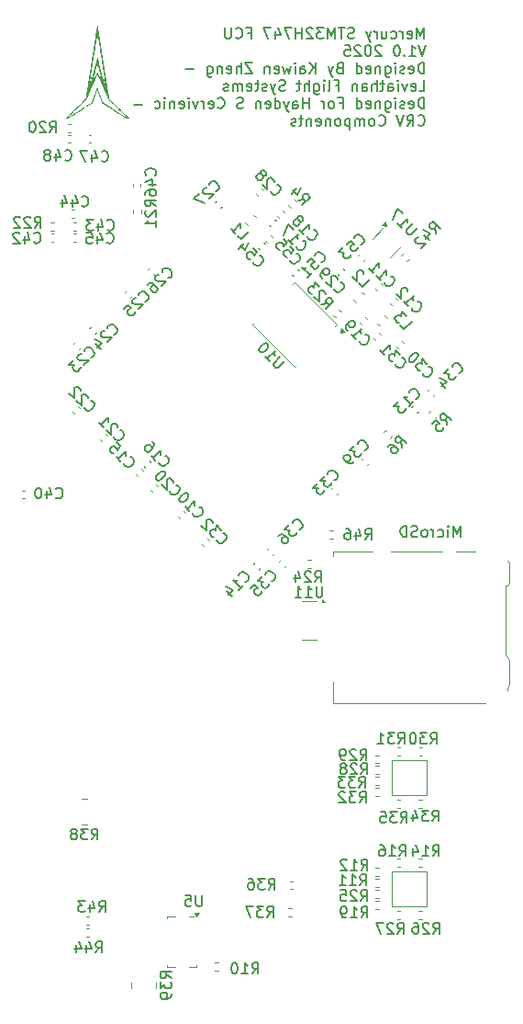
<source format=gbr>
%TF.GenerationSoftware,KiCad,Pcbnew,9.0.1*%
%TF.CreationDate,2025-05-13T00:09:27-04:00*%
%TF.ProjectId,CRVFCU,43525646-4355-42e6-9b69-6361645f7063,rev?*%
%TF.SameCoordinates,Original*%
%TF.FileFunction,Legend,Bot*%
%TF.FilePolarity,Positive*%
%FSLAX46Y46*%
G04 Gerber Fmt 4.6, Leading zero omitted, Abs format (unit mm)*
G04 Created by KiCad (PCBNEW 9.0.1) date 2025-05-13 00:09:27*
%MOMM*%
%LPD*%
G01*
G04 APERTURE LIST*
%ADD10C,0.180000*%
%ADD11C,0.150000*%
%ADD12C,0.120000*%
%ADD13C,0.000000*%
%ADD14C,0.100000*%
G04 APERTURE END LIST*
D10*
X81443483Y-22718539D02*
X81443483Y-21718539D01*
X81443483Y-21718539D02*
X81110150Y-22432824D01*
X81110150Y-22432824D02*
X80776817Y-21718539D01*
X80776817Y-21718539D02*
X80776817Y-22718539D01*
X79919674Y-22670920D02*
X80014912Y-22718539D01*
X80014912Y-22718539D02*
X80205388Y-22718539D01*
X80205388Y-22718539D02*
X80300626Y-22670920D01*
X80300626Y-22670920D02*
X80348245Y-22575681D01*
X80348245Y-22575681D02*
X80348245Y-22194729D01*
X80348245Y-22194729D02*
X80300626Y-22099491D01*
X80300626Y-22099491D02*
X80205388Y-22051872D01*
X80205388Y-22051872D02*
X80014912Y-22051872D01*
X80014912Y-22051872D02*
X79919674Y-22099491D01*
X79919674Y-22099491D02*
X79872055Y-22194729D01*
X79872055Y-22194729D02*
X79872055Y-22289967D01*
X79872055Y-22289967D02*
X80348245Y-22385205D01*
X79443483Y-22718539D02*
X79443483Y-22051872D01*
X79443483Y-22242348D02*
X79395864Y-22147110D01*
X79395864Y-22147110D02*
X79348245Y-22099491D01*
X79348245Y-22099491D02*
X79253007Y-22051872D01*
X79253007Y-22051872D02*
X79157769Y-22051872D01*
X78395864Y-22670920D02*
X78491102Y-22718539D01*
X78491102Y-22718539D02*
X78681578Y-22718539D01*
X78681578Y-22718539D02*
X78776816Y-22670920D01*
X78776816Y-22670920D02*
X78824435Y-22623300D01*
X78824435Y-22623300D02*
X78872054Y-22528062D01*
X78872054Y-22528062D02*
X78872054Y-22242348D01*
X78872054Y-22242348D02*
X78824435Y-22147110D01*
X78824435Y-22147110D02*
X78776816Y-22099491D01*
X78776816Y-22099491D02*
X78681578Y-22051872D01*
X78681578Y-22051872D02*
X78491102Y-22051872D01*
X78491102Y-22051872D02*
X78395864Y-22099491D01*
X77538721Y-22051872D02*
X77538721Y-22718539D01*
X77967292Y-22051872D02*
X77967292Y-22575681D01*
X77967292Y-22575681D02*
X77919673Y-22670920D01*
X77919673Y-22670920D02*
X77824435Y-22718539D01*
X77824435Y-22718539D02*
X77681578Y-22718539D01*
X77681578Y-22718539D02*
X77586340Y-22670920D01*
X77586340Y-22670920D02*
X77538721Y-22623300D01*
X77062530Y-22718539D02*
X77062530Y-22051872D01*
X77062530Y-22242348D02*
X77014911Y-22147110D01*
X77014911Y-22147110D02*
X76967292Y-22099491D01*
X76967292Y-22099491D02*
X76872054Y-22051872D01*
X76872054Y-22051872D02*
X76776816Y-22051872D01*
X76538720Y-22051872D02*
X76300625Y-22718539D01*
X76062530Y-22051872D02*
X76300625Y-22718539D01*
X76300625Y-22718539D02*
X76395863Y-22956634D01*
X76395863Y-22956634D02*
X76443482Y-23004253D01*
X76443482Y-23004253D02*
X76538720Y-23051872D01*
X74967291Y-22670920D02*
X74824434Y-22718539D01*
X74824434Y-22718539D02*
X74586339Y-22718539D01*
X74586339Y-22718539D02*
X74491101Y-22670920D01*
X74491101Y-22670920D02*
X74443482Y-22623300D01*
X74443482Y-22623300D02*
X74395863Y-22528062D01*
X74395863Y-22528062D02*
X74395863Y-22432824D01*
X74395863Y-22432824D02*
X74443482Y-22337586D01*
X74443482Y-22337586D02*
X74491101Y-22289967D01*
X74491101Y-22289967D02*
X74586339Y-22242348D01*
X74586339Y-22242348D02*
X74776815Y-22194729D01*
X74776815Y-22194729D02*
X74872053Y-22147110D01*
X74872053Y-22147110D02*
X74919672Y-22099491D01*
X74919672Y-22099491D02*
X74967291Y-22004253D01*
X74967291Y-22004253D02*
X74967291Y-21909015D01*
X74967291Y-21909015D02*
X74919672Y-21813777D01*
X74919672Y-21813777D02*
X74872053Y-21766158D01*
X74872053Y-21766158D02*
X74776815Y-21718539D01*
X74776815Y-21718539D02*
X74538720Y-21718539D01*
X74538720Y-21718539D02*
X74395863Y-21766158D01*
X74110148Y-21718539D02*
X73538720Y-21718539D01*
X73824434Y-22718539D02*
X73824434Y-21718539D01*
X73205386Y-22718539D02*
X73205386Y-21718539D01*
X73205386Y-21718539D02*
X72872053Y-22432824D01*
X72872053Y-22432824D02*
X72538720Y-21718539D01*
X72538720Y-21718539D02*
X72538720Y-22718539D01*
X72157767Y-21718539D02*
X71538720Y-21718539D01*
X71538720Y-21718539D02*
X71872053Y-22099491D01*
X71872053Y-22099491D02*
X71729196Y-22099491D01*
X71729196Y-22099491D02*
X71633958Y-22147110D01*
X71633958Y-22147110D02*
X71586339Y-22194729D01*
X71586339Y-22194729D02*
X71538720Y-22289967D01*
X71538720Y-22289967D02*
X71538720Y-22528062D01*
X71538720Y-22528062D02*
X71586339Y-22623300D01*
X71586339Y-22623300D02*
X71633958Y-22670920D01*
X71633958Y-22670920D02*
X71729196Y-22718539D01*
X71729196Y-22718539D02*
X72014910Y-22718539D01*
X72014910Y-22718539D02*
X72110148Y-22670920D01*
X72110148Y-22670920D02*
X72157767Y-22623300D01*
X71157767Y-21813777D02*
X71110148Y-21766158D01*
X71110148Y-21766158D02*
X71014910Y-21718539D01*
X71014910Y-21718539D02*
X70776815Y-21718539D01*
X70776815Y-21718539D02*
X70681577Y-21766158D01*
X70681577Y-21766158D02*
X70633958Y-21813777D01*
X70633958Y-21813777D02*
X70586339Y-21909015D01*
X70586339Y-21909015D02*
X70586339Y-22004253D01*
X70586339Y-22004253D02*
X70633958Y-22147110D01*
X70633958Y-22147110D02*
X71205386Y-22718539D01*
X71205386Y-22718539D02*
X70586339Y-22718539D01*
X70157767Y-22718539D02*
X70157767Y-21718539D01*
X70157767Y-22194729D02*
X69586339Y-22194729D01*
X69586339Y-22718539D02*
X69586339Y-21718539D01*
X69205386Y-21718539D02*
X68538720Y-21718539D01*
X68538720Y-21718539D02*
X68967291Y-22718539D01*
X67729196Y-22051872D02*
X67729196Y-22718539D01*
X67967291Y-21670920D02*
X68205386Y-22385205D01*
X68205386Y-22385205D02*
X67586339Y-22385205D01*
X67300624Y-21718539D02*
X66633958Y-21718539D01*
X66633958Y-21718539D02*
X67062529Y-22718539D01*
X65157767Y-22194729D02*
X65491100Y-22194729D01*
X65491100Y-22718539D02*
X65491100Y-21718539D01*
X65491100Y-21718539D02*
X65014910Y-21718539D01*
X64062529Y-22623300D02*
X64110148Y-22670920D01*
X64110148Y-22670920D02*
X64253005Y-22718539D01*
X64253005Y-22718539D02*
X64348243Y-22718539D01*
X64348243Y-22718539D02*
X64491100Y-22670920D01*
X64491100Y-22670920D02*
X64586338Y-22575681D01*
X64586338Y-22575681D02*
X64633957Y-22480443D01*
X64633957Y-22480443D02*
X64681576Y-22289967D01*
X64681576Y-22289967D02*
X64681576Y-22147110D01*
X64681576Y-22147110D02*
X64633957Y-21956634D01*
X64633957Y-21956634D02*
X64586338Y-21861396D01*
X64586338Y-21861396D02*
X64491100Y-21766158D01*
X64491100Y-21766158D02*
X64348243Y-21718539D01*
X64348243Y-21718539D02*
X64253005Y-21718539D01*
X64253005Y-21718539D02*
X64110148Y-21766158D01*
X64110148Y-21766158D02*
X64062529Y-21813777D01*
X63633957Y-21718539D02*
X63633957Y-22528062D01*
X63633957Y-22528062D02*
X63586338Y-22623300D01*
X63586338Y-22623300D02*
X63538719Y-22670920D01*
X63538719Y-22670920D02*
X63443481Y-22718539D01*
X63443481Y-22718539D02*
X63253005Y-22718539D01*
X63253005Y-22718539D02*
X63157767Y-22670920D01*
X63157767Y-22670920D02*
X63110148Y-22623300D01*
X63110148Y-22623300D02*
X63062529Y-22528062D01*
X63062529Y-22528062D02*
X63062529Y-21718539D01*
X81586340Y-23328483D02*
X81253007Y-24328483D01*
X81253007Y-24328483D02*
X80919674Y-23328483D01*
X80062531Y-24328483D02*
X80633959Y-24328483D01*
X80348245Y-24328483D02*
X80348245Y-23328483D01*
X80348245Y-23328483D02*
X80443483Y-23471340D01*
X80443483Y-23471340D02*
X80538721Y-23566578D01*
X80538721Y-23566578D02*
X80633959Y-23614197D01*
X79633959Y-24233244D02*
X79586340Y-24280864D01*
X79586340Y-24280864D02*
X79633959Y-24328483D01*
X79633959Y-24328483D02*
X79681578Y-24280864D01*
X79681578Y-24280864D02*
X79633959Y-24233244D01*
X79633959Y-24233244D02*
X79633959Y-24328483D01*
X78967293Y-23328483D02*
X78872055Y-23328483D01*
X78872055Y-23328483D02*
X78776817Y-23376102D01*
X78776817Y-23376102D02*
X78729198Y-23423721D01*
X78729198Y-23423721D02*
X78681579Y-23518959D01*
X78681579Y-23518959D02*
X78633960Y-23709435D01*
X78633960Y-23709435D02*
X78633960Y-23947530D01*
X78633960Y-23947530D02*
X78681579Y-24138006D01*
X78681579Y-24138006D02*
X78729198Y-24233244D01*
X78729198Y-24233244D02*
X78776817Y-24280864D01*
X78776817Y-24280864D02*
X78872055Y-24328483D01*
X78872055Y-24328483D02*
X78967293Y-24328483D01*
X78967293Y-24328483D02*
X79062531Y-24280864D01*
X79062531Y-24280864D02*
X79110150Y-24233244D01*
X79110150Y-24233244D02*
X79157769Y-24138006D01*
X79157769Y-24138006D02*
X79205388Y-23947530D01*
X79205388Y-23947530D02*
X79205388Y-23709435D01*
X79205388Y-23709435D02*
X79157769Y-23518959D01*
X79157769Y-23518959D02*
X79110150Y-23423721D01*
X79110150Y-23423721D02*
X79062531Y-23376102D01*
X79062531Y-23376102D02*
X78967293Y-23328483D01*
X77491102Y-23423721D02*
X77443483Y-23376102D01*
X77443483Y-23376102D02*
X77348245Y-23328483D01*
X77348245Y-23328483D02*
X77110150Y-23328483D01*
X77110150Y-23328483D02*
X77014912Y-23376102D01*
X77014912Y-23376102D02*
X76967293Y-23423721D01*
X76967293Y-23423721D02*
X76919674Y-23518959D01*
X76919674Y-23518959D02*
X76919674Y-23614197D01*
X76919674Y-23614197D02*
X76967293Y-23757054D01*
X76967293Y-23757054D02*
X77538721Y-24328483D01*
X77538721Y-24328483D02*
X76919674Y-24328483D01*
X76300626Y-23328483D02*
X76205388Y-23328483D01*
X76205388Y-23328483D02*
X76110150Y-23376102D01*
X76110150Y-23376102D02*
X76062531Y-23423721D01*
X76062531Y-23423721D02*
X76014912Y-23518959D01*
X76014912Y-23518959D02*
X75967293Y-23709435D01*
X75967293Y-23709435D02*
X75967293Y-23947530D01*
X75967293Y-23947530D02*
X76014912Y-24138006D01*
X76014912Y-24138006D02*
X76062531Y-24233244D01*
X76062531Y-24233244D02*
X76110150Y-24280864D01*
X76110150Y-24280864D02*
X76205388Y-24328483D01*
X76205388Y-24328483D02*
X76300626Y-24328483D01*
X76300626Y-24328483D02*
X76395864Y-24280864D01*
X76395864Y-24280864D02*
X76443483Y-24233244D01*
X76443483Y-24233244D02*
X76491102Y-24138006D01*
X76491102Y-24138006D02*
X76538721Y-23947530D01*
X76538721Y-23947530D02*
X76538721Y-23709435D01*
X76538721Y-23709435D02*
X76491102Y-23518959D01*
X76491102Y-23518959D02*
X76443483Y-23423721D01*
X76443483Y-23423721D02*
X76395864Y-23376102D01*
X76395864Y-23376102D02*
X76300626Y-23328483D01*
X75586340Y-23423721D02*
X75538721Y-23376102D01*
X75538721Y-23376102D02*
X75443483Y-23328483D01*
X75443483Y-23328483D02*
X75205388Y-23328483D01*
X75205388Y-23328483D02*
X75110150Y-23376102D01*
X75110150Y-23376102D02*
X75062531Y-23423721D01*
X75062531Y-23423721D02*
X75014912Y-23518959D01*
X75014912Y-23518959D02*
X75014912Y-23614197D01*
X75014912Y-23614197D02*
X75062531Y-23757054D01*
X75062531Y-23757054D02*
X75633959Y-24328483D01*
X75633959Y-24328483D02*
X75014912Y-24328483D01*
X74110150Y-23328483D02*
X74586340Y-23328483D01*
X74586340Y-23328483D02*
X74633959Y-23804673D01*
X74633959Y-23804673D02*
X74586340Y-23757054D01*
X74586340Y-23757054D02*
X74491102Y-23709435D01*
X74491102Y-23709435D02*
X74253007Y-23709435D01*
X74253007Y-23709435D02*
X74157769Y-23757054D01*
X74157769Y-23757054D02*
X74110150Y-23804673D01*
X74110150Y-23804673D02*
X74062531Y-23899911D01*
X74062531Y-23899911D02*
X74062531Y-24138006D01*
X74062531Y-24138006D02*
X74110150Y-24233244D01*
X74110150Y-24233244D02*
X74157769Y-24280864D01*
X74157769Y-24280864D02*
X74253007Y-24328483D01*
X74253007Y-24328483D02*
X74491102Y-24328483D01*
X74491102Y-24328483D02*
X74586340Y-24280864D01*
X74586340Y-24280864D02*
X74633959Y-24233244D01*
X81443483Y-25938427D02*
X81443483Y-24938427D01*
X81443483Y-24938427D02*
X81205388Y-24938427D01*
X81205388Y-24938427D02*
X81062531Y-24986046D01*
X81062531Y-24986046D02*
X80967293Y-25081284D01*
X80967293Y-25081284D02*
X80919674Y-25176522D01*
X80919674Y-25176522D02*
X80872055Y-25366998D01*
X80872055Y-25366998D02*
X80872055Y-25509855D01*
X80872055Y-25509855D02*
X80919674Y-25700331D01*
X80919674Y-25700331D02*
X80967293Y-25795569D01*
X80967293Y-25795569D02*
X81062531Y-25890808D01*
X81062531Y-25890808D02*
X81205388Y-25938427D01*
X81205388Y-25938427D02*
X81443483Y-25938427D01*
X80062531Y-25890808D02*
X80157769Y-25938427D01*
X80157769Y-25938427D02*
X80348245Y-25938427D01*
X80348245Y-25938427D02*
X80443483Y-25890808D01*
X80443483Y-25890808D02*
X80491102Y-25795569D01*
X80491102Y-25795569D02*
X80491102Y-25414617D01*
X80491102Y-25414617D02*
X80443483Y-25319379D01*
X80443483Y-25319379D02*
X80348245Y-25271760D01*
X80348245Y-25271760D02*
X80157769Y-25271760D01*
X80157769Y-25271760D02*
X80062531Y-25319379D01*
X80062531Y-25319379D02*
X80014912Y-25414617D01*
X80014912Y-25414617D02*
X80014912Y-25509855D01*
X80014912Y-25509855D02*
X80491102Y-25605093D01*
X79633959Y-25890808D02*
X79538721Y-25938427D01*
X79538721Y-25938427D02*
X79348245Y-25938427D01*
X79348245Y-25938427D02*
X79253007Y-25890808D01*
X79253007Y-25890808D02*
X79205388Y-25795569D01*
X79205388Y-25795569D02*
X79205388Y-25747950D01*
X79205388Y-25747950D02*
X79253007Y-25652712D01*
X79253007Y-25652712D02*
X79348245Y-25605093D01*
X79348245Y-25605093D02*
X79491102Y-25605093D01*
X79491102Y-25605093D02*
X79586340Y-25557474D01*
X79586340Y-25557474D02*
X79633959Y-25462236D01*
X79633959Y-25462236D02*
X79633959Y-25414617D01*
X79633959Y-25414617D02*
X79586340Y-25319379D01*
X79586340Y-25319379D02*
X79491102Y-25271760D01*
X79491102Y-25271760D02*
X79348245Y-25271760D01*
X79348245Y-25271760D02*
X79253007Y-25319379D01*
X78776816Y-25938427D02*
X78776816Y-25271760D01*
X78776816Y-24938427D02*
X78824435Y-24986046D01*
X78824435Y-24986046D02*
X78776816Y-25033665D01*
X78776816Y-25033665D02*
X78729197Y-24986046D01*
X78729197Y-24986046D02*
X78776816Y-24938427D01*
X78776816Y-24938427D02*
X78776816Y-25033665D01*
X77872055Y-25271760D02*
X77872055Y-26081284D01*
X77872055Y-26081284D02*
X77919674Y-26176522D01*
X77919674Y-26176522D02*
X77967293Y-26224141D01*
X77967293Y-26224141D02*
X78062531Y-26271760D01*
X78062531Y-26271760D02*
X78205388Y-26271760D01*
X78205388Y-26271760D02*
X78300626Y-26224141D01*
X77872055Y-25890808D02*
X77967293Y-25938427D01*
X77967293Y-25938427D02*
X78157769Y-25938427D01*
X78157769Y-25938427D02*
X78253007Y-25890808D01*
X78253007Y-25890808D02*
X78300626Y-25843188D01*
X78300626Y-25843188D02*
X78348245Y-25747950D01*
X78348245Y-25747950D02*
X78348245Y-25462236D01*
X78348245Y-25462236D02*
X78300626Y-25366998D01*
X78300626Y-25366998D02*
X78253007Y-25319379D01*
X78253007Y-25319379D02*
X78157769Y-25271760D01*
X78157769Y-25271760D02*
X77967293Y-25271760D01*
X77967293Y-25271760D02*
X77872055Y-25319379D01*
X77395864Y-25271760D02*
X77395864Y-25938427D01*
X77395864Y-25366998D02*
X77348245Y-25319379D01*
X77348245Y-25319379D02*
X77253007Y-25271760D01*
X77253007Y-25271760D02*
X77110150Y-25271760D01*
X77110150Y-25271760D02*
X77014912Y-25319379D01*
X77014912Y-25319379D02*
X76967293Y-25414617D01*
X76967293Y-25414617D02*
X76967293Y-25938427D01*
X76110150Y-25890808D02*
X76205388Y-25938427D01*
X76205388Y-25938427D02*
X76395864Y-25938427D01*
X76395864Y-25938427D02*
X76491102Y-25890808D01*
X76491102Y-25890808D02*
X76538721Y-25795569D01*
X76538721Y-25795569D02*
X76538721Y-25414617D01*
X76538721Y-25414617D02*
X76491102Y-25319379D01*
X76491102Y-25319379D02*
X76395864Y-25271760D01*
X76395864Y-25271760D02*
X76205388Y-25271760D01*
X76205388Y-25271760D02*
X76110150Y-25319379D01*
X76110150Y-25319379D02*
X76062531Y-25414617D01*
X76062531Y-25414617D02*
X76062531Y-25509855D01*
X76062531Y-25509855D02*
X76538721Y-25605093D01*
X75205388Y-25938427D02*
X75205388Y-24938427D01*
X75205388Y-25890808D02*
X75300626Y-25938427D01*
X75300626Y-25938427D02*
X75491102Y-25938427D01*
X75491102Y-25938427D02*
X75586340Y-25890808D01*
X75586340Y-25890808D02*
X75633959Y-25843188D01*
X75633959Y-25843188D02*
X75681578Y-25747950D01*
X75681578Y-25747950D02*
X75681578Y-25462236D01*
X75681578Y-25462236D02*
X75633959Y-25366998D01*
X75633959Y-25366998D02*
X75586340Y-25319379D01*
X75586340Y-25319379D02*
X75491102Y-25271760D01*
X75491102Y-25271760D02*
X75300626Y-25271760D01*
X75300626Y-25271760D02*
X75205388Y-25319379D01*
X73633959Y-25414617D02*
X73491102Y-25462236D01*
X73491102Y-25462236D02*
X73443483Y-25509855D01*
X73443483Y-25509855D02*
X73395864Y-25605093D01*
X73395864Y-25605093D02*
X73395864Y-25747950D01*
X73395864Y-25747950D02*
X73443483Y-25843188D01*
X73443483Y-25843188D02*
X73491102Y-25890808D01*
X73491102Y-25890808D02*
X73586340Y-25938427D01*
X73586340Y-25938427D02*
X73967292Y-25938427D01*
X73967292Y-25938427D02*
X73967292Y-24938427D01*
X73967292Y-24938427D02*
X73633959Y-24938427D01*
X73633959Y-24938427D02*
X73538721Y-24986046D01*
X73538721Y-24986046D02*
X73491102Y-25033665D01*
X73491102Y-25033665D02*
X73443483Y-25128903D01*
X73443483Y-25128903D02*
X73443483Y-25224141D01*
X73443483Y-25224141D02*
X73491102Y-25319379D01*
X73491102Y-25319379D02*
X73538721Y-25366998D01*
X73538721Y-25366998D02*
X73633959Y-25414617D01*
X73633959Y-25414617D02*
X73967292Y-25414617D01*
X73062530Y-25271760D02*
X72824435Y-25938427D01*
X72586340Y-25271760D02*
X72824435Y-25938427D01*
X72824435Y-25938427D02*
X72919673Y-26176522D01*
X72919673Y-26176522D02*
X72967292Y-26224141D01*
X72967292Y-26224141D02*
X73062530Y-26271760D01*
X71443482Y-25938427D02*
X71443482Y-24938427D01*
X70872054Y-25938427D02*
X71300625Y-25366998D01*
X70872054Y-24938427D02*
X71443482Y-25509855D01*
X70014911Y-25938427D02*
X70014911Y-25414617D01*
X70014911Y-25414617D02*
X70062530Y-25319379D01*
X70062530Y-25319379D02*
X70157768Y-25271760D01*
X70157768Y-25271760D02*
X70348244Y-25271760D01*
X70348244Y-25271760D02*
X70443482Y-25319379D01*
X70014911Y-25890808D02*
X70110149Y-25938427D01*
X70110149Y-25938427D02*
X70348244Y-25938427D01*
X70348244Y-25938427D02*
X70443482Y-25890808D01*
X70443482Y-25890808D02*
X70491101Y-25795569D01*
X70491101Y-25795569D02*
X70491101Y-25700331D01*
X70491101Y-25700331D02*
X70443482Y-25605093D01*
X70443482Y-25605093D02*
X70348244Y-25557474D01*
X70348244Y-25557474D02*
X70110149Y-25557474D01*
X70110149Y-25557474D02*
X70014911Y-25509855D01*
X69538720Y-25938427D02*
X69538720Y-25271760D01*
X69538720Y-24938427D02*
X69586339Y-24986046D01*
X69586339Y-24986046D02*
X69538720Y-25033665D01*
X69538720Y-25033665D02*
X69491101Y-24986046D01*
X69491101Y-24986046D02*
X69538720Y-24938427D01*
X69538720Y-24938427D02*
X69538720Y-25033665D01*
X69157768Y-25271760D02*
X68967292Y-25938427D01*
X68967292Y-25938427D02*
X68776816Y-25462236D01*
X68776816Y-25462236D02*
X68586340Y-25938427D01*
X68586340Y-25938427D02*
X68395864Y-25271760D01*
X67633959Y-25890808D02*
X67729197Y-25938427D01*
X67729197Y-25938427D02*
X67919673Y-25938427D01*
X67919673Y-25938427D02*
X68014911Y-25890808D01*
X68014911Y-25890808D02*
X68062530Y-25795569D01*
X68062530Y-25795569D02*
X68062530Y-25414617D01*
X68062530Y-25414617D02*
X68014911Y-25319379D01*
X68014911Y-25319379D02*
X67919673Y-25271760D01*
X67919673Y-25271760D02*
X67729197Y-25271760D01*
X67729197Y-25271760D02*
X67633959Y-25319379D01*
X67633959Y-25319379D02*
X67586340Y-25414617D01*
X67586340Y-25414617D02*
X67586340Y-25509855D01*
X67586340Y-25509855D02*
X68062530Y-25605093D01*
X67157768Y-25271760D02*
X67157768Y-25938427D01*
X67157768Y-25366998D02*
X67110149Y-25319379D01*
X67110149Y-25319379D02*
X67014911Y-25271760D01*
X67014911Y-25271760D02*
X66872054Y-25271760D01*
X66872054Y-25271760D02*
X66776816Y-25319379D01*
X66776816Y-25319379D02*
X66729197Y-25414617D01*
X66729197Y-25414617D02*
X66729197Y-25938427D01*
X65586339Y-24938427D02*
X64919673Y-24938427D01*
X64919673Y-24938427D02*
X65586339Y-25938427D01*
X65586339Y-25938427D02*
X64919673Y-25938427D01*
X64538720Y-25938427D02*
X64538720Y-24938427D01*
X64110149Y-25938427D02*
X64110149Y-25414617D01*
X64110149Y-25414617D02*
X64157768Y-25319379D01*
X64157768Y-25319379D02*
X64253006Y-25271760D01*
X64253006Y-25271760D02*
X64395863Y-25271760D01*
X64395863Y-25271760D02*
X64491101Y-25319379D01*
X64491101Y-25319379D02*
X64538720Y-25366998D01*
X63253006Y-25890808D02*
X63348244Y-25938427D01*
X63348244Y-25938427D02*
X63538720Y-25938427D01*
X63538720Y-25938427D02*
X63633958Y-25890808D01*
X63633958Y-25890808D02*
X63681577Y-25795569D01*
X63681577Y-25795569D02*
X63681577Y-25414617D01*
X63681577Y-25414617D02*
X63633958Y-25319379D01*
X63633958Y-25319379D02*
X63538720Y-25271760D01*
X63538720Y-25271760D02*
X63348244Y-25271760D01*
X63348244Y-25271760D02*
X63253006Y-25319379D01*
X63253006Y-25319379D02*
X63205387Y-25414617D01*
X63205387Y-25414617D02*
X63205387Y-25509855D01*
X63205387Y-25509855D02*
X63681577Y-25605093D01*
X62776815Y-25271760D02*
X62776815Y-25938427D01*
X62776815Y-25366998D02*
X62729196Y-25319379D01*
X62729196Y-25319379D02*
X62633958Y-25271760D01*
X62633958Y-25271760D02*
X62491101Y-25271760D01*
X62491101Y-25271760D02*
X62395863Y-25319379D01*
X62395863Y-25319379D02*
X62348244Y-25414617D01*
X62348244Y-25414617D02*
X62348244Y-25938427D01*
X61443482Y-25271760D02*
X61443482Y-26081284D01*
X61443482Y-26081284D02*
X61491101Y-26176522D01*
X61491101Y-26176522D02*
X61538720Y-26224141D01*
X61538720Y-26224141D02*
X61633958Y-26271760D01*
X61633958Y-26271760D02*
X61776815Y-26271760D01*
X61776815Y-26271760D02*
X61872053Y-26224141D01*
X61443482Y-25890808D02*
X61538720Y-25938427D01*
X61538720Y-25938427D02*
X61729196Y-25938427D01*
X61729196Y-25938427D02*
X61824434Y-25890808D01*
X61824434Y-25890808D02*
X61872053Y-25843188D01*
X61872053Y-25843188D02*
X61919672Y-25747950D01*
X61919672Y-25747950D02*
X61919672Y-25462236D01*
X61919672Y-25462236D02*
X61872053Y-25366998D01*
X61872053Y-25366998D02*
X61824434Y-25319379D01*
X61824434Y-25319379D02*
X61729196Y-25271760D01*
X61729196Y-25271760D02*
X61538720Y-25271760D01*
X61538720Y-25271760D02*
X61443482Y-25319379D01*
X60205386Y-25557474D02*
X59443482Y-25557474D01*
X80967293Y-27548371D02*
X81443483Y-27548371D01*
X81443483Y-27548371D02*
X81443483Y-26548371D01*
X80253007Y-27500752D02*
X80348245Y-27548371D01*
X80348245Y-27548371D02*
X80538721Y-27548371D01*
X80538721Y-27548371D02*
X80633959Y-27500752D01*
X80633959Y-27500752D02*
X80681578Y-27405513D01*
X80681578Y-27405513D02*
X80681578Y-27024561D01*
X80681578Y-27024561D02*
X80633959Y-26929323D01*
X80633959Y-26929323D02*
X80538721Y-26881704D01*
X80538721Y-26881704D02*
X80348245Y-26881704D01*
X80348245Y-26881704D02*
X80253007Y-26929323D01*
X80253007Y-26929323D02*
X80205388Y-27024561D01*
X80205388Y-27024561D02*
X80205388Y-27119799D01*
X80205388Y-27119799D02*
X80681578Y-27215037D01*
X79872054Y-26881704D02*
X79633959Y-27548371D01*
X79633959Y-27548371D02*
X79395864Y-26881704D01*
X79014911Y-27548371D02*
X79014911Y-26881704D01*
X79014911Y-26548371D02*
X79062530Y-26595990D01*
X79062530Y-26595990D02*
X79014911Y-26643609D01*
X79014911Y-26643609D02*
X78967292Y-26595990D01*
X78967292Y-26595990D02*
X79014911Y-26548371D01*
X79014911Y-26548371D02*
X79014911Y-26643609D01*
X78110150Y-27548371D02*
X78110150Y-27024561D01*
X78110150Y-27024561D02*
X78157769Y-26929323D01*
X78157769Y-26929323D02*
X78253007Y-26881704D01*
X78253007Y-26881704D02*
X78443483Y-26881704D01*
X78443483Y-26881704D02*
X78538721Y-26929323D01*
X78110150Y-27500752D02*
X78205388Y-27548371D01*
X78205388Y-27548371D02*
X78443483Y-27548371D01*
X78443483Y-27548371D02*
X78538721Y-27500752D01*
X78538721Y-27500752D02*
X78586340Y-27405513D01*
X78586340Y-27405513D02*
X78586340Y-27310275D01*
X78586340Y-27310275D02*
X78538721Y-27215037D01*
X78538721Y-27215037D02*
X78443483Y-27167418D01*
X78443483Y-27167418D02*
X78205388Y-27167418D01*
X78205388Y-27167418D02*
X78110150Y-27119799D01*
X77776816Y-26881704D02*
X77395864Y-26881704D01*
X77633959Y-26548371D02*
X77633959Y-27405513D01*
X77633959Y-27405513D02*
X77586340Y-27500752D01*
X77586340Y-27500752D02*
X77491102Y-27548371D01*
X77491102Y-27548371D02*
X77395864Y-27548371D01*
X77062530Y-27548371D02*
X77062530Y-26548371D01*
X76633959Y-27548371D02*
X76633959Y-27024561D01*
X76633959Y-27024561D02*
X76681578Y-26929323D01*
X76681578Y-26929323D02*
X76776816Y-26881704D01*
X76776816Y-26881704D02*
X76919673Y-26881704D01*
X76919673Y-26881704D02*
X77014911Y-26929323D01*
X77014911Y-26929323D02*
X77062530Y-26976942D01*
X75729197Y-27548371D02*
X75729197Y-27024561D01*
X75729197Y-27024561D02*
X75776816Y-26929323D01*
X75776816Y-26929323D02*
X75872054Y-26881704D01*
X75872054Y-26881704D02*
X76062530Y-26881704D01*
X76062530Y-26881704D02*
X76157768Y-26929323D01*
X75729197Y-27500752D02*
X75824435Y-27548371D01*
X75824435Y-27548371D02*
X76062530Y-27548371D01*
X76062530Y-27548371D02*
X76157768Y-27500752D01*
X76157768Y-27500752D02*
X76205387Y-27405513D01*
X76205387Y-27405513D02*
X76205387Y-27310275D01*
X76205387Y-27310275D02*
X76157768Y-27215037D01*
X76157768Y-27215037D02*
X76062530Y-27167418D01*
X76062530Y-27167418D02*
X75824435Y-27167418D01*
X75824435Y-27167418D02*
X75729197Y-27119799D01*
X75253006Y-26881704D02*
X75253006Y-27548371D01*
X75253006Y-26976942D02*
X75205387Y-26929323D01*
X75205387Y-26929323D02*
X75110149Y-26881704D01*
X75110149Y-26881704D02*
X74967292Y-26881704D01*
X74967292Y-26881704D02*
X74872054Y-26929323D01*
X74872054Y-26929323D02*
X74824435Y-27024561D01*
X74824435Y-27024561D02*
X74824435Y-27548371D01*
X73253006Y-27024561D02*
X73586339Y-27024561D01*
X73586339Y-27548371D02*
X73586339Y-26548371D01*
X73586339Y-26548371D02*
X73110149Y-26548371D01*
X72586339Y-27548371D02*
X72681577Y-27500752D01*
X72681577Y-27500752D02*
X72729196Y-27405513D01*
X72729196Y-27405513D02*
X72729196Y-26548371D01*
X72205386Y-27548371D02*
X72205386Y-26881704D01*
X72205386Y-26548371D02*
X72253005Y-26595990D01*
X72253005Y-26595990D02*
X72205386Y-26643609D01*
X72205386Y-26643609D02*
X72157767Y-26595990D01*
X72157767Y-26595990D02*
X72205386Y-26548371D01*
X72205386Y-26548371D02*
X72205386Y-26643609D01*
X71300625Y-26881704D02*
X71300625Y-27691228D01*
X71300625Y-27691228D02*
X71348244Y-27786466D01*
X71348244Y-27786466D02*
X71395863Y-27834085D01*
X71395863Y-27834085D02*
X71491101Y-27881704D01*
X71491101Y-27881704D02*
X71633958Y-27881704D01*
X71633958Y-27881704D02*
X71729196Y-27834085D01*
X71300625Y-27500752D02*
X71395863Y-27548371D01*
X71395863Y-27548371D02*
X71586339Y-27548371D01*
X71586339Y-27548371D02*
X71681577Y-27500752D01*
X71681577Y-27500752D02*
X71729196Y-27453132D01*
X71729196Y-27453132D02*
X71776815Y-27357894D01*
X71776815Y-27357894D02*
X71776815Y-27072180D01*
X71776815Y-27072180D02*
X71729196Y-26976942D01*
X71729196Y-26976942D02*
X71681577Y-26929323D01*
X71681577Y-26929323D02*
X71586339Y-26881704D01*
X71586339Y-26881704D02*
X71395863Y-26881704D01*
X71395863Y-26881704D02*
X71300625Y-26929323D01*
X70824434Y-27548371D02*
X70824434Y-26548371D01*
X70395863Y-27548371D02*
X70395863Y-27024561D01*
X70395863Y-27024561D02*
X70443482Y-26929323D01*
X70443482Y-26929323D02*
X70538720Y-26881704D01*
X70538720Y-26881704D02*
X70681577Y-26881704D01*
X70681577Y-26881704D02*
X70776815Y-26929323D01*
X70776815Y-26929323D02*
X70824434Y-26976942D01*
X70062529Y-26881704D02*
X69681577Y-26881704D01*
X69919672Y-26548371D02*
X69919672Y-27405513D01*
X69919672Y-27405513D02*
X69872053Y-27500752D01*
X69872053Y-27500752D02*
X69776815Y-27548371D01*
X69776815Y-27548371D02*
X69681577Y-27548371D01*
X68633957Y-27500752D02*
X68491100Y-27548371D01*
X68491100Y-27548371D02*
X68253005Y-27548371D01*
X68253005Y-27548371D02*
X68157767Y-27500752D01*
X68157767Y-27500752D02*
X68110148Y-27453132D01*
X68110148Y-27453132D02*
X68062529Y-27357894D01*
X68062529Y-27357894D02*
X68062529Y-27262656D01*
X68062529Y-27262656D02*
X68110148Y-27167418D01*
X68110148Y-27167418D02*
X68157767Y-27119799D01*
X68157767Y-27119799D02*
X68253005Y-27072180D01*
X68253005Y-27072180D02*
X68443481Y-27024561D01*
X68443481Y-27024561D02*
X68538719Y-26976942D01*
X68538719Y-26976942D02*
X68586338Y-26929323D01*
X68586338Y-26929323D02*
X68633957Y-26834085D01*
X68633957Y-26834085D02*
X68633957Y-26738847D01*
X68633957Y-26738847D02*
X68586338Y-26643609D01*
X68586338Y-26643609D02*
X68538719Y-26595990D01*
X68538719Y-26595990D02*
X68443481Y-26548371D01*
X68443481Y-26548371D02*
X68205386Y-26548371D01*
X68205386Y-26548371D02*
X68062529Y-26595990D01*
X67729195Y-26881704D02*
X67491100Y-27548371D01*
X67253005Y-26881704D02*
X67491100Y-27548371D01*
X67491100Y-27548371D02*
X67586338Y-27786466D01*
X67586338Y-27786466D02*
X67633957Y-27834085D01*
X67633957Y-27834085D02*
X67729195Y-27881704D01*
X66919671Y-27500752D02*
X66824433Y-27548371D01*
X66824433Y-27548371D02*
X66633957Y-27548371D01*
X66633957Y-27548371D02*
X66538719Y-27500752D01*
X66538719Y-27500752D02*
X66491100Y-27405513D01*
X66491100Y-27405513D02*
X66491100Y-27357894D01*
X66491100Y-27357894D02*
X66538719Y-27262656D01*
X66538719Y-27262656D02*
X66633957Y-27215037D01*
X66633957Y-27215037D02*
X66776814Y-27215037D01*
X66776814Y-27215037D02*
X66872052Y-27167418D01*
X66872052Y-27167418D02*
X66919671Y-27072180D01*
X66919671Y-27072180D02*
X66919671Y-27024561D01*
X66919671Y-27024561D02*
X66872052Y-26929323D01*
X66872052Y-26929323D02*
X66776814Y-26881704D01*
X66776814Y-26881704D02*
X66633957Y-26881704D01*
X66633957Y-26881704D02*
X66538719Y-26929323D01*
X66205385Y-26881704D02*
X65824433Y-26881704D01*
X66062528Y-26548371D02*
X66062528Y-27405513D01*
X66062528Y-27405513D02*
X66014909Y-27500752D01*
X66014909Y-27500752D02*
X65919671Y-27548371D01*
X65919671Y-27548371D02*
X65824433Y-27548371D01*
X65110147Y-27500752D02*
X65205385Y-27548371D01*
X65205385Y-27548371D02*
X65395861Y-27548371D01*
X65395861Y-27548371D02*
X65491099Y-27500752D01*
X65491099Y-27500752D02*
X65538718Y-27405513D01*
X65538718Y-27405513D02*
X65538718Y-27024561D01*
X65538718Y-27024561D02*
X65491099Y-26929323D01*
X65491099Y-26929323D02*
X65395861Y-26881704D01*
X65395861Y-26881704D02*
X65205385Y-26881704D01*
X65205385Y-26881704D02*
X65110147Y-26929323D01*
X65110147Y-26929323D02*
X65062528Y-27024561D01*
X65062528Y-27024561D02*
X65062528Y-27119799D01*
X65062528Y-27119799D02*
X65538718Y-27215037D01*
X64633956Y-27548371D02*
X64633956Y-26881704D01*
X64633956Y-26976942D02*
X64586337Y-26929323D01*
X64586337Y-26929323D02*
X64491099Y-26881704D01*
X64491099Y-26881704D02*
X64348242Y-26881704D01*
X64348242Y-26881704D02*
X64253004Y-26929323D01*
X64253004Y-26929323D02*
X64205385Y-27024561D01*
X64205385Y-27024561D02*
X64205385Y-27548371D01*
X64205385Y-27024561D02*
X64157766Y-26929323D01*
X64157766Y-26929323D02*
X64062528Y-26881704D01*
X64062528Y-26881704D02*
X63919671Y-26881704D01*
X63919671Y-26881704D02*
X63824432Y-26929323D01*
X63824432Y-26929323D02*
X63776813Y-27024561D01*
X63776813Y-27024561D02*
X63776813Y-27548371D01*
X63348242Y-27500752D02*
X63253004Y-27548371D01*
X63253004Y-27548371D02*
X63062528Y-27548371D01*
X63062528Y-27548371D02*
X62967290Y-27500752D01*
X62967290Y-27500752D02*
X62919671Y-27405513D01*
X62919671Y-27405513D02*
X62919671Y-27357894D01*
X62919671Y-27357894D02*
X62967290Y-27262656D01*
X62967290Y-27262656D02*
X63062528Y-27215037D01*
X63062528Y-27215037D02*
X63205385Y-27215037D01*
X63205385Y-27215037D02*
X63300623Y-27167418D01*
X63300623Y-27167418D02*
X63348242Y-27072180D01*
X63348242Y-27072180D02*
X63348242Y-27024561D01*
X63348242Y-27024561D02*
X63300623Y-26929323D01*
X63300623Y-26929323D02*
X63205385Y-26881704D01*
X63205385Y-26881704D02*
X63062528Y-26881704D01*
X63062528Y-26881704D02*
X62967290Y-26929323D01*
X81443483Y-29158315D02*
X81443483Y-28158315D01*
X81443483Y-28158315D02*
X81205388Y-28158315D01*
X81205388Y-28158315D02*
X81062531Y-28205934D01*
X81062531Y-28205934D02*
X80967293Y-28301172D01*
X80967293Y-28301172D02*
X80919674Y-28396410D01*
X80919674Y-28396410D02*
X80872055Y-28586886D01*
X80872055Y-28586886D02*
X80872055Y-28729743D01*
X80872055Y-28729743D02*
X80919674Y-28920219D01*
X80919674Y-28920219D02*
X80967293Y-29015457D01*
X80967293Y-29015457D02*
X81062531Y-29110696D01*
X81062531Y-29110696D02*
X81205388Y-29158315D01*
X81205388Y-29158315D02*
X81443483Y-29158315D01*
X80062531Y-29110696D02*
X80157769Y-29158315D01*
X80157769Y-29158315D02*
X80348245Y-29158315D01*
X80348245Y-29158315D02*
X80443483Y-29110696D01*
X80443483Y-29110696D02*
X80491102Y-29015457D01*
X80491102Y-29015457D02*
X80491102Y-28634505D01*
X80491102Y-28634505D02*
X80443483Y-28539267D01*
X80443483Y-28539267D02*
X80348245Y-28491648D01*
X80348245Y-28491648D02*
X80157769Y-28491648D01*
X80157769Y-28491648D02*
X80062531Y-28539267D01*
X80062531Y-28539267D02*
X80014912Y-28634505D01*
X80014912Y-28634505D02*
X80014912Y-28729743D01*
X80014912Y-28729743D02*
X80491102Y-28824981D01*
X79633959Y-29110696D02*
X79538721Y-29158315D01*
X79538721Y-29158315D02*
X79348245Y-29158315D01*
X79348245Y-29158315D02*
X79253007Y-29110696D01*
X79253007Y-29110696D02*
X79205388Y-29015457D01*
X79205388Y-29015457D02*
X79205388Y-28967838D01*
X79205388Y-28967838D02*
X79253007Y-28872600D01*
X79253007Y-28872600D02*
X79348245Y-28824981D01*
X79348245Y-28824981D02*
X79491102Y-28824981D01*
X79491102Y-28824981D02*
X79586340Y-28777362D01*
X79586340Y-28777362D02*
X79633959Y-28682124D01*
X79633959Y-28682124D02*
X79633959Y-28634505D01*
X79633959Y-28634505D02*
X79586340Y-28539267D01*
X79586340Y-28539267D02*
X79491102Y-28491648D01*
X79491102Y-28491648D02*
X79348245Y-28491648D01*
X79348245Y-28491648D02*
X79253007Y-28539267D01*
X78776816Y-29158315D02*
X78776816Y-28491648D01*
X78776816Y-28158315D02*
X78824435Y-28205934D01*
X78824435Y-28205934D02*
X78776816Y-28253553D01*
X78776816Y-28253553D02*
X78729197Y-28205934D01*
X78729197Y-28205934D02*
X78776816Y-28158315D01*
X78776816Y-28158315D02*
X78776816Y-28253553D01*
X77872055Y-28491648D02*
X77872055Y-29301172D01*
X77872055Y-29301172D02*
X77919674Y-29396410D01*
X77919674Y-29396410D02*
X77967293Y-29444029D01*
X77967293Y-29444029D02*
X78062531Y-29491648D01*
X78062531Y-29491648D02*
X78205388Y-29491648D01*
X78205388Y-29491648D02*
X78300626Y-29444029D01*
X77872055Y-29110696D02*
X77967293Y-29158315D01*
X77967293Y-29158315D02*
X78157769Y-29158315D01*
X78157769Y-29158315D02*
X78253007Y-29110696D01*
X78253007Y-29110696D02*
X78300626Y-29063076D01*
X78300626Y-29063076D02*
X78348245Y-28967838D01*
X78348245Y-28967838D02*
X78348245Y-28682124D01*
X78348245Y-28682124D02*
X78300626Y-28586886D01*
X78300626Y-28586886D02*
X78253007Y-28539267D01*
X78253007Y-28539267D02*
X78157769Y-28491648D01*
X78157769Y-28491648D02*
X77967293Y-28491648D01*
X77967293Y-28491648D02*
X77872055Y-28539267D01*
X77395864Y-28491648D02*
X77395864Y-29158315D01*
X77395864Y-28586886D02*
X77348245Y-28539267D01*
X77348245Y-28539267D02*
X77253007Y-28491648D01*
X77253007Y-28491648D02*
X77110150Y-28491648D01*
X77110150Y-28491648D02*
X77014912Y-28539267D01*
X77014912Y-28539267D02*
X76967293Y-28634505D01*
X76967293Y-28634505D02*
X76967293Y-29158315D01*
X76110150Y-29110696D02*
X76205388Y-29158315D01*
X76205388Y-29158315D02*
X76395864Y-29158315D01*
X76395864Y-29158315D02*
X76491102Y-29110696D01*
X76491102Y-29110696D02*
X76538721Y-29015457D01*
X76538721Y-29015457D02*
X76538721Y-28634505D01*
X76538721Y-28634505D02*
X76491102Y-28539267D01*
X76491102Y-28539267D02*
X76395864Y-28491648D01*
X76395864Y-28491648D02*
X76205388Y-28491648D01*
X76205388Y-28491648D02*
X76110150Y-28539267D01*
X76110150Y-28539267D02*
X76062531Y-28634505D01*
X76062531Y-28634505D02*
X76062531Y-28729743D01*
X76062531Y-28729743D02*
X76538721Y-28824981D01*
X75205388Y-29158315D02*
X75205388Y-28158315D01*
X75205388Y-29110696D02*
X75300626Y-29158315D01*
X75300626Y-29158315D02*
X75491102Y-29158315D01*
X75491102Y-29158315D02*
X75586340Y-29110696D01*
X75586340Y-29110696D02*
X75633959Y-29063076D01*
X75633959Y-29063076D02*
X75681578Y-28967838D01*
X75681578Y-28967838D02*
X75681578Y-28682124D01*
X75681578Y-28682124D02*
X75633959Y-28586886D01*
X75633959Y-28586886D02*
X75586340Y-28539267D01*
X75586340Y-28539267D02*
X75491102Y-28491648D01*
X75491102Y-28491648D02*
X75300626Y-28491648D01*
X75300626Y-28491648D02*
X75205388Y-28539267D01*
X73633959Y-28634505D02*
X73967292Y-28634505D01*
X73967292Y-29158315D02*
X73967292Y-28158315D01*
X73967292Y-28158315D02*
X73491102Y-28158315D01*
X72967292Y-29158315D02*
X73062530Y-29110696D01*
X73062530Y-29110696D02*
X73110149Y-29063076D01*
X73110149Y-29063076D02*
X73157768Y-28967838D01*
X73157768Y-28967838D02*
X73157768Y-28682124D01*
X73157768Y-28682124D02*
X73110149Y-28586886D01*
X73110149Y-28586886D02*
X73062530Y-28539267D01*
X73062530Y-28539267D02*
X72967292Y-28491648D01*
X72967292Y-28491648D02*
X72824435Y-28491648D01*
X72824435Y-28491648D02*
X72729197Y-28539267D01*
X72729197Y-28539267D02*
X72681578Y-28586886D01*
X72681578Y-28586886D02*
X72633959Y-28682124D01*
X72633959Y-28682124D02*
X72633959Y-28967838D01*
X72633959Y-28967838D02*
X72681578Y-29063076D01*
X72681578Y-29063076D02*
X72729197Y-29110696D01*
X72729197Y-29110696D02*
X72824435Y-29158315D01*
X72824435Y-29158315D02*
X72967292Y-29158315D01*
X72205387Y-29158315D02*
X72205387Y-28491648D01*
X72205387Y-28682124D02*
X72157768Y-28586886D01*
X72157768Y-28586886D02*
X72110149Y-28539267D01*
X72110149Y-28539267D02*
X72014911Y-28491648D01*
X72014911Y-28491648D02*
X71919673Y-28491648D01*
X70824434Y-29158315D02*
X70824434Y-28158315D01*
X70824434Y-28634505D02*
X70253006Y-28634505D01*
X70253006Y-29158315D02*
X70253006Y-28158315D01*
X69348244Y-29158315D02*
X69348244Y-28634505D01*
X69348244Y-28634505D02*
X69395863Y-28539267D01*
X69395863Y-28539267D02*
X69491101Y-28491648D01*
X69491101Y-28491648D02*
X69681577Y-28491648D01*
X69681577Y-28491648D02*
X69776815Y-28539267D01*
X69348244Y-29110696D02*
X69443482Y-29158315D01*
X69443482Y-29158315D02*
X69681577Y-29158315D01*
X69681577Y-29158315D02*
X69776815Y-29110696D01*
X69776815Y-29110696D02*
X69824434Y-29015457D01*
X69824434Y-29015457D02*
X69824434Y-28920219D01*
X69824434Y-28920219D02*
X69776815Y-28824981D01*
X69776815Y-28824981D02*
X69681577Y-28777362D01*
X69681577Y-28777362D02*
X69443482Y-28777362D01*
X69443482Y-28777362D02*
X69348244Y-28729743D01*
X68967291Y-28491648D02*
X68729196Y-29158315D01*
X68491101Y-28491648D02*
X68729196Y-29158315D01*
X68729196Y-29158315D02*
X68824434Y-29396410D01*
X68824434Y-29396410D02*
X68872053Y-29444029D01*
X68872053Y-29444029D02*
X68967291Y-29491648D01*
X67681577Y-29158315D02*
X67681577Y-28158315D01*
X67681577Y-29110696D02*
X67776815Y-29158315D01*
X67776815Y-29158315D02*
X67967291Y-29158315D01*
X67967291Y-29158315D02*
X68062529Y-29110696D01*
X68062529Y-29110696D02*
X68110148Y-29063076D01*
X68110148Y-29063076D02*
X68157767Y-28967838D01*
X68157767Y-28967838D02*
X68157767Y-28682124D01*
X68157767Y-28682124D02*
X68110148Y-28586886D01*
X68110148Y-28586886D02*
X68062529Y-28539267D01*
X68062529Y-28539267D02*
X67967291Y-28491648D01*
X67967291Y-28491648D02*
X67776815Y-28491648D01*
X67776815Y-28491648D02*
X67681577Y-28539267D01*
X66824434Y-29110696D02*
X66919672Y-29158315D01*
X66919672Y-29158315D02*
X67110148Y-29158315D01*
X67110148Y-29158315D02*
X67205386Y-29110696D01*
X67205386Y-29110696D02*
X67253005Y-29015457D01*
X67253005Y-29015457D02*
X67253005Y-28634505D01*
X67253005Y-28634505D02*
X67205386Y-28539267D01*
X67205386Y-28539267D02*
X67110148Y-28491648D01*
X67110148Y-28491648D02*
X66919672Y-28491648D01*
X66919672Y-28491648D02*
X66824434Y-28539267D01*
X66824434Y-28539267D02*
X66776815Y-28634505D01*
X66776815Y-28634505D02*
X66776815Y-28729743D01*
X66776815Y-28729743D02*
X67253005Y-28824981D01*
X66348243Y-28491648D02*
X66348243Y-29158315D01*
X66348243Y-28586886D02*
X66300624Y-28539267D01*
X66300624Y-28539267D02*
X66205386Y-28491648D01*
X66205386Y-28491648D02*
X66062529Y-28491648D01*
X66062529Y-28491648D02*
X65967291Y-28539267D01*
X65967291Y-28539267D02*
X65919672Y-28634505D01*
X65919672Y-28634505D02*
X65919672Y-29158315D01*
X64729195Y-29110696D02*
X64586338Y-29158315D01*
X64586338Y-29158315D02*
X64348243Y-29158315D01*
X64348243Y-29158315D02*
X64253005Y-29110696D01*
X64253005Y-29110696D02*
X64205386Y-29063076D01*
X64205386Y-29063076D02*
X64157767Y-28967838D01*
X64157767Y-28967838D02*
X64157767Y-28872600D01*
X64157767Y-28872600D02*
X64205386Y-28777362D01*
X64205386Y-28777362D02*
X64253005Y-28729743D01*
X64253005Y-28729743D02*
X64348243Y-28682124D01*
X64348243Y-28682124D02*
X64538719Y-28634505D01*
X64538719Y-28634505D02*
X64633957Y-28586886D01*
X64633957Y-28586886D02*
X64681576Y-28539267D01*
X64681576Y-28539267D02*
X64729195Y-28444029D01*
X64729195Y-28444029D02*
X64729195Y-28348791D01*
X64729195Y-28348791D02*
X64681576Y-28253553D01*
X64681576Y-28253553D02*
X64633957Y-28205934D01*
X64633957Y-28205934D02*
X64538719Y-28158315D01*
X64538719Y-28158315D02*
X64300624Y-28158315D01*
X64300624Y-28158315D02*
X64157767Y-28205934D01*
X62395862Y-29063076D02*
X62443481Y-29110696D01*
X62443481Y-29110696D02*
X62586338Y-29158315D01*
X62586338Y-29158315D02*
X62681576Y-29158315D01*
X62681576Y-29158315D02*
X62824433Y-29110696D01*
X62824433Y-29110696D02*
X62919671Y-29015457D01*
X62919671Y-29015457D02*
X62967290Y-28920219D01*
X62967290Y-28920219D02*
X63014909Y-28729743D01*
X63014909Y-28729743D02*
X63014909Y-28586886D01*
X63014909Y-28586886D02*
X62967290Y-28396410D01*
X62967290Y-28396410D02*
X62919671Y-28301172D01*
X62919671Y-28301172D02*
X62824433Y-28205934D01*
X62824433Y-28205934D02*
X62681576Y-28158315D01*
X62681576Y-28158315D02*
X62586338Y-28158315D01*
X62586338Y-28158315D02*
X62443481Y-28205934D01*
X62443481Y-28205934D02*
X62395862Y-28253553D01*
X61586338Y-29110696D02*
X61681576Y-29158315D01*
X61681576Y-29158315D02*
X61872052Y-29158315D01*
X61872052Y-29158315D02*
X61967290Y-29110696D01*
X61967290Y-29110696D02*
X62014909Y-29015457D01*
X62014909Y-29015457D02*
X62014909Y-28634505D01*
X62014909Y-28634505D02*
X61967290Y-28539267D01*
X61967290Y-28539267D02*
X61872052Y-28491648D01*
X61872052Y-28491648D02*
X61681576Y-28491648D01*
X61681576Y-28491648D02*
X61586338Y-28539267D01*
X61586338Y-28539267D02*
X61538719Y-28634505D01*
X61538719Y-28634505D02*
X61538719Y-28729743D01*
X61538719Y-28729743D02*
X62014909Y-28824981D01*
X61110147Y-29158315D02*
X61110147Y-28491648D01*
X61110147Y-28682124D02*
X61062528Y-28586886D01*
X61062528Y-28586886D02*
X61014909Y-28539267D01*
X61014909Y-28539267D02*
X60919671Y-28491648D01*
X60919671Y-28491648D02*
X60824433Y-28491648D01*
X60586337Y-28491648D02*
X60348242Y-29158315D01*
X60348242Y-29158315D02*
X60110147Y-28491648D01*
X59729194Y-29158315D02*
X59729194Y-28491648D01*
X59729194Y-28158315D02*
X59776813Y-28205934D01*
X59776813Y-28205934D02*
X59729194Y-28253553D01*
X59729194Y-28253553D02*
X59681575Y-28205934D01*
X59681575Y-28205934D02*
X59729194Y-28158315D01*
X59729194Y-28158315D02*
X59729194Y-28253553D01*
X58872052Y-29110696D02*
X58967290Y-29158315D01*
X58967290Y-29158315D02*
X59157766Y-29158315D01*
X59157766Y-29158315D02*
X59253004Y-29110696D01*
X59253004Y-29110696D02*
X59300623Y-29015457D01*
X59300623Y-29015457D02*
X59300623Y-28634505D01*
X59300623Y-28634505D02*
X59253004Y-28539267D01*
X59253004Y-28539267D02*
X59157766Y-28491648D01*
X59157766Y-28491648D02*
X58967290Y-28491648D01*
X58967290Y-28491648D02*
X58872052Y-28539267D01*
X58872052Y-28539267D02*
X58824433Y-28634505D01*
X58824433Y-28634505D02*
X58824433Y-28729743D01*
X58824433Y-28729743D02*
X59300623Y-28824981D01*
X58395861Y-28491648D02*
X58395861Y-29158315D01*
X58395861Y-28586886D02*
X58348242Y-28539267D01*
X58348242Y-28539267D02*
X58253004Y-28491648D01*
X58253004Y-28491648D02*
X58110147Y-28491648D01*
X58110147Y-28491648D02*
X58014909Y-28539267D01*
X58014909Y-28539267D02*
X57967290Y-28634505D01*
X57967290Y-28634505D02*
X57967290Y-29158315D01*
X57491099Y-29158315D02*
X57491099Y-28491648D01*
X57491099Y-28158315D02*
X57538718Y-28205934D01*
X57538718Y-28205934D02*
X57491099Y-28253553D01*
X57491099Y-28253553D02*
X57443480Y-28205934D01*
X57443480Y-28205934D02*
X57491099Y-28158315D01*
X57491099Y-28158315D02*
X57491099Y-28253553D01*
X56586338Y-29110696D02*
X56681576Y-29158315D01*
X56681576Y-29158315D02*
X56872052Y-29158315D01*
X56872052Y-29158315D02*
X56967290Y-29110696D01*
X56967290Y-29110696D02*
X57014909Y-29063076D01*
X57014909Y-29063076D02*
X57062528Y-28967838D01*
X57062528Y-28967838D02*
X57062528Y-28682124D01*
X57062528Y-28682124D02*
X57014909Y-28586886D01*
X57014909Y-28586886D02*
X56967290Y-28539267D01*
X56967290Y-28539267D02*
X56872052Y-28491648D01*
X56872052Y-28491648D02*
X56681576Y-28491648D01*
X56681576Y-28491648D02*
X56586338Y-28539267D01*
X55395861Y-28777362D02*
X54633957Y-28777362D01*
X80872055Y-30673020D02*
X80919674Y-30720640D01*
X80919674Y-30720640D02*
X81062531Y-30768259D01*
X81062531Y-30768259D02*
X81157769Y-30768259D01*
X81157769Y-30768259D02*
X81300626Y-30720640D01*
X81300626Y-30720640D02*
X81395864Y-30625401D01*
X81395864Y-30625401D02*
X81443483Y-30530163D01*
X81443483Y-30530163D02*
X81491102Y-30339687D01*
X81491102Y-30339687D02*
X81491102Y-30196830D01*
X81491102Y-30196830D02*
X81443483Y-30006354D01*
X81443483Y-30006354D02*
X81395864Y-29911116D01*
X81395864Y-29911116D02*
X81300626Y-29815878D01*
X81300626Y-29815878D02*
X81157769Y-29768259D01*
X81157769Y-29768259D02*
X81062531Y-29768259D01*
X81062531Y-29768259D02*
X80919674Y-29815878D01*
X80919674Y-29815878D02*
X80872055Y-29863497D01*
X79872055Y-30768259D02*
X80205388Y-30292068D01*
X80443483Y-30768259D02*
X80443483Y-29768259D01*
X80443483Y-29768259D02*
X80062531Y-29768259D01*
X80062531Y-29768259D02*
X79967293Y-29815878D01*
X79967293Y-29815878D02*
X79919674Y-29863497D01*
X79919674Y-29863497D02*
X79872055Y-29958735D01*
X79872055Y-29958735D02*
X79872055Y-30101592D01*
X79872055Y-30101592D02*
X79919674Y-30196830D01*
X79919674Y-30196830D02*
X79967293Y-30244449D01*
X79967293Y-30244449D02*
X80062531Y-30292068D01*
X80062531Y-30292068D02*
X80443483Y-30292068D01*
X79586340Y-29768259D02*
X79253007Y-30768259D01*
X79253007Y-30768259D02*
X78919674Y-29768259D01*
X77253007Y-30673020D02*
X77300626Y-30720640D01*
X77300626Y-30720640D02*
X77443483Y-30768259D01*
X77443483Y-30768259D02*
X77538721Y-30768259D01*
X77538721Y-30768259D02*
X77681578Y-30720640D01*
X77681578Y-30720640D02*
X77776816Y-30625401D01*
X77776816Y-30625401D02*
X77824435Y-30530163D01*
X77824435Y-30530163D02*
X77872054Y-30339687D01*
X77872054Y-30339687D02*
X77872054Y-30196830D01*
X77872054Y-30196830D02*
X77824435Y-30006354D01*
X77824435Y-30006354D02*
X77776816Y-29911116D01*
X77776816Y-29911116D02*
X77681578Y-29815878D01*
X77681578Y-29815878D02*
X77538721Y-29768259D01*
X77538721Y-29768259D02*
X77443483Y-29768259D01*
X77443483Y-29768259D02*
X77300626Y-29815878D01*
X77300626Y-29815878D02*
X77253007Y-29863497D01*
X76681578Y-30768259D02*
X76776816Y-30720640D01*
X76776816Y-30720640D02*
X76824435Y-30673020D01*
X76824435Y-30673020D02*
X76872054Y-30577782D01*
X76872054Y-30577782D02*
X76872054Y-30292068D01*
X76872054Y-30292068D02*
X76824435Y-30196830D01*
X76824435Y-30196830D02*
X76776816Y-30149211D01*
X76776816Y-30149211D02*
X76681578Y-30101592D01*
X76681578Y-30101592D02*
X76538721Y-30101592D01*
X76538721Y-30101592D02*
X76443483Y-30149211D01*
X76443483Y-30149211D02*
X76395864Y-30196830D01*
X76395864Y-30196830D02*
X76348245Y-30292068D01*
X76348245Y-30292068D02*
X76348245Y-30577782D01*
X76348245Y-30577782D02*
X76395864Y-30673020D01*
X76395864Y-30673020D02*
X76443483Y-30720640D01*
X76443483Y-30720640D02*
X76538721Y-30768259D01*
X76538721Y-30768259D02*
X76681578Y-30768259D01*
X75919673Y-30768259D02*
X75919673Y-30101592D01*
X75919673Y-30196830D02*
X75872054Y-30149211D01*
X75872054Y-30149211D02*
X75776816Y-30101592D01*
X75776816Y-30101592D02*
X75633959Y-30101592D01*
X75633959Y-30101592D02*
X75538721Y-30149211D01*
X75538721Y-30149211D02*
X75491102Y-30244449D01*
X75491102Y-30244449D02*
X75491102Y-30768259D01*
X75491102Y-30244449D02*
X75443483Y-30149211D01*
X75443483Y-30149211D02*
X75348245Y-30101592D01*
X75348245Y-30101592D02*
X75205388Y-30101592D01*
X75205388Y-30101592D02*
X75110149Y-30149211D01*
X75110149Y-30149211D02*
X75062530Y-30244449D01*
X75062530Y-30244449D02*
X75062530Y-30768259D01*
X74586340Y-30101592D02*
X74586340Y-31101592D01*
X74586340Y-30149211D02*
X74491102Y-30101592D01*
X74491102Y-30101592D02*
X74300626Y-30101592D01*
X74300626Y-30101592D02*
X74205388Y-30149211D01*
X74205388Y-30149211D02*
X74157769Y-30196830D01*
X74157769Y-30196830D02*
X74110150Y-30292068D01*
X74110150Y-30292068D02*
X74110150Y-30577782D01*
X74110150Y-30577782D02*
X74157769Y-30673020D01*
X74157769Y-30673020D02*
X74205388Y-30720640D01*
X74205388Y-30720640D02*
X74300626Y-30768259D01*
X74300626Y-30768259D02*
X74491102Y-30768259D01*
X74491102Y-30768259D02*
X74586340Y-30720640D01*
X73538721Y-30768259D02*
X73633959Y-30720640D01*
X73633959Y-30720640D02*
X73681578Y-30673020D01*
X73681578Y-30673020D02*
X73729197Y-30577782D01*
X73729197Y-30577782D02*
X73729197Y-30292068D01*
X73729197Y-30292068D02*
X73681578Y-30196830D01*
X73681578Y-30196830D02*
X73633959Y-30149211D01*
X73633959Y-30149211D02*
X73538721Y-30101592D01*
X73538721Y-30101592D02*
X73395864Y-30101592D01*
X73395864Y-30101592D02*
X73300626Y-30149211D01*
X73300626Y-30149211D02*
X73253007Y-30196830D01*
X73253007Y-30196830D02*
X73205388Y-30292068D01*
X73205388Y-30292068D02*
X73205388Y-30577782D01*
X73205388Y-30577782D02*
X73253007Y-30673020D01*
X73253007Y-30673020D02*
X73300626Y-30720640D01*
X73300626Y-30720640D02*
X73395864Y-30768259D01*
X73395864Y-30768259D02*
X73538721Y-30768259D01*
X72776816Y-30101592D02*
X72776816Y-30768259D01*
X72776816Y-30196830D02*
X72729197Y-30149211D01*
X72729197Y-30149211D02*
X72633959Y-30101592D01*
X72633959Y-30101592D02*
X72491102Y-30101592D01*
X72491102Y-30101592D02*
X72395864Y-30149211D01*
X72395864Y-30149211D02*
X72348245Y-30244449D01*
X72348245Y-30244449D02*
X72348245Y-30768259D01*
X71491102Y-30720640D02*
X71586340Y-30768259D01*
X71586340Y-30768259D02*
X71776816Y-30768259D01*
X71776816Y-30768259D02*
X71872054Y-30720640D01*
X71872054Y-30720640D02*
X71919673Y-30625401D01*
X71919673Y-30625401D02*
X71919673Y-30244449D01*
X71919673Y-30244449D02*
X71872054Y-30149211D01*
X71872054Y-30149211D02*
X71776816Y-30101592D01*
X71776816Y-30101592D02*
X71586340Y-30101592D01*
X71586340Y-30101592D02*
X71491102Y-30149211D01*
X71491102Y-30149211D02*
X71443483Y-30244449D01*
X71443483Y-30244449D02*
X71443483Y-30339687D01*
X71443483Y-30339687D02*
X71919673Y-30434925D01*
X71014911Y-30101592D02*
X71014911Y-30768259D01*
X71014911Y-30196830D02*
X70967292Y-30149211D01*
X70967292Y-30149211D02*
X70872054Y-30101592D01*
X70872054Y-30101592D02*
X70729197Y-30101592D01*
X70729197Y-30101592D02*
X70633959Y-30149211D01*
X70633959Y-30149211D02*
X70586340Y-30244449D01*
X70586340Y-30244449D02*
X70586340Y-30768259D01*
X70253006Y-30101592D02*
X69872054Y-30101592D01*
X70110149Y-29768259D02*
X70110149Y-30625401D01*
X70110149Y-30625401D02*
X70062530Y-30720640D01*
X70062530Y-30720640D02*
X69967292Y-30768259D01*
X69967292Y-30768259D02*
X69872054Y-30768259D01*
X69586339Y-30720640D02*
X69491101Y-30768259D01*
X69491101Y-30768259D02*
X69300625Y-30768259D01*
X69300625Y-30768259D02*
X69205387Y-30720640D01*
X69205387Y-30720640D02*
X69157768Y-30625401D01*
X69157768Y-30625401D02*
X69157768Y-30577782D01*
X69157768Y-30577782D02*
X69205387Y-30482544D01*
X69205387Y-30482544D02*
X69300625Y-30434925D01*
X69300625Y-30434925D02*
X69443482Y-30434925D01*
X69443482Y-30434925D02*
X69538720Y-30387306D01*
X69538720Y-30387306D02*
X69586339Y-30292068D01*
X69586339Y-30292068D02*
X69586339Y-30244449D01*
X69586339Y-30244449D02*
X69538720Y-30149211D01*
X69538720Y-30149211D02*
X69443482Y-30101592D01*
X69443482Y-30101592D02*
X69300625Y-30101592D01*
X69300625Y-30101592D02*
X69205387Y-30149211D01*
X84778094Y-68618259D02*
X84778094Y-67618259D01*
X84778094Y-67618259D02*
X84444761Y-68332544D01*
X84444761Y-68332544D02*
X84111428Y-67618259D01*
X84111428Y-67618259D02*
X84111428Y-68618259D01*
X83635237Y-68618259D02*
X83635237Y-67951592D01*
X83635237Y-67618259D02*
X83682856Y-67665878D01*
X83682856Y-67665878D02*
X83635237Y-67713497D01*
X83635237Y-67713497D02*
X83587618Y-67665878D01*
X83587618Y-67665878D02*
X83635237Y-67618259D01*
X83635237Y-67618259D02*
X83635237Y-67713497D01*
X82730476Y-68570640D02*
X82825714Y-68618259D01*
X82825714Y-68618259D02*
X83016190Y-68618259D01*
X83016190Y-68618259D02*
X83111428Y-68570640D01*
X83111428Y-68570640D02*
X83159047Y-68523020D01*
X83159047Y-68523020D02*
X83206666Y-68427782D01*
X83206666Y-68427782D02*
X83206666Y-68142068D01*
X83206666Y-68142068D02*
X83159047Y-68046830D01*
X83159047Y-68046830D02*
X83111428Y-67999211D01*
X83111428Y-67999211D02*
X83016190Y-67951592D01*
X83016190Y-67951592D02*
X82825714Y-67951592D01*
X82825714Y-67951592D02*
X82730476Y-67999211D01*
X82301904Y-68618259D02*
X82301904Y-67951592D01*
X82301904Y-68142068D02*
X82254285Y-68046830D01*
X82254285Y-68046830D02*
X82206666Y-67999211D01*
X82206666Y-67999211D02*
X82111428Y-67951592D01*
X82111428Y-67951592D02*
X82016190Y-67951592D01*
X81539999Y-68618259D02*
X81635237Y-68570640D01*
X81635237Y-68570640D02*
X81682856Y-68523020D01*
X81682856Y-68523020D02*
X81730475Y-68427782D01*
X81730475Y-68427782D02*
X81730475Y-68142068D01*
X81730475Y-68142068D02*
X81682856Y-68046830D01*
X81682856Y-68046830D02*
X81635237Y-67999211D01*
X81635237Y-67999211D02*
X81539999Y-67951592D01*
X81539999Y-67951592D02*
X81397142Y-67951592D01*
X81397142Y-67951592D02*
X81301904Y-67999211D01*
X81301904Y-67999211D02*
X81254285Y-68046830D01*
X81254285Y-68046830D02*
X81206666Y-68142068D01*
X81206666Y-68142068D02*
X81206666Y-68427782D01*
X81206666Y-68427782D02*
X81254285Y-68523020D01*
X81254285Y-68523020D02*
X81301904Y-68570640D01*
X81301904Y-68570640D02*
X81397142Y-68618259D01*
X81397142Y-68618259D02*
X81539999Y-68618259D01*
X80825713Y-68570640D02*
X80682856Y-68618259D01*
X80682856Y-68618259D02*
X80444761Y-68618259D01*
X80444761Y-68618259D02*
X80349523Y-68570640D01*
X80349523Y-68570640D02*
X80301904Y-68523020D01*
X80301904Y-68523020D02*
X80254285Y-68427782D01*
X80254285Y-68427782D02*
X80254285Y-68332544D01*
X80254285Y-68332544D02*
X80301904Y-68237306D01*
X80301904Y-68237306D02*
X80349523Y-68189687D01*
X80349523Y-68189687D02*
X80444761Y-68142068D01*
X80444761Y-68142068D02*
X80635237Y-68094449D01*
X80635237Y-68094449D02*
X80730475Y-68046830D01*
X80730475Y-68046830D02*
X80778094Y-67999211D01*
X80778094Y-67999211D02*
X80825713Y-67903973D01*
X80825713Y-67903973D02*
X80825713Y-67808735D01*
X80825713Y-67808735D02*
X80778094Y-67713497D01*
X80778094Y-67713497D02*
X80730475Y-67665878D01*
X80730475Y-67665878D02*
X80635237Y-67618259D01*
X80635237Y-67618259D02*
X80397142Y-67618259D01*
X80397142Y-67618259D02*
X80254285Y-67665878D01*
X79825713Y-68618259D02*
X79825713Y-67618259D01*
X79825713Y-67618259D02*
X79587618Y-67618259D01*
X79587618Y-67618259D02*
X79444761Y-67665878D01*
X79444761Y-67665878D02*
X79349523Y-67761116D01*
X79349523Y-67761116D02*
X79301904Y-67856354D01*
X79301904Y-67856354D02*
X79254285Y-68046830D01*
X79254285Y-68046830D02*
X79254285Y-68189687D01*
X79254285Y-68189687D02*
X79301904Y-68380163D01*
X79301904Y-68380163D02*
X79349523Y-68475401D01*
X79349523Y-68475401D02*
X79444761Y-68570640D01*
X79444761Y-68570640D02*
X79587618Y-68618259D01*
X79587618Y-68618259D02*
X79825713Y-68618259D01*
D11*
X67281139Y-36749175D02*
X67281139Y-36816519D01*
X67281139Y-36816519D02*
X67348483Y-36951206D01*
X67348483Y-36951206D02*
X67415826Y-37018549D01*
X67415826Y-37018549D02*
X67550513Y-37085893D01*
X67550513Y-37085893D02*
X67685200Y-37085893D01*
X67685200Y-37085893D02*
X67786215Y-37052221D01*
X67786215Y-37052221D02*
X67954574Y-36951206D01*
X67954574Y-36951206D02*
X68055589Y-36850191D01*
X68055589Y-36850191D02*
X68156605Y-36681832D01*
X68156605Y-36681832D02*
X68190276Y-36580817D01*
X68190276Y-36580817D02*
X68190276Y-36446130D01*
X68190276Y-36446130D02*
X68122933Y-36311443D01*
X68122933Y-36311443D02*
X68055589Y-36244099D01*
X68055589Y-36244099D02*
X67920902Y-36176756D01*
X67920902Y-36176756D02*
X67853559Y-36176756D01*
X67584185Y-35907382D02*
X67584185Y-35840038D01*
X67584185Y-35840038D02*
X67550513Y-35739023D01*
X67550513Y-35739023D02*
X67382154Y-35570664D01*
X67382154Y-35570664D02*
X67281139Y-35536992D01*
X67281139Y-35536992D02*
X67213796Y-35536992D01*
X67213796Y-35536992D02*
X67112780Y-35570664D01*
X67112780Y-35570664D02*
X67045437Y-35638008D01*
X67045437Y-35638008D02*
X66978093Y-35772695D01*
X66978093Y-35772695D02*
X66978093Y-36580817D01*
X66978093Y-36580817D02*
X66540361Y-36143084D01*
X66540360Y-35334962D02*
X66641376Y-35368633D01*
X66641376Y-35368633D02*
X66708719Y-35368633D01*
X66708719Y-35368633D02*
X66809734Y-35334962D01*
X66809734Y-35334962D02*
X66843406Y-35301290D01*
X66843406Y-35301290D02*
X66877078Y-35200275D01*
X66877078Y-35200275D02*
X66877078Y-35132931D01*
X66877078Y-35132931D02*
X66843406Y-35031916D01*
X66843406Y-35031916D02*
X66708719Y-34897229D01*
X66708719Y-34897229D02*
X66607704Y-34863557D01*
X66607704Y-34863557D02*
X66540360Y-34863557D01*
X66540360Y-34863557D02*
X66439345Y-34897229D01*
X66439345Y-34897229D02*
X66405673Y-34930901D01*
X66405673Y-34930901D02*
X66372002Y-35031916D01*
X66372002Y-35031916D02*
X66372002Y-35099259D01*
X66372002Y-35099259D02*
X66405673Y-35200275D01*
X66405673Y-35200275D02*
X66540360Y-35334962D01*
X66540360Y-35334962D02*
X66574032Y-35435977D01*
X66574032Y-35435977D02*
X66574032Y-35503320D01*
X66574032Y-35503320D02*
X66540360Y-35604336D01*
X66540360Y-35604336D02*
X66405673Y-35739023D01*
X66405673Y-35739023D02*
X66304658Y-35772694D01*
X66304658Y-35772694D02*
X66237315Y-35772694D01*
X66237315Y-35772694D02*
X66136299Y-35739023D01*
X66136299Y-35739023D02*
X66001612Y-35604336D01*
X66001612Y-35604336D02*
X65967941Y-35503320D01*
X65967941Y-35503320D02*
X65967941Y-35435977D01*
X65967941Y-35435977D02*
X66001612Y-35334962D01*
X66001612Y-35334962D02*
X66136299Y-35200275D01*
X66136299Y-35200275D02*
X66237315Y-35166603D01*
X66237315Y-35166603D02*
X66304658Y-35166603D01*
X66304658Y-35166603D02*
X66405673Y-35200275D01*
X58104819Y-109257142D02*
X57628628Y-108923809D01*
X58104819Y-108685714D02*
X57104819Y-108685714D01*
X57104819Y-108685714D02*
X57104819Y-109066666D01*
X57104819Y-109066666D02*
X57152438Y-109161904D01*
X57152438Y-109161904D02*
X57200057Y-109209523D01*
X57200057Y-109209523D02*
X57295295Y-109257142D01*
X57295295Y-109257142D02*
X57438152Y-109257142D01*
X57438152Y-109257142D02*
X57533390Y-109209523D01*
X57533390Y-109209523D02*
X57581009Y-109161904D01*
X57581009Y-109161904D02*
X57628628Y-109066666D01*
X57628628Y-109066666D02*
X57628628Y-108685714D01*
X57104819Y-109590476D02*
X57104819Y-110209523D01*
X57104819Y-110209523D02*
X57485771Y-109876190D01*
X57485771Y-109876190D02*
X57485771Y-110019047D01*
X57485771Y-110019047D02*
X57533390Y-110114285D01*
X57533390Y-110114285D02*
X57581009Y-110161904D01*
X57581009Y-110161904D02*
X57676247Y-110209523D01*
X57676247Y-110209523D02*
X57914342Y-110209523D01*
X57914342Y-110209523D02*
X58009580Y-110161904D01*
X58009580Y-110161904D02*
X58057200Y-110114285D01*
X58057200Y-110114285D02*
X58104819Y-110019047D01*
X58104819Y-110019047D02*
X58104819Y-109733333D01*
X58104819Y-109733333D02*
X58057200Y-109638095D01*
X58057200Y-109638095D02*
X58009580Y-109590476D01*
X58104819Y-110685714D02*
X58104819Y-110876190D01*
X58104819Y-110876190D02*
X58057200Y-110971428D01*
X58057200Y-110971428D02*
X58009580Y-111019047D01*
X58009580Y-111019047D02*
X57866723Y-111114285D01*
X57866723Y-111114285D02*
X57676247Y-111161904D01*
X57676247Y-111161904D02*
X57295295Y-111161904D01*
X57295295Y-111161904D02*
X57200057Y-111114285D01*
X57200057Y-111114285D02*
X57152438Y-111066666D01*
X57152438Y-111066666D02*
X57104819Y-110971428D01*
X57104819Y-110971428D02*
X57104819Y-110780952D01*
X57104819Y-110780952D02*
X57152438Y-110685714D01*
X57152438Y-110685714D02*
X57200057Y-110638095D01*
X57200057Y-110638095D02*
X57295295Y-110590476D01*
X57295295Y-110590476D02*
X57533390Y-110590476D01*
X57533390Y-110590476D02*
X57628628Y-110638095D01*
X57628628Y-110638095D02*
X57676247Y-110685714D01*
X57676247Y-110685714D02*
X57723866Y-110780952D01*
X57723866Y-110780952D02*
X57723866Y-110971428D01*
X57723866Y-110971428D02*
X57676247Y-111066666D01*
X57676247Y-111066666D02*
X57628628Y-111114285D01*
X57628628Y-111114285D02*
X57533390Y-111161904D01*
X75602857Y-90474819D02*
X75936190Y-89998628D01*
X76174285Y-90474819D02*
X76174285Y-89474819D01*
X76174285Y-89474819D02*
X75793333Y-89474819D01*
X75793333Y-89474819D02*
X75698095Y-89522438D01*
X75698095Y-89522438D02*
X75650476Y-89570057D01*
X75650476Y-89570057D02*
X75602857Y-89665295D01*
X75602857Y-89665295D02*
X75602857Y-89808152D01*
X75602857Y-89808152D02*
X75650476Y-89903390D01*
X75650476Y-89903390D02*
X75698095Y-89951009D01*
X75698095Y-89951009D02*
X75793333Y-89998628D01*
X75793333Y-89998628D02*
X76174285Y-89998628D01*
X75221904Y-89570057D02*
X75174285Y-89522438D01*
X75174285Y-89522438D02*
X75079047Y-89474819D01*
X75079047Y-89474819D02*
X74840952Y-89474819D01*
X74840952Y-89474819D02*
X74745714Y-89522438D01*
X74745714Y-89522438D02*
X74698095Y-89570057D01*
X74698095Y-89570057D02*
X74650476Y-89665295D01*
X74650476Y-89665295D02*
X74650476Y-89760533D01*
X74650476Y-89760533D02*
X74698095Y-89903390D01*
X74698095Y-89903390D02*
X75269523Y-90474819D01*
X75269523Y-90474819D02*
X74650476Y-90474819D01*
X74079047Y-89903390D02*
X74174285Y-89855771D01*
X74174285Y-89855771D02*
X74221904Y-89808152D01*
X74221904Y-89808152D02*
X74269523Y-89712914D01*
X74269523Y-89712914D02*
X74269523Y-89665295D01*
X74269523Y-89665295D02*
X74221904Y-89570057D01*
X74221904Y-89570057D02*
X74174285Y-89522438D01*
X74174285Y-89522438D02*
X74079047Y-89474819D01*
X74079047Y-89474819D02*
X73888571Y-89474819D01*
X73888571Y-89474819D02*
X73793333Y-89522438D01*
X73793333Y-89522438D02*
X73745714Y-89570057D01*
X73745714Y-89570057D02*
X73698095Y-89665295D01*
X73698095Y-89665295D02*
X73698095Y-89712914D01*
X73698095Y-89712914D02*
X73745714Y-89808152D01*
X73745714Y-89808152D02*
X73793333Y-89855771D01*
X73793333Y-89855771D02*
X73888571Y-89903390D01*
X73888571Y-89903390D02*
X74079047Y-89903390D01*
X74079047Y-89903390D02*
X74174285Y-89951009D01*
X74174285Y-89951009D02*
X74221904Y-89998628D01*
X74221904Y-89998628D02*
X74269523Y-90093866D01*
X74269523Y-90093866D02*
X74269523Y-90284342D01*
X74269523Y-90284342D02*
X74221904Y-90379580D01*
X74221904Y-90379580D02*
X74174285Y-90427200D01*
X74174285Y-90427200D02*
X74079047Y-90474819D01*
X74079047Y-90474819D02*
X73888571Y-90474819D01*
X73888571Y-90474819D02*
X73793333Y-90427200D01*
X73793333Y-90427200D02*
X73745714Y-90379580D01*
X73745714Y-90379580D02*
X73698095Y-90284342D01*
X73698095Y-90284342D02*
X73698095Y-90093866D01*
X73698095Y-90093866D02*
X73745714Y-89998628D01*
X73745714Y-89998628D02*
X73793333Y-89951009D01*
X73793333Y-89951009D02*
X73888571Y-89903390D01*
X75622857Y-103684819D02*
X75956190Y-103208628D01*
X76194285Y-103684819D02*
X76194285Y-102684819D01*
X76194285Y-102684819D02*
X75813333Y-102684819D01*
X75813333Y-102684819D02*
X75718095Y-102732438D01*
X75718095Y-102732438D02*
X75670476Y-102780057D01*
X75670476Y-102780057D02*
X75622857Y-102875295D01*
X75622857Y-102875295D02*
X75622857Y-103018152D01*
X75622857Y-103018152D02*
X75670476Y-103113390D01*
X75670476Y-103113390D02*
X75718095Y-103161009D01*
X75718095Y-103161009D02*
X75813333Y-103208628D01*
X75813333Y-103208628D02*
X76194285Y-103208628D01*
X74670476Y-103684819D02*
X75241904Y-103684819D01*
X74956190Y-103684819D02*
X74956190Y-102684819D01*
X74956190Y-102684819D02*
X75051428Y-102827676D01*
X75051428Y-102827676D02*
X75146666Y-102922914D01*
X75146666Y-102922914D02*
X75241904Y-102970533D01*
X74194285Y-103684819D02*
X74003809Y-103684819D01*
X74003809Y-103684819D02*
X73908571Y-103637200D01*
X73908571Y-103637200D02*
X73860952Y-103589580D01*
X73860952Y-103589580D02*
X73765714Y-103446723D01*
X73765714Y-103446723D02*
X73718095Y-103256247D01*
X73718095Y-103256247D02*
X73718095Y-102875295D01*
X73718095Y-102875295D02*
X73765714Y-102780057D01*
X73765714Y-102780057D02*
X73813333Y-102732438D01*
X73813333Y-102732438D02*
X73908571Y-102684819D01*
X73908571Y-102684819D02*
X74099047Y-102684819D01*
X74099047Y-102684819D02*
X74194285Y-102732438D01*
X74194285Y-102732438D02*
X74241904Y-102780057D01*
X74241904Y-102780057D02*
X74289523Y-102875295D01*
X74289523Y-102875295D02*
X74289523Y-103113390D01*
X74289523Y-103113390D02*
X74241904Y-103208628D01*
X74241904Y-103208628D02*
X74194285Y-103256247D01*
X74194285Y-103256247D02*
X74099047Y-103303866D01*
X74099047Y-103303866D02*
X73908571Y-103303866D01*
X73908571Y-103303866D02*
X73813333Y-103256247D01*
X73813333Y-103256247D02*
X73765714Y-103208628D01*
X73765714Y-103208628D02*
X73718095Y-103113390D01*
X51132857Y-106904819D02*
X51466190Y-106428628D01*
X51704285Y-106904819D02*
X51704285Y-105904819D01*
X51704285Y-105904819D02*
X51323333Y-105904819D01*
X51323333Y-105904819D02*
X51228095Y-105952438D01*
X51228095Y-105952438D02*
X51180476Y-106000057D01*
X51180476Y-106000057D02*
X51132857Y-106095295D01*
X51132857Y-106095295D02*
X51132857Y-106238152D01*
X51132857Y-106238152D02*
X51180476Y-106333390D01*
X51180476Y-106333390D02*
X51228095Y-106381009D01*
X51228095Y-106381009D02*
X51323333Y-106428628D01*
X51323333Y-106428628D02*
X51704285Y-106428628D01*
X50275714Y-106238152D02*
X50275714Y-106904819D01*
X50513809Y-105857200D02*
X50751904Y-106571485D01*
X50751904Y-106571485D02*
X50132857Y-106571485D01*
X49323333Y-106238152D02*
X49323333Y-106904819D01*
X49561428Y-105857200D02*
X49799523Y-106571485D01*
X49799523Y-106571485D02*
X49180476Y-106571485D01*
X80797463Y-40183467D02*
X80225043Y-40755886D01*
X80225043Y-40755886D02*
X80124028Y-40789558D01*
X80124028Y-40789558D02*
X80056684Y-40789558D01*
X80056684Y-40789558D02*
X79955669Y-40755886D01*
X79955669Y-40755886D02*
X79820982Y-40621199D01*
X79820982Y-40621199D02*
X79787310Y-40520184D01*
X79787310Y-40520184D02*
X79787310Y-40452841D01*
X79787310Y-40452841D02*
X79820982Y-40351825D01*
X79820982Y-40351825D02*
X80393402Y-39779406D01*
X78979188Y-39779406D02*
X79383249Y-40183467D01*
X79181219Y-39981436D02*
X79888326Y-39274329D01*
X79888326Y-39274329D02*
X79854654Y-39442688D01*
X79854654Y-39442688D02*
X79854654Y-39577375D01*
X79854654Y-39577375D02*
X79888326Y-39678390D01*
X79450593Y-38836596D02*
X78979188Y-38365192D01*
X78979188Y-38365192D02*
X78575127Y-39375345D01*
X52798830Y-49949693D02*
X52866174Y-49949693D01*
X52866174Y-49949693D02*
X53000861Y-49882349D01*
X53000861Y-49882349D02*
X53068204Y-49815006D01*
X53068204Y-49815006D02*
X53135548Y-49680319D01*
X53135548Y-49680319D02*
X53135548Y-49545632D01*
X53135548Y-49545632D02*
X53101876Y-49444617D01*
X53101876Y-49444617D02*
X53000861Y-49276258D01*
X53000861Y-49276258D02*
X52899846Y-49175243D01*
X52899846Y-49175243D02*
X52731487Y-49074227D01*
X52731487Y-49074227D02*
X52630472Y-49040556D01*
X52630472Y-49040556D02*
X52495785Y-49040556D01*
X52495785Y-49040556D02*
X52361098Y-49107899D01*
X52361098Y-49107899D02*
X52293754Y-49175243D01*
X52293754Y-49175243D02*
X52226411Y-49309930D01*
X52226411Y-49309930D02*
X52226411Y-49377273D01*
X51957037Y-49646647D02*
X51889693Y-49646647D01*
X51889693Y-49646647D02*
X51788678Y-49680319D01*
X51788678Y-49680319D02*
X51620319Y-49848678D01*
X51620319Y-49848678D02*
X51586647Y-49949693D01*
X51586647Y-49949693D02*
X51586647Y-50017036D01*
X51586647Y-50017036D02*
X51620319Y-50118052D01*
X51620319Y-50118052D02*
X51687663Y-50185395D01*
X51687663Y-50185395D02*
X51822350Y-50252739D01*
X51822350Y-50252739D02*
X52630472Y-50252739D01*
X52630472Y-50252739D02*
X52192739Y-50690471D01*
X51115243Y-50825159D02*
X51586647Y-51296563D01*
X51014227Y-50387426D02*
X51687662Y-50724143D01*
X51687662Y-50724143D02*
X51249930Y-51161876D01*
X83529079Y-58293063D02*
X83428064Y-57720644D01*
X83933140Y-57889002D02*
X83226033Y-57181896D01*
X83226033Y-57181896D02*
X82956659Y-57451270D01*
X82956659Y-57451270D02*
X82922987Y-57552285D01*
X82922987Y-57552285D02*
X82922987Y-57619628D01*
X82922987Y-57619628D02*
X82956659Y-57720644D01*
X82956659Y-57720644D02*
X83057674Y-57821659D01*
X83057674Y-57821659D02*
X83158690Y-57855331D01*
X83158690Y-57855331D02*
X83226033Y-57855331D01*
X83226033Y-57855331D02*
X83327048Y-57821659D01*
X83327048Y-57821659D02*
X83596422Y-57552285D01*
X82182209Y-58225720D02*
X82518926Y-57889002D01*
X82518926Y-57889002D02*
X82889316Y-58192048D01*
X82889316Y-58192048D02*
X82821972Y-58192048D01*
X82821972Y-58192048D02*
X82720957Y-58225720D01*
X82720957Y-58225720D02*
X82552598Y-58394079D01*
X82552598Y-58394079D02*
X82518926Y-58495094D01*
X82518926Y-58495094D02*
X82518926Y-58562437D01*
X82518926Y-58562437D02*
X82552598Y-58663453D01*
X82552598Y-58663453D02*
X82720957Y-58831811D01*
X82720957Y-58831811D02*
X82821972Y-58865483D01*
X82821972Y-58865483D02*
X82889316Y-58865483D01*
X82889316Y-58865483D02*
X82990331Y-58831811D01*
X82990331Y-58831811D02*
X83158690Y-58663453D01*
X83158690Y-58663453D02*
X83192361Y-58562437D01*
X83192361Y-58562437D02*
X83192361Y-58495094D01*
X70680306Y-40938830D02*
X70680306Y-41006174D01*
X70680306Y-41006174D02*
X70747650Y-41140861D01*
X70747650Y-41140861D02*
X70814993Y-41208204D01*
X70814993Y-41208204D02*
X70949680Y-41275548D01*
X70949680Y-41275548D02*
X71084367Y-41275548D01*
X71084367Y-41275548D02*
X71185382Y-41241876D01*
X71185382Y-41241876D02*
X71353741Y-41140861D01*
X71353741Y-41140861D02*
X71454756Y-41039846D01*
X71454756Y-41039846D02*
X71555772Y-40871487D01*
X71555772Y-40871487D02*
X71589443Y-40770472D01*
X71589443Y-40770472D02*
X71589443Y-40635785D01*
X71589443Y-40635785D02*
X71522100Y-40501098D01*
X71522100Y-40501098D02*
X71454756Y-40433754D01*
X71454756Y-40433754D02*
X71320069Y-40366411D01*
X71320069Y-40366411D02*
X71252726Y-40366411D01*
X69939528Y-40332739D02*
X70343589Y-40736800D01*
X70141558Y-40534769D02*
X70848665Y-39827663D01*
X70848665Y-39827663D02*
X70814993Y-39996021D01*
X70814993Y-39996021D02*
X70814993Y-40130708D01*
X70814993Y-40130708D02*
X70848665Y-40231724D01*
X69939527Y-39524617D02*
X70040543Y-39558288D01*
X70040543Y-39558288D02*
X70107886Y-39558288D01*
X70107886Y-39558288D02*
X70208901Y-39524617D01*
X70208901Y-39524617D02*
X70242573Y-39490945D01*
X70242573Y-39490945D02*
X70276245Y-39389930D01*
X70276245Y-39389930D02*
X70276245Y-39322586D01*
X70276245Y-39322586D02*
X70242573Y-39221571D01*
X70242573Y-39221571D02*
X70107886Y-39086884D01*
X70107886Y-39086884D02*
X70006871Y-39053212D01*
X70006871Y-39053212D02*
X69939527Y-39053212D01*
X69939527Y-39053212D02*
X69838512Y-39086884D01*
X69838512Y-39086884D02*
X69804840Y-39120556D01*
X69804840Y-39120556D02*
X69771169Y-39221571D01*
X69771169Y-39221571D02*
X69771169Y-39288914D01*
X69771169Y-39288914D02*
X69804840Y-39389930D01*
X69804840Y-39389930D02*
X69939527Y-39524617D01*
X69939527Y-39524617D02*
X69973199Y-39625632D01*
X69973199Y-39625632D02*
X69973199Y-39692975D01*
X69973199Y-39692975D02*
X69939527Y-39793991D01*
X69939527Y-39793991D02*
X69804840Y-39928678D01*
X69804840Y-39928678D02*
X69703825Y-39962349D01*
X69703825Y-39962349D02*
X69636482Y-39962349D01*
X69636482Y-39962349D02*
X69535466Y-39928678D01*
X69535466Y-39928678D02*
X69400779Y-39793991D01*
X69400779Y-39793991D02*
X69367108Y-39692975D01*
X69367108Y-39692975D02*
X69367108Y-39625632D01*
X69367108Y-39625632D02*
X69400779Y-39524617D01*
X69400779Y-39524617D02*
X69535466Y-39389930D01*
X69535466Y-39389930D02*
X69636482Y-39356258D01*
X69636482Y-39356258D02*
X69703825Y-39356258D01*
X69703825Y-39356258D02*
X69804840Y-39389930D01*
X75592857Y-102154819D02*
X75926190Y-101678628D01*
X76164285Y-102154819D02*
X76164285Y-101154819D01*
X76164285Y-101154819D02*
X75783333Y-101154819D01*
X75783333Y-101154819D02*
X75688095Y-101202438D01*
X75688095Y-101202438D02*
X75640476Y-101250057D01*
X75640476Y-101250057D02*
X75592857Y-101345295D01*
X75592857Y-101345295D02*
X75592857Y-101488152D01*
X75592857Y-101488152D02*
X75640476Y-101583390D01*
X75640476Y-101583390D02*
X75688095Y-101631009D01*
X75688095Y-101631009D02*
X75783333Y-101678628D01*
X75783333Y-101678628D02*
X76164285Y-101678628D01*
X75211904Y-101250057D02*
X75164285Y-101202438D01*
X75164285Y-101202438D02*
X75069047Y-101154819D01*
X75069047Y-101154819D02*
X74830952Y-101154819D01*
X74830952Y-101154819D02*
X74735714Y-101202438D01*
X74735714Y-101202438D02*
X74688095Y-101250057D01*
X74688095Y-101250057D02*
X74640476Y-101345295D01*
X74640476Y-101345295D02*
X74640476Y-101440533D01*
X74640476Y-101440533D02*
X74688095Y-101583390D01*
X74688095Y-101583390D02*
X75259523Y-102154819D01*
X75259523Y-102154819D02*
X74640476Y-102154819D01*
X73735714Y-101154819D02*
X74211904Y-101154819D01*
X74211904Y-101154819D02*
X74259523Y-101631009D01*
X74259523Y-101631009D02*
X74211904Y-101583390D01*
X74211904Y-101583390D02*
X74116666Y-101535771D01*
X74116666Y-101535771D02*
X73878571Y-101535771D01*
X73878571Y-101535771D02*
X73783333Y-101583390D01*
X73783333Y-101583390D02*
X73735714Y-101631009D01*
X73735714Y-101631009D02*
X73688095Y-101726247D01*
X73688095Y-101726247D02*
X73688095Y-101964342D01*
X73688095Y-101964342D02*
X73735714Y-102059580D01*
X73735714Y-102059580D02*
X73783333Y-102107200D01*
X73783333Y-102107200D02*
X73878571Y-102154819D01*
X73878571Y-102154819D02*
X74116666Y-102154819D01*
X74116666Y-102154819D02*
X74211904Y-102107200D01*
X74211904Y-102107200D02*
X74259523Y-102059580D01*
X79389456Y-60373754D02*
X79288441Y-59801335D01*
X79793517Y-59969693D02*
X79086410Y-59262587D01*
X79086410Y-59262587D02*
X78817036Y-59531961D01*
X78817036Y-59531961D02*
X78783364Y-59632976D01*
X78783364Y-59632976D02*
X78783364Y-59700319D01*
X78783364Y-59700319D02*
X78817036Y-59801335D01*
X78817036Y-59801335D02*
X78918051Y-59902350D01*
X78918051Y-59902350D02*
X79019067Y-59936022D01*
X79019067Y-59936022D02*
X79086410Y-59936022D01*
X79086410Y-59936022D02*
X79187425Y-59902350D01*
X79187425Y-59902350D02*
X79456799Y-59632976D01*
X78076258Y-60272739D02*
X78210945Y-60138052D01*
X78210945Y-60138052D02*
X78311960Y-60104380D01*
X78311960Y-60104380D02*
X78379303Y-60104380D01*
X78379303Y-60104380D02*
X78547662Y-60138052D01*
X78547662Y-60138052D02*
X78716021Y-60239067D01*
X78716021Y-60239067D02*
X78985395Y-60508441D01*
X78985395Y-60508441D02*
X79019067Y-60609457D01*
X79019067Y-60609457D02*
X79019067Y-60676800D01*
X79019067Y-60676800D02*
X78985395Y-60777815D01*
X78985395Y-60777815D02*
X78850708Y-60912502D01*
X78850708Y-60912502D02*
X78749693Y-60946174D01*
X78749693Y-60946174D02*
X78682349Y-60946174D01*
X78682349Y-60946174D02*
X78581334Y-60912502D01*
X78581334Y-60912502D02*
X78412975Y-60744144D01*
X78412975Y-60744144D02*
X78379303Y-60643128D01*
X78379303Y-60643128D02*
X78379303Y-60575785D01*
X78379303Y-60575785D02*
X78412975Y-60474770D01*
X78412975Y-60474770D02*
X78547662Y-60340083D01*
X78547662Y-60340083D02*
X78648677Y-60306411D01*
X78648677Y-60306411D02*
X78716021Y-60306411D01*
X78716021Y-60306411D02*
X78817036Y-60340083D01*
X46902857Y-31344819D02*
X47236190Y-30868628D01*
X47474285Y-31344819D02*
X47474285Y-30344819D01*
X47474285Y-30344819D02*
X47093333Y-30344819D01*
X47093333Y-30344819D02*
X46998095Y-30392438D01*
X46998095Y-30392438D02*
X46950476Y-30440057D01*
X46950476Y-30440057D02*
X46902857Y-30535295D01*
X46902857Y-30535295D02*
X46902857Y-30678152D01*
X46902857Y-30678152D02*
X46950476Y-30773390D01*
X46950476Y-30773390D02*
X46998095Y-30821009D01*
X46998095Y-30821009D02*
X47093333Y-30868628D01*
X47093333Y-30868628D02*
X47474285Y-30868628D01*
X46521904Y-30440057D02*
X46474285Y-30392438D01*
X46474285Y-30392438D02*
X46379047Y-30344819D01*
X46379047Y-30344819D02*
X46140952Y-30344819D01*
X46140952Y-30344819D02*
X46045714Y-30392438D01*
X46045714Y-30392438D02*
X45998095Y-30440057D01*
X45998095Y-30440057D02*
X45950476Y-30535295D01*
X45950476Y-30535295D02*
X45950476Y-30630533D01*
X45950476Y-30630533D02*
X45998095Y-30773390D01*
X45998095Y-30773390D02*
X46569523Y-31344819D01*
X46569523Y-31344819D02*
X45950476Y-31344819D01*
X45331428Y-30344819D02*
X45236190Y-30344819D01*
X45236190Y-30344819D02*
X45140952Y-30392438D01*
X45140952Y-30392438D02*
X45093333Y-30440057D01*
X45093333Y-30440057D02*
X45045714Y-30535295D01*
X45045714Y-30535295D02*
X44998095Y-30725771D01*
X44998095Y-30725771D02*
X44998095Y-30963866D01*
X44998095Y-30963866D02*
X45045714Y-31154342D01*
X45045714Y-31154342D02*
X45093333Y-31249580D01*
X45093333Y-31249580D02*
X45140952Y-31297200D01*
X45140952Y-31297200D02*
X45236190Y-31344819D01*
X45236190Y-31344819D02*
X45331428Y-31344819D01*
X45331428Y-31344819D02*
X45426666Y-31297200D01*
X45426666Y-31297200D02*
X45474285Y-31249580D01*
X45474285Y-31249580D02*
X45521904Y-31154342D01*
X45521904Y-31154342D02*
X45569523Y-30963866D01*
X45569523Y-30963866D02*
X45569523Y-30725771D01*
X45569523Y-30725771D02*
X45521904Y-30535295D01*
X45521904Y-30535295D02*
X45474285Y-30440057D01*
X45474285Y-30440057D02*
X45426666Y-30392438D01*
X45426666Y-30392438D02*
X45331428Y-30344819D01*
X82022857Y-87674819D02*
X82356190Y-87198628D01*
X82594285Y-87674819D02*
X82594285Y-86674819D01*
X82594285Y-86674819D02*
X82213333Y-86674819D01*
X82213333Y-86674819D02*
X82118095Y-86722438D01*
X82118095Y-86722438D02*
X82070476Y-86770057D01*
X82070476Y-86770057D02*
X82022857Y-86865295D01*
X82022857Y-86865295D02*
X82022857Y-87008152D01*
X82022857Y-87008152D02*
X82070476Y-87103390D01*
X82070476Y-87103390D02*
X82118095Y-87151009D01*
X82118095Y-87151009D02*
X82213333Y-87198628D01*
X82213333Y-87198628D02*
X82594285Y-87198628D01*
X81689523Y-86674819D02*
X81070476Y-86674819D01*
X81070476Y-86674819D02*
X81403809Y-87055771D01*
X81403809Y-87055771D02*
X81260952Y-87055771D01*
X81260952Y-87055771D02*
X81165714Y-87103390D01*
X81165714Y-87103390D02*
X81118095Y-87151009D01*
X81118095Y-87151009D02*
X81070476Y-87246247D01*
X81070476Y-87246247D02*
X81070476Y-87484342D01*
X81070476Y-87484342D02*
X81118095Y-87579580D01*
X81118095Y-87579580D02*
X81165714Y-87627200D01*
X81165714Y-87627200D02*
X81260952Y-87674819D01*
X81260952Y-87674819D02*
X81546666Y-87674819D01*
X81546666Y-87674819D02*
X81641904Y-87627200D01*
X81641904Y-87627200D02*
X81689523Y-87579580D01*
X80451428Y-86674819D02*
X80356190Y-86674819D01*
X80356190Y-86674819D02*
X80260952Y-86722438D01*
X80260952Y-86722438D02*
X80213333Y-86770057D01*
X80213333Y-86770057D02*
X80165714Y-86865295D01*
X80165714Y-86865295D02*
X80118095Y-87055771D01*
X80118095Y-87055771D02*
X80118095Y-87293866D01*
X80118095Y-87293866D02*
X80165714Y-87484342D01*
X80165714Y-87484342D02*
X80213333Y-87579580D01*
X80213333Y-87579580D02*
X80260952Y-87627200D01*
X80260952Y-87627200D02*
X80356190Y-87674819D01*
X80356190Y-87674819D02*
X80451428Y-87674819D01*
X80451428Y-87674819D02*
X80546666Y-87627200D01*
X80546666Y-87627200D02*
X80594285Y-87579580D01*
X80594285Y-87579580D02*
X80641904Y-87484342D01*
X80641904Y-87484342D02*
X80689523Y-87293866D01*
X80689523Y-87293866D02*
X80689523Y-87055771D01*
X80689523Y-87055771D02*
X80641904Y-86865295D01*
X80641904Y-86865295D02*
X80594285Y-86770057D01*
X80594285Y-86770057D02*
X80546666Y-86722438D01*
X80546666Y-86722438D02*
X80451428Y-86674819D01*
X75472857Y-93084819D02*
X75806190Y-92608628D01*
X76044285Y-93084819D02*
X76044285Y-92084819D01*
X76044285Y-92084819D02*
X75663333Y-92084819D01*
X75663333Y-92084819D02*
X75568095Y-92132438D01*
X75568095Y-92132438D02*
X75520476Y-92180057D01*
X75520476Y-92180057D02*
X75472857Y-92275295D01*
X75472857Y-92275295D02*
X75472857Y-92418152D01*
X75472857Y-92418152D02*
X75520476Y-92513390D01*
X75520476Y-92513390D02*
X75568095Y-92561009D01*
X75568095Y-92561009D02*
X75663333Y-92608628D01*
X75663333Y-92608628D02*
X76044285Y-92608628D01*
X75139523Y-92084819D02*
X74520476Y-92084819D01*
X74520476Y-92084819D02*
X74853809Y-92465771D01*
X74853809Y-92465771D02*
X74710952Y-92465771D01*
X74710952Y-92465771D02*
X74615714Y-92513390D01*
X74615714Y-92513390D02*
X74568095Y-92561009D01*
X74568095Y-92561009D02*
X74520476Y-92656247D01*
X74520476Y-92656247D02*
X74520476Y-92894342D01*
X74520476Y-92894342D02*
X74568095Y-92989580D01*
X74568095Y-92989580D02*
X74615714Y-93037200D01*
X74615714Y-93037200D02*
X74710952Y-93084819D01*
X74710952Y-93084819D02*
X74996666Y-93084819D01*
X74996666Y-93084819D02*
X75091904Y-93037200D01*
X75091904Y-93037200D02*
X75139523Y-92989580D01*
X74139523Y-92180057D02*
X74091904Y-92132438D01*
X74091904Y-92132438D02*
X73996666Y-92084819D01*
X73996666Y-92084819D02*
X73758571Y-92084819D01*
X73758571Y-92084819D02*
X73663333Y-92132438D01*
X73663333Y-92132438D02*
X73615714Y-92180057D01*
X73615714Y-92180057D02*
X73568095Y-92275295D01*
X73568095Y-92275295D02*
X73568095Y-92370533D01*
X73568095Y-92370533D02*
X73615714Y-92513390D01*
X73615714Y-92513390D02*
X74187142Y-93084819D01*
X74187142Y-93084819D02*
X73568095Y-93084819D01*
X72053094Y-73164818D02*
X72053094Y-73974341D01*
X72053094Y-73974341D02*
X72005475Y-74069579D01*
X72005475Y-74069579D02*
X71957856Y-74117199D01*
X71957856Y-74117199D02*
X71862618Y-74164818D01*
X71862618Y-74164818D02*
X71672142Y-74164818D01*
X71672142Y-74164818D02*
X71576904Y-74117199D01*
X71576904Y-74117199D02*
X71529285Y-74069579D01*
X71529285Y-74069579D02*
X71481666Y-73974341D01*
X71481666Y-73974341D02*
X71481666Y-73164818D01*
X70481666Y-74164818D02*
X71053094Y-74164818D01*
X70767380Y-74164818D02*
X70767380Y-73164818D01*
X70767380Y-73164818D02*
X70862618Y-73307675D01*
X70862618Y-73307675D02*
X70957856Y-73402913D01*
X70957856Y-73402913D02*
X71053094Y-73450532D01*
X69529285Y-74164818D02*
X70100713Y-74164818D01*
X69814999Y-74164818D02*
X69814999Y-73164818D01*
X69814999Y-73164818D02*
X69910237Y-73307675D01*
X69910237Y-73307675D02*
X70005475Y-73402913D01*
X70005475Y-73402913D02*
X70100713Y-73450532D01*
X73127997Y-63390038D02*
X73195341Y-63390038D01*
X73195341Y-63390038D02*
X73330028Y-63322694D01*
X73330028Y-63322694D02*
X73397371Y-63255351D01*
X73397371Y-63255351D02*
X73464715Y-63120664D01*
X73464715Y-63120664D02*
X73464715Y-62985977D01*
X73464715Y-62985977D02*
X73431043Y-62884962D01*
X73431043Y-62884962D02*
X73330028Y-62716603D01*
X73330028Y-62716603D02*
X73229013Y-62615588D01*
X73229013Y-62615588D02*
X73060654Y-62514572D01*
X73060654Y-62514572D02*
X72959639Y-62480901D01*
X72959639Y-62480901D02*
X72824952Y-62480901D01*
X72824952Y-62480901D02*
X72690265Y-62548244D01*
X72690265Y-62548244D02*
X72622921Y-62615588D01*
X72622921Y-62615588D02*
X72555578Y-62750275D01*
X72555578Y-62750275D02*
X72555578Y-62817618D01*
X72252532Y-62985977D02*
X71814799Y-63423710D01*
X71814799Y-63423710D02*
X72319875Y-63457381D01*
X72319875Y-63457381D02*
X72218860Y-63558397D01*
X72218860Y-63558397D02*
X72185188Y-63659412D01*
X72185188Y-63659412D02*
X72185188Y-63726755D01*
X72185188Y-63726755D02*
X72218860Y-63827771D01*
X72218860Y-63827771D02*
X72387219Y-63996129D01*
X72387219Y-63996129D02*
X72488234Y-64029801D01*
X72488234Y-64029801D02*
X72555578Y-64029801D01*
X72555578Y-64029801D02*
X72656593Y-63996129D01*
X72656593Y-63996129D02*
X72858623Y-63794099D01*
X72858623Y-63794099D02*
X72892295Y-63693084D01*
X72892295Y-63693084D02*
X72892295Y-63625740D01*
X71579097Y-63659412D02*
X71141364Y-64097145D01*
X71141364Y-64097145D02*
X71646440Y-64130817D01*
X71646440Y-64130817D02*
X71545425Y-64231832D01*
X71545425Y-64231832D02*
X71511753Y-64332847D01*
X71511753Y-64332847D02*
X71511753Y-64400191D01*
X71511753Y-64400191D02*
X71545425Y-64501206D01*
X71545425Y-64501206D02*
X71713784Y-64669565D01*
X71713784Y-64669565D02*
X71814799Y-64703236D01*
X71814799Y-64703236D02*
X71882142Y-64703236D01*
X71882142Y-64703236D02*
X71983158Y-64669565D01*
X71983158Y-64669565D02*
X72185188Y-64467534D01*
X72185188Y-64467534D02*
X72218860Y-64366519D01*
X72218860Y-64366519D02*
X72218860Y-64299175D01*
X75992857Y-68854819D02*
X76326190Y-68378628D01*
X76564285Y-68854819D02*
X76564285Y-67854819D01*
X76564285Y-67854819D02*
X76183333Y-67854819D01*
X76183333Y-67854819D02*
X76088095Y-67902438D01*
X76088095Y-67902438D02*
X76040476Y-67950057D01*
X76040476Y-67950057D02*
X75992857Y-68045295D01*
X75992857Y-68045295D02*
X75992857Y-68188152D01*
X75992857Y-68188152D02*
X76040476Y-68283390D01*
X76040476Y-68283390D02*
X76088095Y-68331009D01*
X76088095Y-68331009D02*
X76183333Y-68378628D01*
X76183333Y-68378628D02*
X76564285Y-68378628D01*
X75135714Y-68188152D02*
X75135714Y-68854819D01*
X75373809Y-67807200D02*
X75611904Y-68521485D01*
X75611904Y-68521485D02*
X74992857Y-68521485D01*
X74183333Y-67854819D02*
X74373809Y-67854819D01*
X74373809Y-67854819D02*
X74469047Y-67902438D01*
X74469047Y-67902438D02*
X74516666Y-67950057D01*
X74516666Y-67950057D02*
X74611904Y-68092914D01*
X74611904Y-68092914D02*
X74659523Y-68283390D01*
X74659523Y-68283390D02*
X74659523Y-68664342D01*
X74659523Y-68664342D02*
X74611904Y-68759580D01*
X74611904Y-68759580D02*
X74564285Y-68807200D01*
X74564285Y-68807200D02*
X74469047Y-68854819D01*
X74469047Y-68854819D02*
X74278571Y-68854819D01*
X74278571Y-68854819D02*
X74183333Y-68807200D01*
X74183333Y-68807200D02*
X74135714Y-68759580D01*
X74135714Y-68759580D02*
X74088095Y-68664342D01*
X74088095Y-68664342D02*
X74088095Y-68426247D01*
X74088095Y-68426247D02*
X74135714Y-68331009D01*
X74135714Y-68331009D02*
X74183333Y-68283390D01*
X74183333Y-68283390D02*
X74278571Y-68235771D01*
X74278571Y-68235771D02*
X74469047Y-68235771D01*
X74469047Y-68235771D02*
X74564285Y-68283390D01*
X74564285Y-68283390D02*
X74611904Y-68331009D01*
X74611904Y-68331009D02*
X74659523Y-68426247D01*
X66952857Y-103634819D02*
X67286190Y-103158628D01*
X67524285Y-103634819D02*
X67524285Y-102634819D01*
X67524285Y-102634819D02*
X67143333Y-102634819D01*
X67143333Y-102634819D02*
X67048095Y-102682438D01*
X67048095Y-102682438D02*
X67000476Y-102730057D01*
X67000476Y-102730057D02*
X66952857Y-102825295D01*
X66952857Y-102825295D02*
X66952857Y-102968152D01*
X66952857Y-102968152D02*
X67000476Y-103063390D01*
X67000476Y-103063390D02*
X67048095Y-103111009D01*
X67048095Y-103111009D02*
X67143333Y-103158628D01*
X67143333Y-103158628D02*
X67524285Y-103158628D01*
X66619523Y-102634819D02*
X66000476Y-102634819D01*
X66000476Y-102634819D02*
X66333809Y-103015771D01*
X66333809Y-103015771D02*
X66190952Y-103015771D01*
X66190952Y-103015771D02*
X66095714Y-103063390D01*
X66095714Y-103063390D02*
X66048095Y-103111009D01*
X66048095Y-103111009D02*
X66000476Y-103206247D01*
X66000476Y-103206247D02*
X66000476Y-103444342D01*
X66000476Y-103444342D02*
X66048095Y-103539580D01*
X66048095Y-103539580D02*
X66095714Y-103587200D01*
X66095714Y-103587200D02*
X66190952Y-103634819D01*
X66190952Y-103634819D02*
X66476666Y-103634819D01*
X66476666Y-103634819D02*
X66571904Y-103587200D01*
X66571904Y-103587200D02*
X66619523Y-103539580D01*
X65667142Y-102634819D02*
X65000476Y-102634819D01*
X65000476Y-102634819D02*
X65429047Y-103634819D01*
X50100306Y-56658830D02*
X50100306Y-56726174D01*
X50100306Y-56726174D02*
X50167650Y-56860861D01*
X50167650Y-56860861D02*
X50234993Y-56928204D01*
X50234993Y-56928204D02*
X50369680Y-56995548D01*
X50369680Y-56995548D02*
X50504367Y-56995548D01*
X50504367Y-56995548D02*
X50605382Y-56961876D01*
X50605382Y-56961876D02*
X50773741Y-56860861D01*
X50773741Y-56860861D02*
X50874756Y-56759846D01*
X50874756Y-56759846D02*
X50975772Y-56591487D01*
X50975772Y-56591487D02*
X51009443Y-56490472D01*
X51009443Y-56490472D02*
X51009443Y-56355785D01*
X51009443Y-56355785D02*
X50942100Y-56221098D01*
X50942100Y-56221098D02*
X50874756Y-56153754D01*
X50874756Y-56153754D02*
X50740069Y-56086411D01*
X50740069Y-56086411D02*
X50672726Y-56086411D01*
X50403352Y-55817037D02*
X50403352Y-55749693D01*
X50403352Y-55749693D02*
X50369680Y-55648678D01*
X50369680Y-55648678D02*
X50201321Y-55480319D01*
X50201321Y-55480319D02*
X50100306Y-55446647D01*
X50100306Y-55446647D02*
X50032963Y-55446647D01*
X50032963Y-55446647D02*
X49931947Y-55480319D01*
X49931947Y-55480319D02*
X49864604Y-55547663D01*
X49864604Y-55547663D02*
X49797260Y-55682350D01*
X49797260Y-55682350D02*
X49797260Y-56490472D01*
X49797260Y-56490472D02*
X49359528Y-56052739D01*
X49729917Y-55143601D02*
X49729917Y-55076258D01*
X49729917Y-55076258D02*
X49696245Y-54975243D01*
X49696245Y-54975243D02*
X49527886Y-54806884D01*
X49527886Y-54806884D02*
X49426871Y-54773212D01*
X49426871Y-54773212D02*
X49359527Y-54773212D01*
X49359527Y-54773212D02*
X49258512Y-54806884D01*
X49258512Y-54806884D02*
X49191169Y-54874227D01*
X49191169Y-54874227D02*
X49123825Y-55008914D01*
X49123825Y-55008914D02*
X49123825Y-55817036D01*
X49123825Y-55817036D02*
X48686092Y-55379304D01*
X82242857Y-98014819D02*
X82576190Y-97538628D01*
X82814285Y-98014819D02*
X82814285Y-97014819D01*
X82814285Y-97014819D02*
X82433333Y-97014819D01*
X82433333Y-97014819D02*
X82338095Y-97062438D01*
X82338095Y-97062438D02*
X82290476Y-97110057D01*
X82290476Y-97110057D02*
X82242857Y-97205295D01*
X82242857Y-97205295D02*
X82242857Y-97348152D01*
X82242857Y-97348152D02*
X82290476Y-97443390D01*
X82290476Y-97443390D02*
X82338095Y-97491009D01*
X82338095Y-97491009D02*
X82433333Y-97538628D01*
X82433333Y-97538628D02*
X82814285Y-97538628D01*
X81290476Y-98014819D02*
X81861904Y-98014819D01*
X81576190Y-98014819D02*
X81576190Y-97014819D01*
X81576190Y-97014819D02*
X81671428Y-97157676D01*
X81671428Y-97157676D02*
X81766666Y-97252914D01*
X81766666Y-97252914D02*
X81861904Y-97300533D01*
X80433333Y-97348152D02*
X80433333Y-98014819D01*
X80671428Y-96967200D02*
X80909523Y-97681485D01*
X80909523Y-97681485D02*
X80290476Y-97681485D01*
X52152857Y-41509580D02*
X52200476Y-41557200D01*
X52200476Y-41557200D02*
X52343333Y-41604819D01*
X52343333Y-41604819D02*
X52438571Y-41604819D01*
X52438571Y-41604819D02*
X52581428Y-41557200D01*
X52581428Y-41557200D02*
X52676666Y-41461961D01*
X52676666Y-41461961D02*
X52724285Y-41366723D01*
X52724285Y-41366723D02*
X52771904Y-41176247D01*
X52771904Y-41176247D02*
X52771904Y-41033390D01*
X52771904Y-41033390D02*
X52724285Y-40842914D01*
X52724285Y-40842914D02*
X52676666Y-40747676D01*
X52676666Y-40747676D02*
X52581428Y-40652438D01*
X52581428Y-40652438D02*
X52438571Y-40604819D01*
X52438571Y-40604819D02*
X52343333Y-40604819D01*
X52343333Y-40604819D02*
X52200476Y-40652438D01*
X52200476Y-40652438D02*
X52152857Y-40700057D01*
X51295714Y-40938152D02*
X51295714Y-41604819D01*
X51533809Y-40557200D02*
X51771904Y-41271485D01*
X51771904Y-41271485D02*
X51152857Y-41271485D01*
X50295714Y-40604819D02*
X50771904Y-40604819D01*
X50771904Y-40604819D02*
X50819523Y-41081009D01*
X50819523Y-41081009D02*
X50771904Y-41033390D01*
X50771904Y-41033390D02*
X50676666Y-40985771D01*
X50676666Y-40985771D02*
X50438571Y-40985771D01*
X50438571Y-40985771D02*
X50343333Y-41033390D01*
X50343333Y-41033390D02*
X50295714Y-41081009D01*
X50295714Y-41081009D02*
X50248095Y-41176247D01*
X50248095Y-41176247D02*
X50248095Y-41414342D01*
X50248095Y-41414342D02*
X50295714Y-41509580D01*
X50295714Y-41509580D02*
X50343333Y-41557200D01*
X50343333Y-41557200D02*
X50438571Y-41604819D01*
X50438571Y-41604819D02*
X50676666Y-41604819D01*
X50676666Y-41604819D02*
X50771904Y-41557200D01*
X50771904Y-41557200D02*
X50819523Y-41509580D01*
X78962857Y-105174819D02*
X79296190Y-104698628D01*
X79534285Y-105174819D02*
X79534285Y-104174819D01*
X79534285Y-104174819D02*
X79153333Y-104174819D01*
X79153333Y-104174819D02*
X79058095Y-104222438D01*
X79058095Y-104222438D02*
X79010476Y-104270057D01*
X79010476Y-104270057D02*
X78962857Y-104365295D01*
X78962857Y-104365295D02*
X78962857Y-104508152D01*
X78962857Y-104508152D02*
X79010476Y-104603390D01*
X79010476Y-104603390D02*
X79058095Y-104651009D01*
X79058095Y-104651009D02*
X79153333Y-104698628D01*
X79153333Y-104698628D02*
X79534285Y-104698628D01*
X78581904Y-104270057D02*
X78534285Y-104222438D01*
X78534285Y-104222438D02*
X78439047Y-104174819D01*
X78439047Y-104174819D02*
X78200952Y-104174819D01*
X78200952Y-104174819D02*
X78105714Y-104222438D01*
X78105714Y-104222438D02*
X78058095Y-104270057D01*
X78058095Y-104270057D02*
X78010476Y-104365295D01*
X78010476Y-104365295D02*
X78010476Y-104460533D01*
X78010476Y-104460533D02*
X78058095Y-104603390D01*
X78058095Y-104603390D02*
X78629523Y-105174819D01*
X78629523Y-105174819D02*
X78010476Y-105174819D01*
X77677142Y-104174819D02*
X77010476Y-104174819D01*
X77010476Y-104174819D02*
X77439047Y-105174819D01*
X69630306Y-41878831D02*
X69630306Y-41946175D01*
X69630306Y-41946175D02*
X69697650Y-42080862D01*
X69697650Y-42080862D02*
X69764993Y-42148205D01*
X69764993Y-42148205D02*
X69899680Y-42215549D01*
X69899680Y-42215549D02*
X70034367Y-42215549D01*
X70034367Y-42215549D02*
X70135382Y-42181877D01*
X70135382Y-42181877D02*
X70303741Y-42080862D01*
X70303741Y-42080862D02*
X70404756Y-41979847D01*
X70404756Y-41979847D02*
X70505772Y-41811488D01*
X70505772Y-41811488D02*
X70539443Y-41710473D01*
X70539443Y-41710473D02*
X70539443Y-41575786D01*
X70539443Y-41575786D02*
X70472100Y-41441099D01*
X70472100Y-41441099D02*
X70404756Y-41373755D01*
X70404756Y-41373755D02*
X70270069Y-41306412D01*
X70270069Y-41306412D02*
X70202726Y-41306412D01*
X68889528Y-41272740D02*
X69293589Y-41676801D01*
X69091558Y-41474770D02*
X69798665Y-40767664D01*
X69798665Y-40767664D02*
X69764993Y-40936022D01*
X69764993Y-40936022D02*
X69764993Y-41070709D01*
X69764993Y-41070709D02*
X69798665Y-41171725D01*
X69360932Y-40329931D02*
X68889527Y-39858526D01*
X68889527Y-39858526D02*
X68485466Y-40868679D01*
X56990306Y-61758830D02*
X56990306Y-61826174D01*
X56990306Y-61826174D02*
X57057650Y-61960861D01*
X57057650Y-61960861D02*
X57124993Y-62028204D01*
X57124993Y-62028204D02*
X57259680Y-62095548D01*
X57259680Y-62095548D02*
X57394367Y-62095548D01*
X57394367Y-62095548D02*
X57495382Y-62061876D01*
X57495382Y-62061876D02*
X57663741Y-61960861D01*
X57663741Y-61960861D02*
X57764756Y-61859846D01*
X57764756Y-61859846D02*
X57865772Y-61691487D01*
X57865772Y-61691487D02*
X57899443Y-61590472D01*
X57899443Y-61590472D02*
X57899443Y-61455785D01*
X57899443Y-61455785D02*
X57832100Y-61321098D01*
X57832100Y-61321098D02*
X57764756Y-61253754D01*
X57764756Y-61253754D02*
X57630069Y-61186411D01*
X57630069Y-61186411D02*
X57562726Y-61186411D01*
X56249528Y-61152739D02*
X56653589Y-61556800D01*
X56451558Y-61354769D02*
X57158665Y-60647663D01*
X57158665Y-60647663D02*
X57124993Y-60816021D01*
X57124993Y-60816021D02*
X57124993Y-60950708D01*
X57124993Y-60950708D02*
X57158665Y-61051724D01*
X56350543Y-59839540D02*
X56485230Y-59974227D01*
X56485230Y-59974227D02*
X56518901Y-60075243D01*
X56518901Y-60075243D02*
X56518901Y-60142586D01*
X56518901Y-60142586D02*
X56485230Y-60310945D01*
X56485230Y-60310945D02*
X56384214Y-60479304D01*
X56384214Y-60479304D02*
X56114840Y-60748678D01*
X56114840Y-60748678D02*
X56013825Y-60782349D01*
X56013825Y-60782349D02*
X55946482Y-60782349D01*
X55946482Y-60782349D02*
X55845466Y-60748678D01*
X55845466Y-60748678D02*
X55710779Y-60613991D01*
X55710779Y-60613991D02*
X55677108Y-60512975D01*
X55677108Y-60512975D02*
X55677108Y-60445632D01*
X55677108Y-60445632D02*
X55710779Y-60344617D01*
X55710779Y-60344617D02*
X55879138Y-60176258D01*
X55879138Y-60176258D02*
X55980153Y-60142586D01*
X55980153Y-60142586D02*
X56047497Y-60142586D01*
X56047497Y-60142586D02*
X56148512Y-60176258D01*
X56148512Y-60176258D02*
X56283199Y-60310945D01*
X56283199Y-60310945D02*
X56316871Y-60411960D01*
X56316871Y-60411960D02*
X56316871Y-60479304D01*
X56316871Y-60479304D02*
X56283199Y-60580319D01*
X75522857Y-100714819D02*
X75856190Y-100238628D01*
X76094285Y-100714819D02*
X76094285Y-99714819D01*
X76094285Y-99714819D02*
X75713333Y-99714819D01*
X75713333Y-99714819D02*
X75618095Y-99762438D01*
X75618095Y-99762438D02*
X75570476Y-99810057D01*
X75570476Y-99810057D02*
X75522857Y-99905295D01*
X75522857Y-99905295D02*
X75522857Y-100048152D01*
X75522857Y-100048152D02*
X75570476Y-100143390D01*
X75570476Y-100143390D02*
X75618095Y-100191009D01*
X75618095Y-100191009D02*
X75713333Y-100238628D01*
X75713333Y-100238628D02*
X76094285Y-100238628D01*
X74570476Y-100714819D02*
X75141904Y-100714819D01*
X74856190Y-100714819D02*
X74856190Y-99714819D01*
X74856190Y-99714819D02*
X74951428Y-99857676D01*
X74951428Y-99857676D02*
X75046666Y-99952914D01*
X75046666Y-99952914D02*
X75141904Y-100000533D01*
X73618095Y-100714819D02*
X74189523Y-100714819D01*
X73903809Y-100714819D02*
X73903809Y-99714819D01*
X73903809Y-99714819D02*
X73999047Y-99857676D01*
X73999047Y-99857676D02*
X74094285Y-99952914D01*
X74094285Y-99952914D02*
X74189523Y-100000533D01*
X75542857Y-89164819D02*
X75876190Y-88688628D01*
X76114285Y-89164819D02*
X76114285Y-88164819D01*
X76114285Y-88164819D02*
X75733333Y-88164819D01*
X75733333Y-88164819D02*
X75638095Y-88212438D01*
X75638095Y-88212438D02*
X75590476Y-88260057D01*
X75590476Y-88260057D02*
X75542857Y-88355295D01*
X75542857Y-88355295D02*
X75542857Y-88498152D01*
X75542857Y-88498152D02*
X75590476Y-88593390D01*
X75590476Y-88593390D02*
X75638095Y-88641009D01*
X75638095Y-88641009D02*
X75733333Y-88688628D01*
X75733333Y-88688628D02*
X76114285Y-88688628D01*
X75161904Y-88260057D02*
X75114285Y-88212438D01*
X75114285Y-88212438D02*
X75019047Y-88164819D01*
X75019047Y-88164819D02*
X74780952Y-88164819D01*
X74780952Y-88164819D02*
X74685714Y-88212438D01*
X74685714Y-88212438D02*
X74638095Y-88260057D01*
X74638095Y-88260057D02*
X74590476Y-88355295D01*
X74590476Y-88355295D02*
X74590476Y-88450533D01*
X74590476Y-88450533D02*
X74638095Y-88593390D01*
X74638095Y-88593390D02*
X75209523Y-89164819D01*
X75209523Y-89164819D02*
X74590476Y-89164819D01*
X74114285Y-89164819D02*
X73923809Y-89164819D01*
X73923809Y-89164819D02*
X73828571Y-89117200D01*
X73828571Y-89117200D02*
X73780952Y-89069580D01*
X73780952Y-89069580D02*
X73685714Y-88926723D01*
X73685714Y-88926723D02*
X73638095Y-88736247D01*
X73638095Y-88736247D02*
X73638095Y-88355295D01*
X73638095Y-88355295D02*
X73685714Y-88260057D01*
X73685714Y-88260057D02*
X73733333Y-88212438D01*
X73733333Y-88212438D02*
X73828571Y-88164819D01*
X73828571Y-88164819D02*
X74019047Y-88164819D01*
X74019047Y-88164819D02*
X74114285Y-88212438D01*
X74114285Y-88212438D02*
X74161904Y-88260057D01*
X74161904Y-88260057D02*
X74209523Y-88355295D01*
X74209523Y-88355295D02*
X74209523Y-88593390D01*
X74209523Y-88593390D02*
X74161904Y-88688628D01*
X74161904Y-88688628D02*
X74114285Y-88736247D01*
X74114285Y-88736247D02*
X74019047Y-88783866D01*
X74019047Y-88783866D02*
X73828571Y-88783866D01*
X73828571Y-88783866D02*
X73733333Y-88736247D01*
X73733333Y-88736247D02*
X73685714Y-88688628D01*
X73685714Y-88688628D02*
X73638095Y-88593390D01*
X52839717Y-59398242D02*
X52839717Y-59465586D01*
X52839717Y-59465586D02*
X52907061Y-59600273D01*
X52907061Y-59600273D02*
X52974404Y-59667616D01*
X52974404Y-59667616D02*
X53109091Y-59734960D01*
X53109091Y-59734960D02*
X53243778Y-59734960D01*
X53243778Y-59734960D02*
X53344793Y-59701288D01*
X53344793Y-59701288D02*
X53513152Y-59600273D01*
X53513152Y-59600273D02*
X53614167Y-59499258D01*
X53614167Y-59499258D02*
X53715183Y-59330899D01*
X53715183Y-59330899D02*
X53748854Y-59229884D01*
X53748854Y-59229884D02*
X53748854Y-59095197D01*
X53748854Y-59095197D02*
X53681511Y-58960510D01*
X53681511Y-58960510D02*
X53614167Y-58893166D01*
X53614167Y-58893166D02*
X53479480Y-58825823D01*
X53479480Y-58825823D02*
X53412137Y-58825823D01*
X53142763Y-58556449D02*
X53142763Y-58489105D01*
X53142763Y-58489105D02*
X53109091Y-58388090D01*
X53109091Y-58388090D02*
X52940732Y-58219731D01*
X52940732Y-58219731D02*
X52839717Y-58186059D01*
X52839717Y-58186059D02*
X52772374Y-58186059D01*
X52772374Y-58186059D02*
X52671358Y-58219731D01*
X52671358Y-58219731D02*
X52604015Y-58287075D01*
X52604015Y-58287075D02*
X52536671Y-58421762D01*
X52536671Y-58421762D02*
X52536671Y-59229884D01*
X52536671Y-59229884D02*
X52098939Y-58792151D01*
X51425503Y-58118716D02*
X51829564Y-58522777D01*
X51627534Y-58320746D02*
X52334641Y-57613639D01*
X52334641Y-57613639D02*
X52300969Y-57781998D01*
X52300969Y-57781998D02*
X52300969Y-57916685D01*
X52300969Y-57916685D02*
X52334641Y-58017700D01*
X57980306Y-64418830D02*
X57980306Y-64486174D01*
X57980306Y-64486174D02*
X58047650Y-64620861D01*
X58047650Y-64620861D02*
X58114993Y-64688204D01*
X58114993Y-64688204D02*
X58249680Y-64755548D01*
X58249680Y-64755548D02*
X58384367Y-64755548D01*
X58384367Y-64755548D02*
X58485382Y-64721876D01*
X58485382Y-64721876D02*
X58653741Y-64620861D01*
X58653741Y-64620861D02*
X58754756Y-64519846D01*
X58754756Y-64519846D02*
X58855772Y-64351487D01*
X58855772Y-64351487D02*
X58889443Y-64250472D01*
X58889443Y-64250472D02*
X58889443Y-64115785D01*
X58889443Y-64115785D02*
X58822100Y-63981098D01*
X58822100Y-63981098D02*
X58754756Y-63913754D01*
X58754756Y-63913754D02*
X58620069Y-63846411D01*
X58620069Y-63846411D02*
X58552726Y-63846411D01*
X58283352Y-63577037D02*
X58283352Y-63509693D01*
X58283352Y-63509693D02*
X58249680Y-63408678D01*
X58249680Y-63408678D02*
X58081321Y-63240319D01*
X58081321Y-63240319D02*
X57980306Y-63206647D01*
X57980306Y-63206647D02*
X57912963Y-63206647D01*
X57912963Y-63206647D02*
X57811947Y-63240319D01*
X57811947Y-63240319D02*
X57744604Y-63307663D01*
X57744604Y-63307663D02*
X57677260Y-63442350D01*
X57677260Y-63442350D02*
X57677260Y-64250472D01*
X57677260Y-64250472D02*
X57239528Y-63812739D01*
X57508901Y-62667899D02*
X57441558Y-62600556D01*
X57441558Y-62600556D02*
X57340543Y-62566884D01*
X57340543Y-62566884D02*
X57273199Y-62566884D01*
X57273199Y-62566884D02*
X57172184Y-62600556D01*
X57172184Y-62600556D02*
X57003825Y-62701571D01*
X57003825Y-62701571D02*
X56835466Y-62869930D01*
X56835466Y-62869930D02*
X56734451Y-63038288D01*
X56734451Y-63038288D02*
X56700779Y-63139304D01*
X56700779Y-63139304D02*
X56700779Y-63206647D01*
X56700779Y-63206647D02*
X56734451Y-63307662D01*
X56734451Y-63307662D02*
X56801795Y-63375006D01*
X56801795Y-63375006D02*
X56902810Y-63408678D01*
X56902810Y-63408678D02*
X56970153Y-63408678D01*
X56970153Y-63408678D02*
X57071169Y-63375006D01*
X57071169Y-63375006D02*
X57239527Y-63273991D01*
X57239527Y-63273991D02*
X57407886Y-63105632D01*
X57407886Y-63105632D02*
X57508901Y-62937273D01*
X57508901Y-62937273D02*
X57542573Y-62836258D01*
X57542573Y-62836258D02*
X57542573Y-62768914D01*
X57542573Y-62768914D02*
X57508901Y-62667899D01*
X62188830Y-36749693D02*
X62256174Y-36749693D01*
X62256174Y-36749693D02*
X62390861Y-36682349D01*
X62390861Y-36682349D02*
X62458204Y-36615006D01*
X62458204Y-36615006D02*
X62525548Y-36480319D01*
X62525548Y-36480319D02*
X62525548Y-36345632D01*
X62525548Y-36345632D02*
X62491876Y-36244617D01*
X62491876Y-36244617D02*
X62390861Y-36076258D01*
X62390861Y-36076258D02*
X62289846Y-35975243D01*
X62289846Y-35975243D02*
X62121487Y-35874227D01*
X62121487Y-35874227D02*
X62020472Y-35840556D01*
X62020472Y-35840556D02*
X61885785Y-35840556D01*
X61885785Y-35840556D02*
X61751098Y-35907899D01*
X61751098Y-35907899D02*
X61683754Y-35975243D01*
X61683754Y-35975243D02*
X61616411Y-36109930D01*
X61616411Y-36109930D02*
X61616411Y-36177273D01*
X61347037Y-36446647D02*
X61279693Y-36446647D01*
X61279693Y-36446647D02*
X61178678Y-36480319D01*
X61178678Y-36480319D02*
X61010319Y-36648678D01*
X61010319Y-36648678D02*
X60976647Y-36749693D01*
X60976647Y-36749693D02*
X60976647Y-36817036D01*
X60976647Y-36817036D02*
X61010319Y-36918052D01*
X61010319Y-36918052D02*
X61077663Y-36985395D01*
X61077663Y-36985395D02*
X61212350Y-37052739D01*
X61212350Y-37052739D02*
X62020472Y-37052739D01*
X62020472Y-37052739D02*
X61582739Y-37490471D01*
X60639930Y-37019067D02*
X60168525Y-37490472D01*
X60168525Y-37490472D02*
X61178678Y-37894533D01*
X65562857Y-108844819D02*
X65896190Y-108368628D01*
X66134285Y-108844819D02*
X66134285Y-107844819D01*
X66134285Y-107844819D02*
X65753333Y-107844819D01*
X65753333Y-107844819D02*
X65658095Y-107892438D01*
X65658095Y-107892438D02*
X65610476Y-107940057D01*
X65610476Y-107940057D02*
X65562857Y-108035295D01*
X65562857Y-108035295D02*
X65562857Y-108178152D01*
X65562857Y-108178152D02*
X65610476Y-108273390D01*
X65610476Y-108273390D02*
X65658095Y-108321009D01*
X65658095Y-108321009D02*
X65753333Y-108368628D01*
X65753333Y-108368628D02*
X66134285Y-108368628D01*
X64610476Y-108844819D02*
X65181904Y-108844819D01*
X64896190Y-108844819D02*
X64896190Y-107844819D01*
X64896190Y-107844819D02*
X64991428Y-107987676D01*
X64991428Y-107987676D02*
X65086666Y-108082914D01*
X65086666Y-108082914D02*
X65181904Y-108130533D01*
X63991428Y-107844819D02*
X63896190Y-107844819D01*
X63896190Y-107844819D02*
X63800952Y-107892438D01*
X63800952Y-107892438D02*
X63753333Y-107940057D01*
X63753333Y-107940057D02*
X63705714Y-108035295D01*
X63705714Y-108035295D02*
X63658095Y-108225771D01*
X63658095Y-108225771D02*
X63658095Y-108463866D01*
X63658095Y-108463866D02*
X63705714Y-108654342D01*
X63705714Y-108654342D02*
X63753333Y-108749580D01*
X63753333Y-108749580D02*
X63800952Y-108797200D01*
X63800952Y-108797200D02*
X63896190Y-108844819D01*
X63896190Y-108844819D02*
X63991428Y-108844819D01*
X63991428Y-108844819D02*
X64086666Y-108797200D01*
X64086666Y-108797200D02*
X64134285Y-108749580D01*
X64134285Y-108749580D02*
X64181904Y-108654342D01*
X64181904Y-108654342D02*
X64229523Y-108463866D01*
X64229523Y-108463866D02*
X64229523Y-108225771D01*
X64229523Y-108225771D02*
X64181904Y-108035295D01*
X64181904Y-108035295D02*
X64134285Y-107940057D01*
X64134285Y-107940057D02*
X64086666Y-107892438D01*
X64086666Y-107892438D02*
X63991428Y-107844819D01*
X55689664Y-46909348D02*
X55757008Y-46909348D01*
X55757008Y-46909348D02*
X55891695Y-46842004D01*
X55891695Y-46842004D02*
X55959038Y-46774661D01*
X55959038Y-46774661D02*
X56026382Y-46639974D01*
X56026382Y-46639974D02*
X56026382Y-46505287D01*
X56026382Y-46505287D02*
X55992710Y-46404272D01*
X55992710Y-46404272D02*
X55891695Y-46235913D01*
X55891695Y-46235913D02*
X55790680Y-46134898D01*
X55790680Y-46134898D02*
X55622321Y-46033882D01*
X55622321Y-46033882D02*
X55521306Y-46000211D01*
X55521306Y-46000211D02*
X55386619Y-46000211D01*
X55386619Y-46000211D02*
X55251932Y-46067554D01*
X55251932Y-46067554D02*
X55184588Y-46134898D01*
X55184588Y-46134898D02*
X55117245Y-46269585D01*
X55117245Y-46269585D02*
X55117245Y-46336928D01*
X54847871Y-46606302D02*
X54780527Y-46606302D01*
X54780527Y-46606302D02*
X54679512Y-46639974D01*
X54679512Y-46639974D02*
X54511153Y-46808333D01*
X54511153Y-46808333D02*
X54477481Y-46909348D01*
X54477481Y-46909348D02*
X54477481Y-46976691D01*
X54477481Y-46976691D02*
X54511153Y-47077707D01*
X54511153Y-47077707D02*
X54578497Y-47145050D01*
X54578497Y-47145050D02*
X54713184Y-47212394D01*
X54713184Y-47212394D02*
X55521306Y-47212394D01*
X55521306Y-47212394D02*
X55083573Y-47650126D01*
X53736703Y-47582783D02*
X54073420Y-47246065D01*
X54073420Y-47246065D02*
X54443809Y-47549111D01*
X54443809Y-47549111D02*
X54376466Y-47549111D01*
X54376466Y-47549111D02*
X54275451Y-47582783D01*
X54275451Y-47582783D02*
X54107092Y-47751142D01*
X54107092Y-47751142D02*
X54073420Y-47852157D01*
X54073420Y-47852157D02*
X54073420Y-47919501D01*
X54073420Y-47919501D02*
X54107092Y-48020516D01*
X54107092Y-48020516D02*
X54275451Y-48188875D01*
X54275451Y-48188875D02*
X54376466Y-48222546D01*
X54376466Y-48222546D02*
X54443809Y-48222546D01*
X54443809Y-48222546D02*
X54544825Y-48188875D01*
X54544825Y-48188875D02*
X54713183Y-48020516D01*
X54713183Y-48020516D02*
X54746855Y-47919501D01*
X54746855Y-47919501D02*
X54746855Y-47852157D01*
X69100306Y-43108830D02*
X69100306Y-43176174D01*
X69100306Y-43176174D02*
X69167650Y-43310861D01*
X69167650Y-43310861D02*
X69234993Y-43378204D01*
X69234993Y-43378204D02*
X69369680Y-43445548D01*
X69369680Y-43445548D02*
X69504367Y-43445548D01*
X69504367Y-43445548D02*
X69605382Y-43411876D01*
X69605382Y-43411876D02*
X69773741Y-43310861D01*
X69773741Y-43310861D02*
X69874756Y-43209846D01*
X69874756Y-43209846D02*
X69975772Y-43041487D01*
X69975772Y-43041487D02*
X70009443Y-42940472D01*
X70009443Y-42940472D02*
X70009443Y-42805785D01*
X70009443Y-42805785D02*
X69942100Y-42671098D01*
X69942100Y-42671098D02*
X69874756Y-42603754D01*
X69874756Y-42603754D02*
X69740069Y-42536411D01*
X69740069Y-42536411D02*
X69672726Y-42536411D01*
X69100306Y-41829304D02*
X69437024Y-42166021D01*
X69437024Y-42166021D02*
X69133978Y-42536411D01*
X69133978Y-42536411D02*
X69133978Y-42469067D01*
X69133978Y-42469067D02*
X69100306Y-42368052D01*
X69100306Y-42368052D02*
X68931947Y-42199693D01*
X68931947Y-42199693D02*
X68830932Y-42166021D01*
X68830932Y-42166021D02*
X68763589Y-42166021D01*
X68763589Y-42166021D02*
X68662573Y-42199693D01*
X68662573Y-42199693D02*
X68494215Y-42368052D01*
X68494215Y-42368052D02*
X68460543Y-42469067D01*
X68460543Y-42469067D02*
X68460543Y-42536411D01*
X68460543Y-42536411D02*
X68494215Y-42637426D01*
X68494215Y-42637426D02*
X68662573Y-42805785D01*
X68662573Y-42805785D02*
X68763589Y-42839456D01*
X68763589Y-42839456D02*
X68830932Y-42839456D01*
X68426871Y-41155869D02*
X68763589Y-41492586D01*
X68763589Y-41492586D02*
X68460543Y-41862975D01*
X68460543Y-41862975D02*
X68460543Y-41795632D01*
X68460543Y-41795632D02*
X68426871Y-41694617D01*
X68426871Y-41694617D02*
X68258512Y-41526258D01*
X68258512Y-41526258D02*
X68157497Y-41492586D01*
X68157497Y-41492586D02*
X68090153Y-41492586D01*
X68090153Y-41492586D02*
X67989138Y-41526258D01*
X67989138Y-41526258D02*
X67820779Y-41694617D01*
X67820779Y-41694617D02*
X67787108Y-41795632D01*
X67787108Y-41795632D02*
X67787108Y-41862975D01*
X67787108Y-41862975D02*
X67820779Y-41963991D01*
X67820779Y-41963991D02*
X67989138Y-42132349D01*
X67989138Y-42132349D02*
X68090153Y-42166021D01*
X68090153Y-42166021D02*
X68157497Y-42166021D01*
X69888830Y-67919693D02*
X69956174Y-67919693D01*
X69956174Y-67919693D02*
X70090861Y-67852349D01*
X70090861Y-67852349D02*
X70158204Y-67785006D01*
X70158204Y-67785006D02*
X70225548Y-67650319D01*
X70225548Y-67650319D02*
X70225548Y-67515632D01*
X70225548Y-67515632D02*
X70191876Y-67414617D01*
X70191876Y-67414617D02*
X70090861Y-67246258D01*
X70090861Y-67246258D02*
X69989846Y-67145243D01*
X69989846Y-67145243D02*
X69821487Y-67044227D01*
X69821487Y-67044227D02*
X69720472Y-67010556D01*
X69720472Y-67010556D02*
X69585785Y-67010556D01*
X69585785Y-67010556D02*
X69451098Y-67077899D01*
X69451098Y-67077899D02*
X69383754Y-67145243D01*
X69383754Y-67145243D02*
X69316411Y-67279930D01*
X69316411Y-67279930D02*
X69316411Y-67347273D01*
X69013365Y-67515632D02*
X68575632Y-67953365D01*
X68575632Y-67953365D02*
X69080708Y-67987036D01*
X69080708Y-67987036D02*
X68979693Y-68088052D01*
X68979693Y-68088052D02*
X68946021Y-68189067D01*
X68946021Y-68189067D02*
X68946021Y-68256410D01*
X68946021Y-68256410D02*
X68979693Y-68357426D01*
X68979693Y-68357426D02*
X69148052Y-68525784D01*
X69148052Y-68525784D02*
X69249067Y-68559456D01*
X69249067Y-68559456D02*
X69316411Y-68559456D01*
X69316411Y-68559456D02*
X69417426Y-68525784D01*
X69417426Y-68525784D02*
X69619456Y-68323754D01*
X69619456Y-68323754D02*
X69653128Y-68222739D01*
X69653128Y-68222739D02*
X69653128Y-68155395D01*
X67969540Y-68559456D02*
X68104227Y-68424769D01*
X68104227Y-68424769D02*
X68205243Y-68391098D01*
X68205243Y-68391098D02*
X68272586Y-68391098D01*
X68272586Y-68391098D02*
X68440945Y-68424769D01*
X68440945Y-68424769D02*
X68609304Y-68525785D01*
X68609304Y-68525785D02*
X68878678Y-68795159D01*
X68878678Y-68795159D02*
X68912349Y-68896174D01*
X68912349Y-68896174D02*
X68912349Y-68963517D01*
X68912349Y-68963517D02*
X68878678Y-69064533D01*
X68878678Y-69064533D02*
X68743991Y-69199220D01*
X68743991Y-69199220D02*
X68642975Y-69232891D01*
X68642975Y-69232891D02*
X68575632Y-69232891D01*
X68575632Y-69232891D02*
X68474617Y-69199220D01*
X68474617Y-69199220D02*
X68306258Y-69030861D01*
X68306258Y-69030861D02*
X68272586Y-68929846D01*
X68272586Y-68929846D02*
X68272586Y-68862502D01*
X68272586Y-68862502D02*
X68306258Y-68761487D01*
X68306258Y-68761487D02*
X68440945Y-68626800D01*
X68440945Y-68626800D02*
X68541960Y-68593128D01*
X68541960Y-68593128D02*
X68609304Y-68593128D01*
X68609304Y-68593128D02*
X68710319Y-68626800D01*
X77790306Y-45188830D02*
X77790306Y-45256174D01*
X77790306Y-45256174D02*
X77857650Y-45390861D01*
X77857650Y-45390861D02*
X77924993Y-45458204D01*
X77924993Y-45458204D02*
X78059680Y-45525548D01*
X78059680Y-45525548D02*
X78194367Y-45525548D01*
X78194367Y-45525548D02*
X78295382Y-45491876D01*
X78295382Y-45491876D02*
X78463741Y-45390861D01*
X78463741Y-45390861D02*
X78564756Y-45289846D01*
X78564756Y-45289846D02*
X78665772Y-45121487D01*
X78665772Y-45121487D02*
X78699443Y-45020472D01*
X78699443Y-45020472D02*
X78699443Y-44885785D01*
X78699443Y-44885785D02*
X78632100Y-44751098D01*
X78632100Y-44751098D02*
X78564756Y-44683754D01*
X78564756Y-44683754D02*
X78430069Y-44616411D01*
X78430069Y-44616411D02*
X78362726Y-44616411D01*
X77049528Y-44582739D02*
X77453589Y-44986800D01*
X77251558Y-44784769D02*
X77958665Y-44077663D01*
X77958665Y-44077663D02*
X77924993Y-44246021D01*
X77924993Y-44246021D02*
X77924993Y-44380708D01*
X77924993Y-44380708D02*
X77958665Y-44481724D01*
X76376092Y-43909304D02*
X76780153Y-44313365D01*
X76578123Y-44111334D02*
X77285230Y-43404227D01*
X77285230Y-43404227D02*
X77251558Y-43572586D01*
X77251558Y-43572586D02*
X77251558Y-43707273D01*
X77251558Y-43707273D02*
X77285230Y-43808288D01*
X82182857Y-94814819D02*
X82516190Y-94338628D01*
X82754285Y-94814819D02*
X82754285Y-93814819D01*
X82754285Y-93814819D02*
X82373333Y-93814819D01*
X82373333Y-93814819D02*
X82278095Y-93862438D01*
X82278095Y-93862438D02*
X82230476Y-93910057D01*
X82230476Y-93910057D02*
X82182857Y-94005295D01*
X82182857Y-94005295D02*
X82182857Y-94148152D01*
X82182857Y-94148152D02*
X82230476Y-94243390D01*
X82230476Y-94243390D02*
X82278095Y-94291009D01*
X82278095Y-94291009D02*
X82373333Y-94338628D01*
X82373333Y-94338628D02*
X82754285Y-94338628D01*
X81849523Y-93814819D02*
X81230476Y-93814819D01*
X81230476Y-93814819D02*
X81563809Y-94195771D01*
X81563809Y-94195771D02*
X81420952Y-94195771D01*
X81420952Y-94195771D02*
X81325714Y-94243390D01*
X81325714Y-94243390D02*
X81278095Y-94291009D01*
X81278095Y-94291009D02*
X81230476Y-94386247D01*
X81230476Y-94386247D02*
X81230476Y-94624342D01*
X81230476Y-94624342D02*
X81278095Y-94719580D01*
X81278095Y-94719580D02*
X81325714Y-94767200D01*
X81325714Y-94767200D02*
X81420952Y-94814819D01*
X81420952Y-94814819D02*
X81706666Y-94814819D01*
X81706666Y-94814819D02*
X81801904Y-94767200D01*
X81801904Y-94767200D02*
X81849523Y-94719580D01*
X80373333Y-94148152D02*
X80373333Y-94814819D01*
X80611428Y-93767200D02*
X80849523Y-94481485D01*
X80849523Y-94481485D02*
X80230476Y-94481485D01*
X75416245Y-45269456D02*
X75752962Y-45606174D01*
X75752962Y-45606174D02*
X76460069Y-44899067D01*
X75853977Y-44427662D02*
X75853977Y-44360319D01*
X75853977Y-44360319D02*
X75820306Y-44259303D01*
X75820306Y-44259303D02*
X75651947Y-44090945D01*
X75651947Y-44090945D02*
X75550932Y-44057273D01*
X75550932Y-44057273D02*
X75483588Y-44057273D01*
X75483588Y-44057273D02*
X75382573Y-44090945D01*
X75382573Y-44090945D02*
X75315229Y-44158288D01*
X75315229Y-44158288D02*
X75247886Y-44292975D01*
X75247886Y-44292975D02*
X75247886Y-45101097D01*
X75247886Y-45101097D02*
X74810153Y-44663364D01*
X84608830Y-53519692D02*
X84676174Y-53519692D01*
X84676174Y-53519692D02*
X84810861Y-53452348D01*
X84810861Y-53452348D02*
X84878204Y-53385005D01*
X84878204Y-53385005D02*
X84945548Y-53250318D01*
X84945548Y-53250318D02*
X84945548Y-53115631D01*
X84945548Y-53115631D02*
X84911876Y-53014616D01*
X84911876Y-53014616D02*
X84810861Y-52846257D01*
X84810861Y-52846257D02*
X84709846Y-52745242D01*
X84709846Y-52745242D02*
X84541487Y-52644226D01*
X84541487Y-52644226D02*
X84440472Y-52610555D01*
X84440472Y-52610555D02*
X84305785Y-52610555D01*
X84305785Y-52610555D02*
X84171098Y-52677898D01*
X84171098Y-52677898D02*
X84103754Y-52745242D01*
X84103754Y-52745242D02*
X84036411Y-52879929D01*
X84036411Y-52879929D02*
X84036411Y-52947272D01*
X83733365Y-53115631D02*
X83295632Y-53553364D01*
X83295632Y-53553364D02*
X83800708Y-53587035D01*
X83800708Y-53587035D02*
X83699693Y-53688051D01*
X83699693Y-53688051D02*
X83666021Y-53789066D01*
X83666021Y-53789066D02*
X83666021Y-53856409D01*
X83666021Y-53856409D02*
X83699693Y-53957425D01*
X83699693Y-53957425D02*
X83868052Y-54125783D01*
X83868052Y-54125783D02*
X83969067Y-54159455D01*
X83969067Y-54159455D02*
X84036411Y-54159455D01*
X84036411Y-54159455D02*
X84137426Y-54125783D01*
X84137426Y-54125783D02*
X84339456Y-53923753D01*
X84339456Y-53923753D02*
X84373128Y-53822738D01*
X84373128Y-53822738D02*
X84373128Y-53755394D01*
X82925243Y-54395158D02*
X83396647Y-54866562D01*
X82824227Y-53957425D02*
X83497662Y-54294142D01*
X83497662Y-54294142D02*
X83059930Y-54731875D01*
X71962964Y-47206174D02*
X72535383Y-47105159D01*
X72367025Y-47610235D02*
X73074131Y-46903128D01*
X73074131Y-46903128D02*
X72804757Y-46633754D01*
X72804757Y-46633754D02*
X72703742Y-46600082D01*
X72703742Y-46600082D02*
X72636399Y-46600082D01*
X72636399Y-46600082D02*
X72535383Y-46633754D01*
X72535383Y-46633754D02*
X72434368Y-46734769D01*
X72434368Y-46734769D02*
X72400696Y-46835785D01*
X72400696Y-46835785D02*
X72400696Y-46903128D01*
X72400696Y-46903128D02*
X72434368Y-47004143D01*
X72434368Y-47004143D02*
X72703742Y-47273517D01*
X72333353Y-46297037D02*
X72333353Y-46229693D01*
X72333353Y-46229693D02*
X72299681Y-46128678D01*
X72299681Y-46128678D02*
X72131322Y-45960319D01*
X72131322Y-45960319D02*
X72030307Y-45926647D01*
X72030307Y-45926647D02*
X71962964Y-45926647D01*
X71962964Y-45926647D02*
X71861948Y-45960319D01*
X71861948Y-45960319D02*
X71794605Y-46027663D01*
X71794605Y-46027663D02*
X71727261Y-46162350D01*
X71727261Y-46162350D02*
X71727261Y-46970472D01*
X71727261Y-46970472D02*
X71289529Y-46532739D01*
X71760933Y-45589930D02*
X71323200Y-45152197D01*
X71323200Y-45152197D02*
X71289528Y-45657273D01*
X71289528Y-45657273D02*
X71188513Y-45556258D01*
X71188513Y-45556258D02*
X71087498Y-45522586D01*
X71087498Y-45522586D02*
X71020154Y-45522586D01*
X71020154Y-45522586D02*
X70919139Y-45556258D01*
X70919139Y-45556258D02*
X70750780Y-45724617D01*
X70750780Y-45724617D02*
X70717109Y-45825632D01*
X70717109Y-45825632D02*
X70717109Y-45892975D01*
X70717109Y-45892975D02*
X70750780Y-45993991D01*
X70750780Y-45993991D02*
X70952811Y-46196021D01*
X70952811Y-46196021D02*
X71053826Y-46229693D01*
X71053826Y-46229693D02*
X71121170Y-46229693D01*
X48292857Y-33869580D02*
X48340476Y-33917200D01*
X48340476Y-33917200D02*
X48483333Y-33964819D01*
X48483333Y-33964819D02*
X48578571Y-33964819D01*
X48578571Y-33964819D02*
X48721428Y-33917200D01*
X48721428Y-33917200D02*
X48816666Y-33821961D01*
X48816666Y-33821961D02*
X48864285Y-33726723D01*
X48864285Y-33726723D02*
X48911904Y-33536247D01*
X48911904Y-33536247D02*
X48911904Y-33393390D01*
X48911904Y-33393390D02*
X48864285Y-33202914D01*
X48864285Y-33202914D02*
X48816666Y-33107676D01*
X48816666Y-33107676D02*
X48721428Y-33012438D01*
X48721428Y-33012438D02*
X48578571Y-32964819D01*
X48578571Y-32964819D02*
X48483333Y-32964819D01*
X48483333Y-32964819D02*
X48340476Y-33012438D01*
X48340476Y-33012438D02*
X48292857Y-33060057D01*
X47435714Y-33298152D02*
X47435714Y-33964819D01*
X47673809Y-32917200D02*
X47911904Y-33631485D01*
X47911904Y-33631485D02*
X47292857Y-33631485D01*
X46769047Y-33393390D02*
X46864285Y-33345771D01*
X46864285Y-33345771D02*
X46911904Y-33298152D01*
X46911904Y-33298152D02*
X46959523Y-33202914D01*
X46959523Y-33202914D02*
X46959523Y-33155295D01*
X46959523Y-33155295D02*
X46911904Y-33060057D01*
X46911904Y-33060057D02*
X46864285Y-33012438D01*
X46864285Y-33012438D02*
X46769047Y-32964819D01*
X46769047Y-32964819D02*
X46578571Y-32964819D01*
X46578571Y-32964819D02*
X46483333Y-33012438D01*
X46483333Y-33012438D02*
X46435714Y-33060057D01*
X46435714Y-33060057D02*
X46388095Y-33155295D01*
X46388095Y-33155295D02*
X46388095Y-33202914D01*
X46388095Y-33202914D02*
X46435714Y-33298152D01*
X46435714Y-33298152D02*
X46483333Y-33345771D01*
X46483333Y-33345771D02*
X46578571Y-33393390D01*
X46578571Y-33393390D02*
X46769047Y-33393390D01*
X46769047Y-33393390D02*
X46864285Y-33441009D01*
X46864285Y-33441009D02*
X46911904Y-33488628D01*
X46911904Y-33488628D02*
X46959523Y-33583866D01*
X46959523Y-33583866D02*
X46959523Y-33774342D01*
X46959523Y-33774342D02*
X46911904Y-33869580D01*
X46911904Y-33869580D02*
X46864285Y-33917200D01*
X46864285Y-33917200D02*
X46769047Y-33964819D01*
X46769047Y-33964819D02*
X46578571Y-33964819D01*
X46578571Y-33964819D02*
X46483333Y-33917200D01*
X46483333Y-33917200D02*
X46435714Y-33869580D01*
X46435714Y-33869580D02*
X46388095Y-33774342D01*
X46388095Y-33774342D02*
X46388095Y-33583866D01*
X46388095Y-33583866D02*
X46435714Y-33488628D01*
X46435714Y-33488628D02*
X46483333Y-33441009D01*
X46483333Y-33441009D02*
X46578571Y-33393390D01*
X51432857Y-103144819D02*
X51766190Y-102668628D01*
X52004285Y-103144819D02*
X52004285Y-102144819D01*
X52004285Y-102144819D02*
X51623333Y-102144819D01*
X51623333Y-102144819D02*
X51528095Y-102192438D01*
X51528095Y-102192438D02*
X51480476Y-102240057D01*
X51480476Y-102240057D02*
X51432857Y-102335295D01*
X51432857Y-102335295D02*
X51432857Y-102478152D01*
X51432857Y-102478152D02*
X51480476Y-102573390D01*
X51480476Y-102573390D02*
X51528095Y-102621009D01*
X51528095Y-102621009D02*
X51623333Y-102668628D01*
X51623333Y-102668628D02*
X52004285Y-102668628D01*
X50575714Y-102478152D02*
X50575714Y-103144819D01*
X50813809Y-102097200D02*
X51051904Y-102811485D01*
X51051904Y-102811485D02*
X50432857Y-102811485D01*
X50147142Y-102144819D02*
X49528095Y-102144819D01*
X49528095Y-102144819D02*
X49861428Y-102525771D01*
X49861428Y-102525771D02*
X49718571Y-102525771D01*
X49718571Y-102525771D02*
X49623333Y-102573390D01*
X49623333Y-102573390D02*
X49575714Y-102621009D01*
X49575714Y-102621009D02*
X49528095Y-102716247D01*
X49528095Y-102716247D02*
X49528095Y-102954342D01*
X49528095Y-102954342D02*
X49575714Y-103049580D01*
X49575714Y-103049580D02*
X49623333Y-103097200D01*
X49623333Y-103097200D02*
X49718571Y-103144819D01*
X49718571Y-103144819D02*
X50004285Y-103144819D01*
X50004285Y-103144819D02*
X50099523Y-103097200D01*
X50099523Y-103097200D02*
X50147142Y-103049580D01*
X75470306Y-50588830D02*
X75470306Y-50656174D01*
X75470306Y-50656174D02*
X75537650Y-50790861D01*
X75537650Y-50790861D02*
X75604993Y-50858204D01*
X75604993Y-50858204D02*
X75739680Y-50925548D01*
X75739680Y-50925548D02*
X75874367Y-50925548D01*
X75874367Y-50925548D02*
X75975382Y-50891876D01*
X75975382Y-50891876D02*
X76143741Y-50790861D01*
X76143741Y-50790861D02*
X76244756Y-50689846D01*
X76244756Y-50689846D02*
X76345772Y-50521487D01*
X76345772Y-50521487D02*
X76379443Y-50420472D01*
X76379443Y-50420472D02*
X76379443Y-50285785D01*
X76379443Y-50285785D02*
X76312100Y-50151098D01*
X76312100Y-50151098D02*
X76244756Y-50083754D01*
X76244756Y-50083754D02*
X76110069Y-50016411D01*
X76110069Y-50016411D02*
X76042726Y-50016411D01*
X74729528Y-49982739D02*
X75133589Y-50386800D01*
X74931558Y-50184769D02*
X75638665Y-49477663D01*
X75638665Y-49477663D02*
X75604993Y-49646021D01*
X75604993Y-49646021D02*
X75604993Y-49780708D01*
X75604993Y-49780708D02*
X75638665Y-49881724D01*
X74392810Y-49646021D02*
X74258123Y-49511334D01*
X74258123Y-49511334D02*
X74224451Y-49410319D01*
X74224451Y-49410319D02*
X74224451Y-49342975D01*
X74224451Y-49342975D02*
X74258123Y-49174617D01*
X74258123Y-49174617D02*
X74359138Y-49006258D01*
X74359138Y-49006258D02*
X74628512Y-48736884D01*
X74628512Y-48736884D02*
X74729527Y-48703212D01*
X74729527Y-48703212D02*
X74796871Y-48703212D01*
X74796871Y-48703212D02*
X74897886Y-48736884D01*
X74897886Y-48736884D02*
X75032573Y-48871571D01*
X75032573Y-48871571D02*
X75066245Y-48972586D01*
X75066245Y-48972586D02*
X75066245Y-49039930D01*
X75066245Y-49039930D02*
X75032573Y-49140945D01*
X75032573Y-49140945D02*
X74864214Y-49309304D01*
X74864214Y-49309304D02*
X74763199Y-49342975D01*
X74763199Y-49342975D02*
X74695856Y-49342975D01*
X74695856Y-49342975D02*
X74594840Y-49309304D01*
X74594840Y-49309304D02*
X74460153Y-49174617D01*
X74460153Y-49174617D02*
X74426482Y-49073601D01*
X74426482Y-49073601D02*
X74426482Y-49006258D01*
X74426482Y-49006258D02*
X74460153Y-48905243D01*
X69796244Y-37639456D02*
X70368663Y-37538441D01*
X70200305Y-38043517D02*
X70907411Y-37336410D01*
X70907411Y-37336410D02*
X70638037Y-37067036D01*
X70638037Y-37067036D02*
X70537022Y-37033364D01*
X70537022Y-37033364D02*
X70469679Y-37033364D01*
X70469679Y-37033364D02*
X70368663Y-37067036D01*
X70368663Y-37067036D02*
X70267648Y-37168051D01*
X70267648Y-37168051D02*
X70233976Y-37269067D01*
X70233976Y-37269067D02*
X70233976Y-37336410D01*
X70233976Y-37336410D02*
X70267648Y-37437425D01*
X70267648Y-37437425D02*
X70537022Y-37706799D01*
X69661557Y-36561960D02*
X69190152Y-37033364D01*
X70099289Y-36460945D02*
X69762572Y-37134380D01*
X69762572Y-37134380D02*
X69324839Y-36696647D01*
X50742857Y-96504819D02*
X51076190Y-96028628D01*
X51314285Y-96504819D02*
X51314285Y-95504819D01*
X51314285Y-95504819D02*
X50933333Y-95504819D01*
X50933333Y-95504819D02*
X50838095Y-95552438D01*
X50838095Y-95552438D02*
X50790476Y-95600057D01*
X50790476Y-95600057D02*
X50742857Y-95695295D01*
X50742857Y-95695295D02*
X50742857Y-95838152D01*
X50742857Y-95838152D02*
X50790476Y-95933390D01*
X50790476Y-95933390D02*
X50838095Y-95981009D01*
X50838095Y-95981009D02*
X50933333Y-96028628D01*
X50933333Y-96028628D02*
X51314285Y-96028628D01*
X50409523Y-95504819D02*
X49790476Y-95504819D01*
X49790476Y-95504819D02*
X50123809Y-95885771D01*
X50123809Y-95885771D02*
X49980952Y-95885771D01*
X49980952Y-95885771D02*
X49885714Y-95933390D01*
X49885714Y-95933390D02*
X49838095Y-95981009D01*
X49838095Y-95981009D02*
X49790476Y-96076247D01*
X49790476Y-96076247D02*
X49790476Y-96314342D01*
X49790476Y-96314342D02*
X49838095Y-96409580D01*
X49838095Y-96409580D02*
X49885714Y-96457200D01*
X49885714Y-96457200D02*
X49980952Y-96504819D01*
X49980952Y-96504819D02*
X50266666Y-96504819D01*
X50266666Y-96504819D02*
X50361904Y-96457200D01*
X50361904Y-96457200D02*
X50409523Y-96409580D01*
X49219047Y-95933390D02*
X49314285Y-95885771D01*
X49314285Y-95885771D02*
X49361904Y-95838152D01*
X49361904Y-95838152D02*
X49409523Y-95742914D01*
X49409523Y-95742914D02*
X49409523Y-95695295D01*
X49409523Y-95695295D02*
X49361904Y-95600057D01*
X49361904Y-95600057D02*
X49314285Y-95552438D01*
X49314285Y-95552438D02*
X49219047Y-95504819D01*
X49219047Y-95504819D02*
X49028571Y-95504819D01*
X49028571Y-95504819D02*
X48933333Y-95552438D01*
X48933333Y-95552438D02*
X48885714Y-95600057D01*
X48885714Y-95600057D02*
X48838095Y-95695295D01*
X48838095Y-95695295D02*
X48838095Y-95742914D01*
X48838095Y-95742914D02*
X48885714Y-95838152D01*
X48885714Y-95838152D02*
X48933333Y-95885771D01*
X48933333Y-95885771D02*
X49028571Y-95933390D01*
X49028571Y-95933390D02*
X49219047Y-95933390D01*
X49219047Y-95933390D02*
X49314285Y-95981009D01*
X49314285Y-95981009D02*
X49361904Y-96028628D01*
X49361904Y-96028628D02*
X49409523Y-96123866D01*
X49409523Y-96123866D02*
X49409523Y-96314342D01*
X49409523Y-96314342D02*
X49361904Y-96409580D01*
X49361904Y-96409580D02*
X49314285Y-96457200D01*
X49314285Y-96457200D02*
X49219047Y-96504819D01*
X49219047Y-96504819D02*
X49028571Y-96504819D01*
X49028571Y-96504819D02*
X48933333Y-96457200D01*
X48933333Y-96457200D02*
X48885714Y-96409580D01*
X48885714Y-96409580D02*
X48838095Y-96314342D01*
X48838095Y-96314342D02*
X48838095Y-96123866D01*
X48838095Y-96123866D02*
X48885714Y-96028628D01*
X48885714Y-96028628D02*
X48933333Y-95981009D01*
X48933333Y-95981009D02*
X49028571Y-95933390D01*
X73140651Y-45739662D02*
X73140651Y-45807006D01*
X73140651Y-45807006D02*
X73207995Y-45941693D01*
X73207995Y-45941693D02*
X73275338Y-46009036D01*
X73275338Y-46009036D02*
X73410025Y-46076380D01*
X73410025Y-46076380D02*
X73544712Y-46076380D01*
X73544712Y-46076380D02*
X73645727Y-46042708D01*
X73645727Y-46042708D02*
X73814086Y-45941693D01*
X73814086Y-45941693D02*
X73915101Y-45840678D01*
X73915101Y-45840678D02*
X74016117Y-45672319D01*
X74016117Y-45672319D02*
X74049788Y-45571304D01*
X74049788Y-45571304D02*
X74049788Y-45436617D01*
X74049788Y-45436617D02*
X73982445Y-45301930D01*
X73982445Y-45301930D02*
X73915101Y-45234586D01*
X73915101Y-45234586D02*
X73780414Y-45167243D01*
X73780414Y-45167243D02*
X73713071Y-45167243D01*
X73443697Y-44897869D02*
X73443697Y-44830525D01*
X73443697Y-44830525D02*
X73410025Y-44729510D01*
X73410025Y-44729510D02*
X73241666Y-44561151D01*
X73241666Y-44561151D02*
X73140651Y-44527479D01*
X73140651Y-44527479D02*
X73073308Y-44527479D01*
X73073308Y-44527479D02*
X72972292Y-44561151D01*
X72972292Y-44561151D02*
X72904949Y-44628495D01*
X72904949Y-44628495D02*
X72837605Y-44763182D01*
X72837605Y-44763182D02*
X72837605Y-45571304D01*
X72837605Y-45571304D02*
X72399873Y-45133571D01*
X72063155Y-44796853D02*
X71928468Y-44662166D01*
X71928468Y-44662166D02*
X71894796Y-44561151D01*
X71894796Y-44561151D02*
X71894796Y-44493807D01*
X71894796Y-44493807D02*
X71928468Y-44325449D01*
X71928468Y-44325449D02*
X72029483Y-44157090D01*
X72029483Y-44157090D02*
X72298857Y-43887716D01*
X72298857Y-43887716D02*
X72399872Y-43854044D01*
X72399872Y-43854044D02*
X72467216Y-43854044D01*
X72467216Y-43854044D02*
X72568231Y-43887716D01*
X72568231Y-43887716D02*
X72702918Y-44022403D01*
X72702918Y-44022403D02*
X72736590Y-44123418D01*
X72736590Y-44123418D02*
X72736590Y-44190762D01*
X72736590Y-44190762D02*
X72702918Y-44291777D01*
X72702918Y-44291777D02*
X72534559Y-44460136D01*
X72534559Y-44460136D02*
X72433544Y-44493807D01*
X72433544Y-44493807D02*
X72366201Y-44493807D01*
X72366201Y-44493807D02*
X72265185Y-44460136D01*
X72265185Y-44460136D02*
X72130498Y-44325449D01*
X72130498Y-44325449D02*
X72096827Y-44224433D01*
X72096827Y-44224433D02*
X72096827Y-44157090D01*
X72096827Y-44157090D02*
X72130498Y-44056075D01*
X56609580Y-35297142D02*
X56657200Y-35249523D01*
X56657200Y-35249523D02*
X56704819Y-35106666D01*
X56704819Y-35106666D02*
X56704819Y-35011428D01*
X56704819Y-35011428D02*
X56657200Y-34868571D01*
X56657200Y-34868571D02*
X56561961Y-34773333D01*
X56561961Y-34773333D02*
X56466723Y-34725714D01*
X56466723Y-34725714D02*
X56276247Y-34678095D01*
X56276247Y-34678095D02*
X56133390Y-34678095D01*
X56133390Y-34678095D02*
X55942914Y-34725714D01*
X55942914Y-34725714D02*
X55847676Y-34773333D01*
X55847676Y-34773333D02*
X55752438Y-34868571D01*
X55752438Y-34868571D02*
X55704819Y-35011428D01*
X55704819Y-35011428D02*
X55704819Y-35106666D01*
X55704819Y-35106666D02*
X55752438Y-35249523D01*
X55752438Y-35249523D02*
X55800057Y-35297142D01*
X56038152Y-36154285D02*
X56704819Y-36154285D01*
X55657200Y-35916190D02*
X56371485Y-35678095D01*
X56371485Y-35678095D02*
X56371485Y-36297142D01*
X55704819Y-37106666D02*
X55704819Y-36916190D01*
X55704819Y-36916190D02*
X55752438Y-36820952D01*
X55752438Y-36820952D02*
X55800057Y-36773333D01*
X55800057Y-36773333D02*
X55942914Y-36678095D01*
X55942914Y-36678095D02*
X56133390Y-36630476D01*
X56133390Y-36630476D02*
X56514342Y-36630476D01*
X56514342Y-36630476D02*
X56609580Y-36678095D01*
X56609580Y-36678095D02*
X56657200Y-36725714D01*
X56657200Y-36725714D02*
X56704819Y-36820952D01*
X56704819Y-36820952D02*
X56704819Y-37011428D01*
X56704819Y-37011428D02*
X56657200Y-37106666D01*
X56657200Y-37106666D02*
X56609580Y-37154285D01*
X56609580Y-37154285D02*
X56514342Y-37201904D01*
X56514342Y-37201904D02*
X56276247Y-37201904D01*
X56276247Y-37201904D02*
X56181009Y-37154285D01*
X56181009Y-37154285D02*
X56133390Y-37106666D01*
X56133390Y-37106666D02*
X56085771Y-37011428D01*
X56085771Y-37011428D02*
X56085771Y-36820952D01*
X56085771Y-36820952D02*
X56133390Y-36725714D01*
X56133390Y-36725714D02*
X56181009Y-36678095D01*
X56181009Y-36678095D02*
X56276247Y-36630476D01*
X75559419Y-41679104D02*
X75626763Y-41679104D01*
X75626763Y-41679104D02*
X75761450Y-41611760D01*
X75761450Y-41611760D02*
X75828793Y-41544417D01*
X75828793Y-41544417D02*
X75896137Y-41409730D01*
X75896137Y-41409730D02*
X75896137Y-41275043D01*
X75896137Y-41275043D02*
X75862465Y-41174028D01*
X75862465Y-41174028D02*
X75761450Y-41005669D01*
X75761450Y-41005669D02*
X75660435Y-40904654D01*
X75660435Y-40904654D02*
X75492076Y-40803638D01*
X75492076Y-40803638D02*
X75391061Y-40769967D01*
X75391061Y-40769967D02*
X75256374Y-40769967D01*
X75256374Y-40769967D02*
X75121687Y-40837310D01*
X75121687Y-40837310D02*
X75054343Y-40904654D01*
X75054343Y-40904654D02*
X74987000Y-41039341D01*
X74987000Y-41039341D02*
X74987000Y-41106684D01*
X74279893Y-41679104D02*
X74616610Y-41342386D01*
X74616610Y-41342386D02*
X74987000Y-41645432D01*
X74987000Y-41645432D02*
X74919656Y-41645432D01*
X74919656Y-41645432D02*
X74818641Y-41679104D01*
X74818641Y-41679104D02*
X74650282Y-41847463D01*
X74650282Y-41847463D02*
X74616610Y-41948478D01*
X74616610Y-41948478D02*
X74616610Y-42015821D01*
X74616610Y-42015821D02*
X74650282Y-42116837D01*
X74650282Y-42116837D02*
X74818641Y-42285195D01*
X74818641Y-42285195D02*
X74919656Y-42318867D01*
X74919656Y-42318867D02*
X74987000Y-42318867D01*
X74987000Y-42318867D02*
X75088015Y-42285195D01*
X75088015Y-42285195D02*
X75256374Y-42116837D01*
X75256374Y-42116837D02*
X75290045Y-42015821D01*
X75290045Y-42015821D02*
X75290045Y-41948478D01*
X74010519Y-41948478D02*
X73572786Y-42386211D01*
X73572786Y-42386211D02*
X74077862Y-42419883D01*
X74077862Y-42419883D02*
X73976847Y-42520898D01*
X73976847Y-42520898D02*
X73943175Y-42621913D01*
X73943175Y-42621913D02*
X73943175Y-42689257D01*
X73943175Y-42689257D02*
X73976847Y-42790272D01*
X73976847Y-42790272D02*
X74145206Y-42958631D01*
X74145206Y-42958631D02*
X74246221Y-42992302D01*
X74246221Y-42992302D02*
X74313564Y-42992302D01*
X74313564Y-42992302D02*
X74414580Y-42958631D01*
X74414580Y-42958631D02*
X74616610Y-42756600D01*
X74616610Y-42756600D02*
X74650282Y-42655585D01*
X74650282Y-42655585D02*
X74650282Y-42588241D01*
X50648830Y-52059693D02*
X50716174Y-52059693D01*
X50716174Y-52059693D02*
X50850861Y-51992349D01*
X50850861Y-51992349D02*
X50918204Y-51925006D01*
X50918204Y-51925006D02*
X50985548Y-51790319D01*
X50985548Y-51790319D02*
X50985548Y-51655632D01*
X50985548Y-51655632D02*
X50951876Y-51554617D01*
X50951876Y-51554617D02*
X50850861Y-51386258D01*
X50850861Y-51386258D02*
X50749846Y-51285243D01*
X50749846Y-51285243D02*
X50581487Y-51184227D01*
X50581487Y-51184227D02*
X50480472Y-51150556D01*
X50480472Y-51150556D02*
X50345785Y-51150556D01*
X50345785Y-51150556D02*
X50211098Y-51217899D01*
X50211098Y-51217899D02*
X50143754Y-51285243D01*
X50143754Y-51285243D02*
X50076411Y-51419930D01*
X50076411Y-51419930D02*
X50076411Y-51487273D01*
X49807037Y-51756647D02*
X49739693Y-51756647D01*
X49739693Y-51756647D02*
X49638678Y-51790319D01*
X49638678Y-51790319D02*
X49470319Y-51958678D01*
X49470319Y-51958678D02*
X49436647Y-52059693D01*
X49436647Y-52059693D02*
X49436647Y-52127036D01*
X49436647Y-52127036D02*
X49470319Y-52228052D01*
X49470319Y-52228052D02*
X49537663Y-52295395D01*
X49537663Y-52295395D02*
X49672350Y-52362739D01*
X49672350Y-52362739D02*
X50480472Y-52362739D01*
X50480472Y-52362739D02*
X50042739Y-52800471D01*
X49099930Y-52329067D02*
X48662197Y-52766800D01*
X48662197Y-52766800D02*
X49167273Y-52800472D01*
X49167273Y-52800472D02*
X49066258Y-52901487D01*
X49066258Y-52901487D02*
X49032586Y-53002502D01*
X49032586Y-53002502D02*
X49032586Y-53069846D01*
X49032586Y-53069846D02*
X49066258Y-53170861D01*
X49066258Y-53170861D02*
X49234617Y-53339220D01*
X49234617Y-53339220D02*
X49335632Y-53372891D01*
X49335632Y-53372891D02*
X49402975Y-53372891D01*
X49402975Y-53372891D02*
X49503991Y-53339220D01*
X49503991Y-53339220D02*
X49706021Y-53137189D01*
X49706021Y-53137189D02*
X49739693Y-53036174D01*
X49739693Y-53036174D02*
X49739693Y-52968830D01*
X62300306Y-68858830D02*
X62300306Y-68926174D01*
X62300306Y-68926174D02*
X62367650Y-69060861D01*
X62367650Y-69060861D02*
X62434993Y-69128204D01*
X62434993Y-69128204D02*
X62569680Y-69195548D01*
X62569680Y-69195548D02*
X62704367Y-69195548D01*
X62704367Y-69195548D02*
X62805382Y-69161876D01*
X62805382Y-69161876D02*
X62973741Y-69060861D01*
X62973741Y-69060861D02*
X63074756Y-68959846D01*
X63074756Y-68959846D02*
X63175772Y-68791487D01*
X63175772Y-68791487D02*
X63209443Y-68690472D01*
X63209443Y-68690472D02*
X63209443Y-68555785D01*
X63209443Y-68555785D02*
X63142100Y-68421098D01*
X63142100Y-68421098D02*
X63074756Y-68353754D01*
X63074756Y-68353754D02*
X62940069Y-68286411D01*
X62940069Y-68286411D02*
X62872726Y-68286411D01*
X62704367Y-67983365D02*
X62266634Y-67545632D01*
X62266634Y-67545632D02*
X62232963Y-68050708D01*
X62232963Y-68050708D02*
X62131947Y-67949693D01*
X62131947Y-67949693D02*
X62030932Y-67916021D01*
X62030932Y-67916021D02*
X61963589Y-67916021D01*
X61963589Y-67916021D02*
X61862573Y-67949693D01*
X61862573Y-67949693D02*
X61694215Y-68118052D01*
X61694215Y-68118052D02*
X61660543Y-68219067D01*
X61660543Y-68219067D02*
X61660543Y-68286411D01*
X61660543Y-68286411D02*
X61694215Y-68387426D01*
X61694215Y-68387426D02*
X61896245Y-68589456D01*
X61896245Y-68589456D02*
X61997260Y-68623128D01*
X61997260Y-68623128D02*
X62064604Y-68623128D01*
X61929917Y-67343601D02*
X61929917Y-67276258D01*
X61929917Y-67276258D02*
X61896245Y-67175243D01*
X61896245Y-67175243D02*
X61727886Y-67006884D01*
X61727886Y-67006884D02*
X61626871Y-66973212D01*
X61626871Y-66973212D02*
X61559527Y-66973212D01*
X61559527Y-66973212D02*
X61458512Y-67006884D01*
X61458512Y-67006884D02*
X61391169Y-67074227D01*
X61391169Y-67074227D02*
X61323825Y-67208914D01*
X61323825Y-67208914D02*
X61323825Y-68017036D01*
X61323825Y-68017036D02*
X60886092Y-67579304D01*
X82536174Y-40677036D02*
X82435159Y-40104617D01*
X82940235Y-40272975D02*
X82233128Y-39565869D01*
X82233128Y-39565869D02*
X81963754Y-39835243D01*
X81963754Y-39835243D02*
X81930082Y-39936258D01*
X81930082Y-39936258D02*
X81930082Y-40003601D01*
X81930082Y-40003601D02*
X81963754Y-40104617D01*
X81963754Y-40104617D02*
X82064769Y-40205632D01*
X82064769Y-40205632D02*
X82165785Y-40239304D01*
X82165785Y-40239304D02*
X82233128Y-40239304D01*
X82233128Y-40239304D02*
X82334143Y-40205632D01*
X82334143Y-40205632D02*
X82603517Y-39936258D01*
X81458678Y-40811723D02*
X81930082Y-41283128D01*
X81357663Y-40373991D02*
X82031098Y-40710708D01*
X82031098Y-40710708D02*
X81593365Y-41148441D01*
X80953601Y-40980082D02*
X80886258Y-40980082D01*
X80886258Y-40980082D02*
X80785243Y-41013754D01*
X80785243Y-41013754D02*
X80616884Y-41182113D01*
X80616884Y-41182113D02*
X80583212Y-41283128D01*
X80583212Y-41283128D02*
X80583212Y-41350472D01*
X80583212Y-41350472D02*
X80616884Y-41451487D01*
X80616884Y-41451487D02*
X80684227Y-41518830D01*
X80684227Y-41518830D02*
X80818914Y-41586174D01*
X80818914Y-41586174D02*
X81627036Y-41586174D01*
X81627036Y-41586174D02*
X81189304Y-42023907D01*
X51662857Y-33959580D02*
X51710476Y-34007200D01*
X51710476Y-34007200D02*
X51853333Y-34054819D01*
X51853333Y-34054819D02*
X51948571Y-34054819D01*
X51948571Y-34054819D02*
X52091428Y-34007200D01*
X52091428Y-34007200D02*
X52186666Y-33911961D01*
X52186666Y-33911961D02*
X52234285Y-33816723D01*
X52234285Y-33816723D02*
X52281904Y-33626247D01*
X52281904Y-33626247D02*
X52281904Y-33483390D01*
X52281904Y-33483390D02*
X52234285Y-33292914D01*
X52234285Y-33292914D02*
X52186666Y-33197676D01*
X52186666Y-33197676D02*
X52091428Y-33102438D01*
X52091428Y-33102438D02*
X51948571Y-33054819D01*
X51948571Y-33054819D02*
X51853333Y-33054819D01*
X51853333Y-33054819D02*
X51710476Y-33102438D01*
X51710476Y-33102438D02*
X51662857Y-33150057D01*
X50805714Y-33388152D02*
X50805714Y-34054819D01*
X51043809Y-33007200D02*
X51281904Y-33721485D01*
X51281904Y-33721485D02*
X50662857Y-33721485D01*
X50377142Y-33054819D02*
X49710476Y-33054819D01*
X49710476Y-33054819D02*
X50139047Y-34054819D01*
X49842857Y-38099580D02*
X49890476Y-38147200D01*
X49890476Y-38147200D02*
X50033333Y-38194819D01*
X50033333Y-38194819D02*
X50128571Y-38194819D01*
X50128571Y-38194819D02*
X50271428Y-38147200D01*
X50271428Y-38147200D02*
X50366666Y-38051961D01*
X50366666Y-38051961D02*
X50414285Y-37956723D01*
X50414285Y-37956723D02*
X50461904Y-37766247D01*
X50461904Y-37766247D02*
X50461904Y-37623390D01*
X50461904Y-37623390D02*
X50414285Y-37432914D01*
X50414285Y-37432914D02*
X50366666Y-37337676D01*
X50366666Y-37337676D02*
X50271428Y-37242438D01*
X50271428Y-37242438D02*
X50128571Y-37194819D01*
X50128571Y-37194819D02*
X50033333Y-37194819D01*
X50033333Y-37194819D02*
X49890476Y-37242438D01*
X49890476Y-37242438D02*
X49842857Y-37290057D01*
X48985714Y-37528152D02*
X48985714Y-38194819D01*
X49223809Y-37147200D02*
X49461904Y-37861485D01*
X49461904Y-37861485D02*
X48842857Y-37861485D01*
X48033333Y-37528152D02*
X48033333Y-38194819D01*
X48271428Y-37147200D02*
X48509523Y-37861485D01*
X48509523Y-37861485D02*
X47890476Y-37861485D01*
X79042857Y-87634819D02*
X79376190Y-87158628D01*
X79614285Y-87634819D02*
X79614285Y-86634819D01*
X79614285Y-86634819D02*
X79233333Y-86634819D01*
X79233333Y-86634819D02*
X79138095Y-86682438D01*
X79138095Y-86682438D02*
X79090476Y-86730057D01*
X79090476Y-86730057D02*
X79042857Y-86825295D01*
X79042857Y-86825295D02*
X79042857Y-86968152D01*
X79042857Y-86968152D02*
X79090476Y-87063390D01*
X79090476Y-87063390D02*
X79138095Y-87111009D01*
X79138095Y-87111009D02*
X79233333Y-87158628D01*
X79233333Y-87158628D02*
X79614285Y-87158628D01*
X78709523Y-86634819D02*
X78090476Y-86634819D01*
X78090476Y-86634819D02*
X78423809Y-87015771D01*
X78423809Y-87015771D02*
X78280952Y-87015771D01*
X78280952Y-87015771D02*
X78185714Y-87063390D01*
X78185714Y-87063390D02*
X78138095Y-87111009D01*
X78138095Y-87111009D02*
X78090476Y-87206247D01*
X78090476Y-87206247D02*
X78090476Y-87444342D01*
X78090476Y-87444342D02*
X78138095Y-87539580D01*
X78138095Y-87539580D02*
X78185714Y-87587200D01*
X78185714Y-87587200D02*
X78280952Y-87634819D01*
X78280952Y-87634819D02*
X78566666Y-87634819D01*
X78566666Y-87634819D02*
X78661904Y-87587200D01*
X78661904Y-87587200D02*
X78709523Y-87539580D01*
X77138095Y-87634819D02*
X77709523Y-87634819D01*
X77423809Y-87634819D02*
X77423809Y-86634819D01*
X77423809Y-86634819D02*
X77519047Y-86777676D01*
X77519047Y-86777676D02*
X77614285Y-86872914D01*
X77614285Y-86872914D02*
X77709523Y-86920533D01*
X78800306Y-52708830D02*
X78800306Y-52776174D01*
X78800306Y-52776174D02*
X78867650Y-52910861D01*
X78867650Y-52910861D02*
X78934993Y-52978204D01*
X78934993Y-52978204D02*
X79069680Y-53045548D01*
X79069680Y-53045548D02*
X79204367Y-53045548D01*
X79204367Y-53045548D02*
X79305382Y-53011876D01*
X79305382Y-53011876D02*
X79473741Y-52910861D01*
X79473741Y-52910861D02*
X79574756Y-52809846D01*
X79574756Y-52809846D02*
X79675772Y-52641487D01*
X79675772Y-52641487D02*
X79709443Y-52540472D01*
X79709443Y-52540472D02*
X79709443Y-52405785D01*
X79709443Y-52405785D02*
X79642100Y-52271098D01*
X79642100Y-52271098D02*
X79574756Y-52203754D01*
X79574756Y-52203754D02*
X79440069Y-52136411D01*
X79440069Y-52136411D02*
X79372726Y-52136411D01*
X79204367Y-51833365D02*
X78766634Y-51395632D01*
X78766634Y-51395632D02*
X78732963Y-51900708D01*
X78732963Y-51900708D02*
X78631947Y-51799693D01*
X78631947Y-51799693D02*
X78530932Y-51766021D01*
X78530932Y-51766021D02*
X78463589Y-51766021D01*
X78463589Y-51766021D02*
X78362573Y-51799693D01*
X78362573Y-51799693D02*
X78194215Y-51968052D01*
X78194215Y-51968052D02*
X78160543Y-52069067D01*
X78160543Y-52069067D02*
X78160543Y-52136411D01*
X78160543Y-52136411D02*
X78194215Y-52237426D01*
X78194215Y-52237426D02*
X78396245Y-52439456D01*
X78396245Y-52439456D02*
X78497260Y-52473128D01*
X78497260Y-52473128D02*
X78564604Y-52473128D01*
X77386092Y-51429304D02*
X77790153Y-51833365D01*
X77588123Y-51631334D02*
X78295230Y-50924227D01*
X78295230Y-50924227D02*
X78261558Y-51092586D01*
X78261558Y-51092586D02*
X78261558Y-51227273D01*
X78261558Y-51227273D02*
X78295230Y-51328288D01*
X67378830Y-72679694D02*
X67446174Y-72679694D01*
X67446174Y-72679694D02*
X67580861Y-72612350D01*
X67580861Y-72612350D02*
X67648204Y-72545007D01*
X67648204Y-72545007D02*
X67715548Y-72410320D01*
X67715548Y-72410320D02*
X67715548Y-72275633D01*
X67715548Y-72275633D02*
X67681876Y-72174618D01*
X67681876Y-72174618D02*
X67580861Y-72006259D01*
X67580861Y-72006259D02*
X67479846Y-71905244D01*
X67479846Y-71905244D02*
X67311487Y-71804228D01*
X67311487Y-71804228D02*
X67210472Y-71770557D01*
X67210472Y-71770557D02*
X67075785Y-71770557D01*
X67075785Y-71770557D02*
X66941098Y-71837900D01*
X66941098Y-71837900D02*
X66873754Y-71905244D01*
X66873754Y-71905244D02*
X66806411Y-72039931D01*
X66806411Y-72039931D02*
X66806411Y-72107274D01*
X66503365Y-72275633D02*
X66065632Y-72713366D01*
X66065632Y-72713366D02*
X66570708Y-72747037D01*
X66570708Y-72747037D02*
X66469693Y-72848053D01*
X66469693Y-72848053D02*
X66436021Y-72949068D01*
X66436021Y-72949068D02*
X66436021Y-73016411D01*
X66436021Y-73016411D02*
X66469693Y-73117427D01*
X66469693Y-73117427D02*
X66638052Y-73285785D01*
X66638052Y-73285785D02*
X66739067Y-73319457D01*
X66739067Y-73319457D02*
X66806411Y-73319457D01*
X66806411Y-73319457D02*
X66907426Y-73285785D01*
X66907426Y-73285785D02*
X67109456Y-73083755D01*
X67109456Y-73083755D02*
X67143128Y-72982740D01*
X67143128Y-72982740D02*
X67143128Y-72915396D01*
X65425869Y-73353129D02*
X65762586Y-73016411D01*
X65762586Y-73016411D02*
X66132975Y-73319457D01*
X66132975Y-73319457D02*
X66065632Y-73319457D01*
X66065632Y-73319457D02*
X65964617Y-73353129D01*
X65964617Y-73353129D02*
X65796258Y-73521488D01*
X65796258Y-73521488D02*
X65762586Y-73622503D01*
X65762586Y-73622503D02*
X65762586Y-73689847D01*
X65762586Y-73689847D02*
X65796258Y-73790862D01*
X65796258Y-73790862D02*
X65964617Y-73959221D01*
X65964617Y-73959221D02*
X66065632Y-73992892D01*
X66065632Y-73992892D02*
X66132975Y-73992892D01*
X66132975Y-73992892D02*
X66233991Y-73959221D01*
X66233991Y-73959221D02*
X66402349Y-73790862D01*
X66402349Y-73790862D02*
X66436021Y-73689847D01*
X66436021Y-73689847D02*
X66436021Y-73622503D01*
X79262857Y-94934819D02*
X79596190Y-94458628D01*
X79834285Y-94934819D02*
X79834285Y-93934819D01*
X79834285Y-93934819D02*
X79453333Y-93934819D01*
X79453333Y-93934819D02*
X79358095Y-93982438D01*
X79358095Y-93982438D02*
X79310476Y-94030057D01*
X79310476Y-94030057D02*
X79262857Y-94125295D01*
X79262857Y-94125295D02*
X79262857Y-94268152D01*
X79262857Y-94268152D02*
X79310476Y-94363390D01*
X79310476Y-94363390D02*
X79358095Y-94411009D01*
X79358095Y-94411009D02*
X79453333Y-94458628D01*
X79453333Y-94458628D02*
X79834285Y-94458628D01*
X78929523Y-93934819D02*
X78310476Y-93934819D01*
X78310476Y-93934819D02*
X78643809Y-94315771D01*
X78643809Y-94315771D02*
X78500952Y-94315771D01*
X78500952Y-94315771D02*
X78405714Y-94363390D01*
X78405714Y-94363390D02*
X78358095Y-94411009D01*
X78358095Y-94411009D02*
X78310476Y-94506247D01*
X78310476Y-94506247D02*
X78310476Y-94744342D01*
X78310476Y-94744342D02*
X78358095Y-94839580D01*
X78358095Y-94839580D02*
X78405714Y-94887200D01*
X78405714Y-94887200D02*
X78500952Y-94934819D01*
X78500952Y-94934819D02*
X78786666Y-94934819D01*
X78786666Y-94934819D02*
X78881904Y-94887200D01*
X78881904Y-94887200D02*
X78929523Y-94839580D01*
X77405714Y-93934819D02*
X77881904Y-93934819D01*
X77881904Y-93934819D02*
X77929523Y-94411009D01*
X77929523Y-94411009D02*
X77881904Y-94363390D01*
X77881904Y-94363390D02*
X77786666Y-94315771D01*
X77786666Y-94315771D02*
X77548571Y-94315771D01*
X77548571Y-94315771D02*
X77453333Y-94363390D01*
X77453333Y-94363390D02*
X77405714Y-94411009D01*
X77405714Y-94411009D02*
X77358095Y-94506247D01*
X77358095Y-94506247D02*
X77358095Y-94744342D01*
X77358095Y-94744342D02*
X77405714Y-94839580D01*
X77405714Y-94839580D02*
X77453333Y-94887200D01*
X77453333Y-94887200D02*
X77548571Y-94934819D01*
X77548571Y-94934819D02*
X77786666Y-94934819D01*
X77786666Y-94934819D02*
X77881904Y-94887200D01*
X77881904Y-94887200D02*
X77929523Y-94839580D01*
X45492857Y-40134819D02*
X45826190Y-39658628D01*
X46064285Y-40134819D02*
X46064285Y-39134819D01*
X46064285Y-39134819D02*
X45683333Y-39134819D01*
X45683333Y-39134819D02*
X45588095Y-39182438D01*
X45588095Y-39182438D02*
X45540476Y-39230057D01*
X45540476Y-39230057D02*
X45492857Y-39325295D01*
X45492857Y-39325295D02*
X45492857Y-39468152D01*
X45492857Y-39468152D02*
X45540476Y-39563390D01*
X45540476Y-39563390D02*
X45588095Y-39611009D01*
X45588095Y-39611009D02*
X45683333Y-39658628D01*
X45683333Y-39658628D02*
X46064285Y-39658628D01*
X45111904Y-39230057D02*
X45064285Y-39182438D01*
X45064285Y-39182438D02*
X44969047Y-39134819D01*
X44969047Y-39134819D02*
X44730952Y-39134819D01*
X44730952Y-39134819D02*
X44635714Y-39182438D01*
X44635714Y-39182438D02*
X44588095Y-39230057D01*
X44588095Y-39230057D02*
X44540476Y-39325295D01*
X44540476Y-39325295D02*
X44540476Y-39420533D01*
X44540476Y-39420533D02*
X44588095Y-39563390D01*
X44588095Y-39563390D02*
X45159523Y-40134819D01*
X45159523Y-40134819D02*
X44540476Y-40134819D01*
X44159523Y-39230057D02*
X44111904Y-39182438D01*
X44111904Y-39182438D02*
X44016666Y-39134819D01*
X44016666Y-39134819D02*
X43778571Y-39134819D01*
X43778571Y-39134819D02*
X43683333Y-39182438D01*
X43683333Y-39182438D02*
X43635714Y-39230057D01*
X43635714Y-39230057D02*
X43588095Y-39325295D01*
X43588095Y-39325295D02*
X43588095Y-39420533D01*
X43588095Y-39420533D02*
X43635714Y-39563390D01*
X43635714Y-39563390D02*
X44207142Y-40134819D01*
X44207142Y-40134819D02*
X43588095Y-40134819D01*
X75442857Y-91694819D02*
X75776190Y-91218628D01*
X76014285Y-91694819D02*
X76014285Y-90694819D01*
X76014285Y-90694819D02*
X75633333Y-90694819D01*
X75633333Y-90694819D02*
X75538095Y-90742438D01*
X75538095Y-90742438D02*
X75490476Y-90790057D01*
X75490476Y-90790057D02*
X75442857Y-90885295D01*
X75442857Y-90885295D02*
X75442857Y-91028152D01*
X75442857Y-91028152D02*
X75490476Y-91123390D01*
X75490476Y-91123390D02*
X75538095Y-91171009D01*
X75538095Y-91171009D02*
X75633333Y-91218628D01*
X75633333Y-91218628D02*
X76014285Y-91218628D01*
X75109523Y-90694819D02*
X74490476Y-90694819D01*
X74490476Y-90694819D02*
X74823809Y-91075771D01*
X74823809Y-91075771D02*
X74680952Y-91075771D01*
X74680952Y-91075771D02*
X74585714Y-91123390D01*
X74585714Y-91123390D02*
X74538095Y-91171009D01*
X74538095Y-91171009D02*
X74490476Y-91266247D01*
X74490476Y-91266247D02*
X74490476Y-91504342D01*
X74490476Y-91504342D02*
X74538095Y-91599580D01*
X74538095Y-91599580D02*
X74585714Y-91647200D01*
X74585714Y-91647200D02*
X74680952Y-91694819D01*
X74680952Y-91694819D02*
X74966666Y-91694819D01*
X74966666Y-91694819D02*
X75061904Y-91647200D01*
X75061904Y-91647200D02*
X75109523Y-91599580D01*
X74157142Y-90694819D02*
X73538095Y-90694819D01*
X73538095Y-90694819D02*
X73871428Y-91075771D01*
X73871428Y-91075771D02*
X73728571Y-91075771D01*
X73728571Y-91075771D02*
X73633333Y-91123390D01*
X73633333Y-91123390D02*
X73585714Y-91171009D01*
X73585714Y-91171009D02*
X73538095Y-91266247D01*
X73538095Y-91266247D02*
X73538095Y-91504342D01*
X73538095Y-91504342D02*
X73585714Y-91599580D01*
X73585714Y-91599580D02*
X73633333Y-91647200D01*
X73633333Y-91647200D02*
X73728571Y-91694819D01*
X73728571Y-91694819D02*
X74014285Y-91694819D01*
X74014285Y-91694819D02*
X74109523Y-91647200D01*
X74109523Y-91647200D02*
X74157142Y-91599580D01*
X80290306Y-47548830D02*
X80290306Y-47616174D01*
X80290306Y-47616174D02*
X80357650Y-47750861D01*
X80357650Y-47750861D02*
X80424993Y-47818204D01*
X80424993Y-47818204D02*
X80559680Y-47885548D01*
X80559680Y-47885548D02*
X80694367Y-47885548D01*
X80694367Y-47885548D02*
X80795382Y-47851876D01*
X80795382Y-47851876D02*
X80963741Y-47750861D01*
X80963741Y-47750861D02*
X81064756Y-47649846D01*
X81064756Y-47649846D02*
X81165772Y-47481487D01*
X81165772Y-47481487D02*
X81199443Y-47380472D01*
X81199443Y-47380472D02*
X81199443Y-47245785D01*
X81199443Y-47245785D02*
X81132100Y-47111098D01*
X81132100Y-47111098D02*
X81064756Y-47043754D01*
X81064756Y-47043754D02*
X80930069Y-46976411D01*
X80930069Y-46976411D02*
X80862726Y-46976411D01*
X79549528Y-46942739D02*
X79953589Y-47346800D01*
X79751558Y-47144769D02*
X80458665Y-46437663D01*
X80458665Y-46437663D02*
X80424993Y-46606021D01*
X80424993Y-46606021D02*
X80424993Y-46740708D01*
X80424993Y-46740708D02*
X80458665Y-46841724D01*
X79919917Y-46033601D02*
X79919917Y-45966258D01*
X79919917Y-45966258D02*
X79886245Y-45865243D01*
X79886245Y-45865243D02*
X79717886Y-45696884D01*
X79717886Y-45696884D02*
X79616871Y-45663212D01*
X79616871Y-45663212D02*
X79549527Y-45663212D01*
X79549527Y-45663212D02*
X79448512Y-45696884D01*
X79448512Y-45696884D02*
X79381169Y-45764227D01*
X79381169Y-45764227D02*
X79313825Y-45898914D01*
X79313825Y-45898914D02*
X79313825Y-46707036D01*
X79313825Y-46707036D02*
X78876092Y-46269304D01*
X53770306Y-61858830D02*
X53770306Y-61926174D01*
X53770306Y-61926174D02*
X53837650Y-62060861D01*
X53837650Y-62060861D02*
X53904993Y-62128204D01*
X53904993Y-62128204D02*
X54039680Y-62195548D01*
X54039680Y-62195548D02*
X54174367Y-62195548D01*
X54174367Y-62195548D02*
X54275382Y-62161876D01*
X54275382Y-62161876D02*
X54443741Y-62060861D01*
X54443741Y-62060861D02*
X54544756Y-61959846D01*
X54544756Y-61959846D02*
X54645772Y-61791487D01*
X54645772Y-61791487D02*
X54679443Y-61690472D01*
X54679443Y-61690472D02*
X54679443Y-61555785D01*
X54679443Y-61555785D02*
X54612100Y-61421098D01*
X54612100Y-61421098D02*
X54544756Y-61353754D01*
X54544756Y-61353754D02*
X54410069Y-61286411D01*
X54410069Y-61286411D02*
X54342726Y-61286411D01*
X53029528Y-61252739D02*
X53433589Y-61656800D01*
X53231558Y-61454769D02*
X53938665Y-60747663D01*
X53938665Y-60747663D02*
X53904993Y-60916021D01*
X53904993Y-60916021D02*
X53904993Y-61050708D01*
X53904993Y-61050708D02*
X53938665Y-61151724D01*
X53096871Y-59905869D02*
X53433589Y-60242586D01*
X53433589Y-60242586D02*
X53130543Y-60612975D01*
X53130543Y-60612975D02*
X53130543Y-60545632D01*
X53130543Y-60545632D02*
X53096871Y-60444617D01*
X53096871Y-60444617D02*
X52928512Y-60276258D01*
X52928512Y-60276258D02*
X52827497Y-60242586D01*
X52827497Y-60242586D02*
X52760153Y-60242586D01*
X52760153Y-60242586D02*
X52659138Y-60276258D01*
X52659138Y-60276258D02*
X52490779Y-60444617D01*
X52490779Y-60444617D02*
X52457108Y-60545632D01*
X52457108Y-60545632D02*
X52457108Y-60612975D01*
X52457108Y-60612975D02*
X52490779Y-60713991D01*
X52490779Y-60713991D02*
X52659138Y-60882349D01*
X52659138Y-60882349D02*
X52760153Y-60916021D01*
X52760153Y-60916021D02*
X52827497Y-60916021D01*
X57829074Y-44769937D02*
X57896418Y-44769937D01*
X57896418Y-44769937D02*
X58031105Y-44702593D01*
X58031105Y-44702593D02*
X58098448Y-44635250D01*
X58098448Y-44635250D02*
X58165792Y-44500563D01*
X58165792Y-44500563D02*
X58165792Y-44365876D01*
X58165792Y-44365876D02*
X58132120Y-44264861D01*
X58132120Y-44264861D02*
X58031105Y-44096502D01*
X58031105Y-44096502D02*
X57930090Y-43995487D01*
X57930090Y-43995487D02*
X57761731Y-43894471D01*
X57761731Y-43894471D02*
X57660716Y-43860800D01*
X57660716Y-43860800D02*
X57526029Y-43860800D01*
X57526029Y-43860800D02*
X57391342Y-43928143D01*
X57391342Y-43928143D02*
X57323998Y-43995487D01*
X57323998Y-43995487D02*
X57256655Y-44130174D01*
X57256655Y-44130174D02*
X57256655Y-44197517D01*
X56987281Y-44466891D02*
X56919937Y-44466891D01*
X56919937Y-44466891D02*
X56818922Y-44500563D01*
X56818922Y-44500563D02*
X56650563Y-44668922D01*
X56650563Y-44668922D02*
X56616891Y-44769937D01*
X56616891Y-44769937D02*
X56616891Y-44837280D01*
X56616891Y-44837280D02*
X56650563Y-44938296D01*
X56650563Y-44938296D02*
X56717907Y-45005639D01*
X56717907Y-45005639D02*
X56852594Y-45072983D01*
X56852594Y-45072983D02*
X57660716Y-45072983D01*
X57660716Y-45072983D02*
X57222983Y-45510715D01*
X55909784Y-45409700D02*
X56044471Y-45275013D01*
X56044471Y-45275013D02*
X56145487Y-45241342D01*
X56145487Y-45241342D02*
X56212830Y-45241342D01*
X56212830Y-45241342D02*
X56381189Y-45275013D01*
X56381189Y-45275013D02*
X56549548Y-45376029D01*
X56549548Y-45376029D02*
X56818922Y-45645403D01*
X56818922Y-45645403D02*
X56852593Y-45746418D01*
X56852593Y-45746418D02*
X56852593Y-45813761D01*
X56852593Y-45813761D02*
X56818922Y-45914777D01*
X56818922Y-45914777D02*
X56684235Y-46049464D01*
X56684235Y-46049464D02*
X56583219Y-46083135D01*
X56583219Y-46083135D02*
X56515876Y-46083135D01*
X56515876Y-46083135D02*
X56414861Y-46049464D01*
X56414861Y-46049464D02*
X56246502Y-45881105D01*
X56246502Y-45881105D02*
X56212830Y-45780090D01*
X56212830Y-45780090D02*
X56212830Y-45712746D01*
X56212830Y-45712746D02*
X56246502Y-45611731D01*
X56246502Y-45611731D02*
X56381189Y-45477044D01*
X56381189Y-45477044D02*
X56482204Y-45443372D01*
X56482204Y-45443372D02*
X56549548Y-45443372D01*
X56549548Y-45443372D02*
X56650563Y-45477044D01*
X65700306Y-43308830D02*
X65700306Y-43376174D01*
X65700306Y-43376174D02*
X65767650Y-43510861D01*
X65767650Y-43510861D02*
X65834993Y-43578204D01*
X65834993Y-43578204D02*
X65969680Y-43645548D01*
X65969680Y-43645548D02*
X66104367Y-43645548D01*
X66104367Y-43645548D02*
X66205382Y-43611876D01*
X66205382Y-43611876D02*
X66373741Y-43510861D01*
X66373741Y-43510861D02*
X66474756Y-43409846D01*
X66474756Y-43409846D02*
X66575772Y-43241487D01*
X66575772Y-43241487D02*
X66609443Y-43140472D01*
X66609443Y-43140472D02*
X66609443Y-43005785D01*
X66609443Y-43005785D02*
X66542100Y-42871098D01*
X66542100Y-42871098D02*
X66474756Y-42803754D01*
X66474756Y-42803754D02*
X66340069Y-42736411D01*
X66340069Y-42736411D02*
X66272726Y-42736411D01*
X65700306Y-42029304D02*
X66037024Y-42366021D01*
X66037024Y-42366021D02*
X65733978Y-42736411D01*
X65733978Y-42736411D02*
X65733978Y-42669067D01*
X65733978Y-42669067D02*
X65700306Y-42568052D01*
X65700306Y-42568052D02*
X65531947Y-42399693D01*
X65531947Y-42399693D02*
X65430932Y-42366021D01*
X65430932Y-42366021D02*
X65363589Y-42366021D01*
X65363589Y-42366021D02*
X65262573Y-42399693D01*
X65262573Y-42399693D02*
X65094215Y-42568052D01*
X65094215Y-42568052D02*
X65060543Y-42669067D01*
X65060543Y-42669067D02*
X65060543Y-42736411D01*
X65060543Y-42736411D02*
X65094215Y-42837426D01*
X65094215Y-42837426D02*
X65262573Y-43005785D01*
X65262573Y-43005785D02*
X65363589Y-43039456D01*
X65363589Y-43039456D02*
X65430932Y-43039456D01*
X64824840Y-41625243D02*
X64353436Y-42096647D01*
X65262573Y-41524227D02*
X64925856Y-42197662D01*
X64925856Y-42197662D02*
X64488123Y-41759930D01*
X79246244Y-49139456D02*
X79582961Y-49476174D01*
X79582961Y-49476174D02*
X80290068Y-48769067D01*
X79784992Y-48263990D02*
X79347259Y-47826258D01*
X79347259Y-47826258D02*
X79313587Y-48331334D01*
X79313587Y-48331334D02*
X79212572Y-48230319D01*
X79212572Y-48230319D02*
X79111557Y-48196647D01*
X79111557Y-48196647D02*
X79044213Y-48196647D01*
X79044213Y-48196647D02*
X78943198Y-48230319D01*
X78943198Y-48230319D02*
X78774839Y-48398677D01*
X78774839Y-48398677D02*
X78741167Y-48499693D01*
X78741167Y-48499693D02*
X78741167Y-48567036D01*
X78741167Y-48567036D02*
X78774839Y-48668051D01*
X78774839Y-48668051D02*
X78976870Y-48870082D01*
X78976870Y-48870082D02*
X79077885Y-48903754D01*
X79077885Y-48903754D02*
X79145228Y-48903754D01*
X79162857Y-98014819D02*
X79496190Y-97538628D01*
X79734285Y-98014819D02*
X79734285Y-97014819D01*
X79734285Y-97014819D02*
X79353333Y-97014819D01*
X79353333Y-97014819D02*
X79258095Y-97062438D01*
X79258095Y-97062438D02*
X79210476Y-97110057D01*
X79210476Y-97110057D02*
X79162857Y-97205295D01*
X79162857Y-97205295D02*
X79162857Y-97348152D01*
X79162857Y-97348152D02*
X79210476Y-97443390D01*
X79210476Y-97443390D02*
X79258095Y-97491009D01*
X79258095Y-97491009D02*
X79353333Y-97538628D01*
X79353333Y-97538628D02*
X79734285Y-97538628D01*
X78210476Y-98014819D02*
X78781904Y-98014819D01*
X78496190Y-98014819D02*
X78496190Y-97014819D01*
X78496190Y-97014819D02*
X78591428Y-97157676D01*
X78591428Y-97157676D02*
X78686666Y-97252914D01*
X78686666Y-97252914D02*
X78781904Y-97300533D01*
X77353333Y-97014819D02*
X77543809Y-97014819D01*
X77543809Y-97014819D02*
X77639047Y-97062438D01*
X77639047Y-97062438D02*
X77686666Y-97110057D01*
X77686666Y-97110057D02*
X77781904Y-97252914D01*
X77781904Y-97252914D02*
X77829523Y-97443390D01*
X77829523Y-97443390D02*
X77829523Y-97824342D01*
X77829523Y-97824342D02*
X77781904Y-97919580D01*
X77781904Y-97919580D02*
X77734285Y-97967200D01*
X77734285Y-97967200D02*
X77639047Y-98014819D01*
X77639047Y-98014819D02*
X77448571Y-98014819D01*
X77448571Y-98014819D02*
X77353333Y-97967200D01*
X77353333Y-97967200D02*
X77305714Y-97919580D01*
X77305714Y-97919580D02*
X77258095Y-97824342D01*
X77258095Y-97824342D02*
X77258095Y-97586247D01*
X77258095Y-97586247D02*
X77305714Y-97491009D01*
X77305714Y-97491009D02*
X77353333Y-97443390D01*
X77353333Y-97443390D02*
X77448571Y-97395771D01*
X77448571Y-97395771D02*
X77639047Y-97395771D01*
X77639047Y-97395771D02*
X77734285Y-97443390D01*
X77734285Y-97443390D02*
X77781904Y-97491009D01*
X77781904Y-97491009D02*
X77829523Y-97586247D01*
X67072857Y-101094819D02*
X67406190Y-100618628D01*
X67644285Y-101094819D02*
X67644285Y-100094819D01*
X67644285Y-100094819D02*
X67263333Y-100094819D01*
X67263333Y-100094819D02*
X67168095Y-100142438D01*
X67168095Y-100142438D02*
X67120476Y-100190057D01*
X67120476Y-100190057D02*
X67072857Y-100285295D01*
X67072857Y-100285295D02*
X67072857Y-100428152D01*
X67072857Y-100428152D02*
X67120476Y-100523390D01*
X67120476Y-100523390D02*
X67168095Y-100571009D01*
X67168095Y-100571009D02*
X67263333Y-100618628D01*
X67263333Y-100618628D02*
X67644285Y-100618628D01*
X66739523Y-100094819D02*
X66120476Y-100094819D01*
X66120476Y-100094819D02*
X66453809Y-100475771D01*
X66453809Y-100475771D02*
X66310952Y-100475771D01*
X66310952Y-100475771D02*
X66215714Y-100523390D01*
X66215714Y-100523390D02*
X66168095Y-100571009D01*
X66168095Y-100571009D02*
X66120476Y-100666247D01*
X66120476Y-100666247D02*
X66120476Y-100904342D01*
X66120476Y-100904342D02*
X66168095Y-100999580D01*
X66168095Y-100999580D02*
X66215714Y-101047200D01*
X66215714Y-101047200D02*
X66310952Y-101094819D01*
X66310952Y-101094819D02*
X66596666Y-101094819D01*
X66596666Y-101094819D02*
X66691904Y-101047200D01*
X66691904Y-101047200D02*
X66739523Y-100999580D01*
X65263333Y-100094819D02*
X65453809Y-100094819D01*
X65453809Y-100094819D02*
X65549047Y-100142438D01*
X65549047Y-100142438D02*
X65596666Y-100190057D01*
X65596666Y-100190057D02*
X65691904Y-100332914D01*
X65691904Y-100332914D02*
X65739523Y-100523390D01*
X65739523Y-100523390D02*
X65739523Y-100904342D01*
X65739523Y-100904342D02*
X65691904Y-100999580D01*
X65691904Y-100999580D02*
X65644285Y-101047200D01*
X65644285Y-101047200D02*
X65549047Y-101094819D01*
X65549047Y-101094819D02*
X65358571Y-101094819D01*
X65358571Y-101094819D02*
X65263333Y-101047200D01*
X65263333Y-101047200D02*
X65215714Y-100999580D01*
X65215714Y-100999580D02*
X65168095Y-100904342D01*
X65168095Y-100904342D02*
X65168095Y-100666247D01*
X65168095Y-100666247D02*
X65215714Y-100571009D01*
X65215714Y-100571009D02*
X65263333Y-100523390D01*
X65263333Y-100523390D02*
X65358571Y-100475771D01*
X65358571Y-100475771D02*
X65549047Y-100475771D01*
X65549047Y-100475771D02*
X65644285Y-100523390D01*
X65644285Y-100523390D02*
X65691904Y-100571009D01*
X65691904Y-100571009D02*
X65739523Y-100666247D01*
X64208235Y-40883772D02*
X64544952Y-41220490D01*
X64544952Y-41220490D02*
X65252059Y-40513383D01*
X63602143Y-40277680D02*
X64006204Y-40681741D01*
X63804174Y-40479711D02*
X64511280Y-39772604D01*
X64511280Y-39772604D02*
X64477609Y-39940963D01*
X64477609Y-39940963D02*
X64477609Y-40075650D01*
X64477609Y-40075650D02*
X64511280Y-40176665D01*
X45432857Y-41469580D02*
X45480476Y-41517200D01*
X45480476Y-41517200D02*
X45623333Y-41564819D01*
X45623333Y-41564819D02*
X45718571Y-41564819D01*
X45718571Y-41564819D02*
X45861428Y-41517200D01*
X45861428Y-41517200D02*
X45956666Y-41421961D01*
X45956666Y-41421961D02*
X46004285Y-41326723D01*
X46004285Y-41326723D02*
X46051904Y-41136247D01*
X46051904Y-41136247D02*
X46051904Y-40993390D01*
X46051904Y-40993390D02*
X46004285Y-40802914D01*
X46004285Y-40802914D02*
X45956666Y-40707676D01*
X45956666Y-40707676D02*
X45861428Y-40612438D01*
X45861428Y-40612438D02*
X45718571Y-40564819D01*
X45718571Y-40564819D02*
X45623333Y-40564819D01*
X45623333Y-40564819D02*
X45480476Y-40612438D01*
X45480476Y-40612438D02*
X45432857Y-40660057D01*
X44575714Y-40898152D02*
X44575714Y-41564819D01*
X44813809Y-40517200D02*
X45051904Y-41231485D01*
X45051904Y-41231485D02*
X44432857Y-41231485D01*
X44099523Y-40660057D02*
X44051904Y-40612438D01*
X44051904Y-40612438D02*
X43956666Y-40564819D01*
X43956666Y-40564819D02*
X43718571Y-40564819D01*
X43718571Y-40564819D02*
X43623333Y-40612438D01*
X43623333Y-40612438D02*
X43575714Y-40660057D01*
X43575714Y-40660057D02*
X43528095Y-40755295D01*
X43528095Y-40755295D02*
X43528095Y-40850533D01*
X43528095Y-40850533D02*
X43575714Y-40993390D01*
X43575714Y-40993390D02*
X44147142Y-41564819D01*
X44147142Y-41564819D02*
X43528095Y-41564819D01*
X56704819Y-38157142D02*
X56228628Y-37823809D01*
X56704819Y-37585714D02*
X55704819Y-37585714D01*
X55704819Y-37585714D02*
X55704819Y-37966666D01*
X55704819Y-37966666D02*
X55752438Y-38061904D01*
X55752438Y-38061904D02*
X55800057Y-38109523D01*
X55800057Y-38109523D02*
X55895295Y-38157142D01*
X55895295Y-38157142D02*
X56038152Y-38157142D01*
X56038152Y-38157142D02*
X56133390Y-38109523D01*
X56133390Y-38109523D02*
X56181009Y-38061904D01*
X56181009Y-38061904D02*
X56228628Y-37966666D01*
X56228628Y-37966666D02*
X56228628Y-37585714D01*
X55800057Y-38538095D02*
X55752438Y-38585714D01*
X55752438Y-38585714D02*
X55704819Y-38680952D01*
X55704819Y-38680952D02*
X55704819Y-38919047D01*
X55704819Y-38919047D02*
X55752438Y-39014285D01*
X55752438Y-39014285D02*
X55800057Y-39061904D01*
X55800057Y-39061904D02*
X55895295Y-39109523D01*
X55895295Y-39109523D02*
X55990533Y-39109523D01*
X55990533Y-39109523D02*
X56133390Y-39061904D01*
X56133390Y-39061904D02*
X56704819Y-38490476D01*
X56704819Y-38490476D02*
X56704819Y-39109523D01*
X56704819Y-40061904D02*
X56704819Y-39490476D01*
X56704819Y-39776190D02*
X55704819Y-39776190D01*
X55704819Y-39776190D02*
X55847676Y-39680952D01*
X55847676Y-39680952D02*
X55942914Y-39585714D01*
X55942914Y-39585714D02*
X55990533Y-39490476D01*
X60120551Y-66438586D02*
X60120551Y-66505930D01*
X60120551Y-66505930D02*
X60187895Y-66640617D01*
X60187895Y-66640617D02*
X60255238Y-66707960D01*
X60255238Y-66707960D02*
X60389925Y-66775304D01*
X60389925Y-66775304D02*
X60524612Y-66775304D01*
X60524612Y-66775304D02*
X60625627Y-66741632D01*
X60625627Y-66741632D02*
X60793986Y-66640617D01*
X60793986Y-66640617D02*
X60895001Y-66539602D01*
X60895001Y-66539602D02*
X60996017Y-66371243D01*
X60996017Y-66371243D02*
X61029688Y-66270228D01*
X61029688Y-66270228D02*
X61029688Y-66135541D01*
X61029688Y-66135541D02*
X60962345Y-66000854D01*
X60962345Y-66000854D02*
X60895001Y-65933510D01*
X60895001Y-65933510D02*
X60760314Y-65866167D01*
X60760314Y-65866167D02*
X60692971Y-65866167D01*
X59379773Y-65832495D02*
X59783834Y-66236556D01*
X59581803Y-66034525D02*
X60288910Y-65327419D01*
X60288910Y-65327419D02*
X60255238Y-65495777D01*
X60255238Y-65495777D02*
X60255238Y-65630464D01*
X60255238Y-65630464D02*
X60288910Y-65731480D01*
X59649146Y-64687655D02*
X59581803Y-64620312D01*
X59581803Y-64620312D02*
X59480788Y-64586640D01*
X59480788Y-64586640D02*
X59413444Y-64586640D01*
X59413444Y-64586640D02*
X59312429Y-64620312D01*
X59312429Y-64620312D02*
X59144070Y-64721327D01*
X59144070Y-64721327D02*
X58975711Y-64889686D01*
X58975711Y-64889686D02*
X58874696Y-65058044D01*
X58874696Y-65058044D02*
X58841024Y-65159060D01*
X58841024Y-65159060D02*
X58841024Y-65226403D01*
X58841024Y-65226403D02*
X58874696Y-65327418D01*
X58874696Y-65327418D02*
X58942040Y-65394762D01*
X58942040Y-65394762D02*
X59043055Y-65428434D01*
X59043055Y-65428434D02*
X59110398Y-65428434D01*
X59110398Y-65428434D02*
X59211414Y-65394762D01*
X59211414Y-65394762D02*
X59379772Y-65293747D01*
X59379772Y-65293747D02*
X59548131Y-65125388D01*
X59548131Y-65125388D02*
X59649146Y-64957029D01*
X59649146Y-64957029D02*
X59682818Y-64856014D01*
X59682818Y-64856014D02*
X59682818Y-64788670D01*
X59682818Y-64788670D02*
X59649146Y-64687655D01*
X82262857Y-105154819D02*
X82596190Y-104678628D01*
X82834285Y-105154819D02*
X82834285Y-104154819D01*
X82834285Y-104154819D02*
X82453333Y-104154819D01*
X82453333Y-104154819D02*
X82358095Y-104202438D01*
X82358095Y-104202438D02*
X82310476Y-104250057D01*
X82310476Y-104250057D02*
X82262857Y-104345295D01*
X82262857Y-104345295D02*
X82262857Y-104488152D01*
X82262857Y-104488152D02*
X82310476Y-104583390D01*
X82310476Y-104583390D02*
X82358095Y-104631009D01*
X82358095Y-104631009D02*
X82453333Y-104678628D01*
X82453333Y-104678628D02*
X82834285Y-104678628D01*
X81881904Y-104250057D02*
X81834285Y-104202438D01*
X81834285Y-104202438D02*
X81739047Y-104154819D01*
X81739047Y-104154819D02*
X81500952Y-104154819D01*
X81500952Y-104154819D02*
X81405714Y-104202438D01*
X81405714Y-104202438D02*
X81358095Y-104250057D01*
X81358095Y-104250057D02*
X81310476Y-104345295D01*
X81310476Y-104345295D02*
X81310476Y-104440533D01*
X81310476Y-104440533D02*
X81358095Y-104583390D01*
X81358095Y-104583390D02*
X81929523Y-105154819D01*
X81929523Y-105154819D02*
X81310476Y-105154819D01*
X80453333Y-104154819D02*
X80643809Y-104154819D01*
X80643809Y-104154819D02*
X80739047Y-104202438D01*
X80739047Y-104202438D02*
X80786666Y-104250057D01*
X80786666Y-104250057D02*
X80881904Y-104392914D01*
X80881904Y-104392914D02*
X80929523Y-104583390D01*
X80929523Y-104583390D02*
X80929523Y-104964342D01*
X80929523Y-104964342D02*
X80881904Y-105059580D01*
X80881904Y-105059580D02*
X80834285Y-105107200D01*
X80834285Y-105107200D02*
X80739047Y-105154819D01*
X80739047Y-105154819D02*
X80548571Y-105154819D01*
X80548571Y-105154819D02*
X80453333Y-105107200D01*
X80453333Y-105107200D02*
X80405714Y-105059580D01*
X80405714Y-105059580D02*
X80358095Y-104964342D01*
X80358095Y-104964342D02*
X80358095Y-104726247D01*
X80358095Y-104726247D02*
X80405714Y-104631009D01*
X80405714Y-104631009D02*
X80453333Y-104583390D01*
X80453333Y-104583390D02*
X80548571Y-104535771D01*
X80548571Y-104535771D02*
X80739047Y-104535771D01*
X80739047Y-104535771D02*
X80834285Y-104583390D01*
X80834285Y-104583390D02*
X80881904Y-104631009D01*
X80881904Y-104631009D02*
X80929523Y-104726247D01*
X80638830Y-55869693D02*
X80706174Y-55869693D01*
X80706174Y-55869693D02*
X80840861Y-55802349D01*
X80840861Y-55802349D02*
X80908204Y-55735006D01*
X80908204Y-55735006D02*
X80975548Y-55600319D01*
X80975548Y-55600319D02*
X80975548Y-55465632D01*
X80975548Y-55465632D02*
X80941876Y-55364617D01*
X80941876Y-55364617D02*
X80840861Y-55196258D01*
X80840861Y-55196258D02*
X80739846Y-55095243D01*
X80739846Y-55095243D02*
X80571487Y-54994227D01*
X80571487Y-54994227D02*
X80470472Y-54960556D01*
X80470472Y-54960556D02*
X80335785Y-54960556D01*
X80335785Y-54960556D02*
X80201098Y-55027899D01*
X80201098Y-55027899D02*
X80133754Y-55095243D01*
X80133754Y-55095243D02*
X80066411Y-55229930D01*
X80066411Y-55229930D02*
X80066411Y-55297273D01*
X80032739Y-56610471D02*
X80436800Y-56206410D01*
X80234769Y-56408441D02*
X79527663Y-55701334D01*
X79527663Y-55701334D02*
X79696021Y-55735006D01*
X79696021Y-55735006D02*
X79830708Y-55735006D01*
X79830708Y-55735006D02*
X79931724Y-55701334D01*
X79089930Y-56139067D02*
X78652197Y-56576800D01*
X78652197Y-56576800D02*
X79157273Y-56610472D01*
X79157273Y-56610472D02*
X79056258Y-56711487D01*
X79056258Y-56711487D02*
X79022586Y-56812502D01*
X79022586Y-56812502D02*
X79022586Y-56879846D01*
X79022586Y-56879846D02*
X79056258Y-56980861D01*
X79056258Y-56980861D02*
X79224617Y-57149220D01*
X79224617Y-57149220D02*
X79325632Y-57182891D01*
X79325632Y-57182891D02*
X79392975Y-57182891D01*
X79392975Y-57182891D02*
X79493991Y-57149220D01*
X79493991Y-57149220D02*
X79696021Y-56947189D01*
X79696021Y-56947189D02*
X79729693Y-56846174D01*
X79729693Y-56846174D02*
X79729693Y-56778830D01*
X47462857Y-64989580D02*
X47510476Y-65037200D01*
X47510476Y-65037200D02*
X47653333Y-65084819D01*
X47653333Y-65084819D02*
X47748571Y-65084819D01*
X47748571Y-65084819D02*
X47891428Y-65037200D01*
X47891428Y-65037200D02*
X47986666Y-64941961D01*
X47986666Y-64941961D02*
X48034285Y-64846723D01*
X48034285Y-64846723D02*
X48081904Y-64656247D01*
X48081904Y-64656247D02*
X48081904Y-64513390D01*
X48081904Y-64513390D02*
X48034285Y-64322914D01*
X48034285Y-64322914D02*
X47986666Y-64227676D01*
X47986666Y-64227676D02*
X47891428Y-64132438D01*
X47891428Y-64132438D02*
X47748571Y-64084819D01*
X47748571Y-64084819D02*
X47653333Y-64084819D01*
X47653333Y-64084819D02*
X47510476Y-64132438D01*
X47510476Y-64132438D02*
X47462857Y-64180057D01*
X46605714Y-64418152D02*
X46605714Y-65084819D01*
X46843809Y-64037200D02*
X47081904Y-64751485D01*
X47081904Y-64751485D02*
X46462857Y-64751485D01*
X45891428Y-64084819D02*
X45796190Y-64084819D01*
X45796190Y-64084819D02*
X45700952Y-64132438D01*
X45700952Y-64132438D02*
X45653333Y-64180057D01*
X45653333Y-64180057D02*
X45605714Y-64275295D01*
X45605714Y-64275295D02*
X45558095Y-64465771D01*
X45558095Y-64465771D02*
X45558095Y-64703866D01*
X45558095Y-64703866D02*
X45605714Y-64894342D01*
X45605714Y-64894342D02*
X45653333Y-64989580D01*
X45653333Y-64989580D02*
X45700952Y-65037200D01*
X45700952Y-65037200D02*
X45796190Y-65084819D01*
X45796190Y-65084819D02*
X45891428Y-65084819D01*
X45891428Y-65084819D02*
X45986666Y-65037200D01*
X45986666Y-65037200D02*
X46034285Y-64989580D01*
X46034285Y-64989580D02*
X46081904Y-64894342D01*
X46081904Y-64894342D02*
X46129523Y-64703866D01*
X46129523Y-64703866D02*
X46129523Y-64465771D01*
X46129523Y-64465771D02*
X46081904Y-64275295D01*
X46081904Y-64275295D02*
X46034285Y-64180057D01*
X46034285Y-64180057D02*
X45986666Y-64132438D01*
X45986666Y-64132438D02*
X45891428Y-64084819D01*
X75888586Y-60629449D02*
X75955930Y-60629449D01*
X75955930Y-60629449D02*
X76090617Y-60562105D01*
X76090617Y-60562105D02*
X76157960Y-60494762D01*
X76157960Y-60494762D02*
X76225304Y-60360075D01*
X76225304Y-60360075D02*
X76225304Y-60225388D01*
X76225304Y-60225388D02*
X76191632Y-60124373D01*
X76191632Y-60124373D02*
X76090617Y-59956014D01*
X76090617Y-59956014D02*
X75989602Y-59854999D01*
X75989602Y-59854999D02*
X75821243Y-59753983D01*
X75821243Y-59753983D02*
X75720228Y-59720312D01*
X75720228Y-59720312D02*
X75585541Y-59720312D01*
X75585541Y-59720312D02*
X75450854Y-59787655D01*
X75450854Y-59787655D02*
X75383510Y-59854999D01*
X75383510Y-59854999D02*
X75316167Y-59989686D01*
X75316167Y-59989686D02*
X75316167Y-60057029D01*
X75013121Y-60225388D02*
X74575388Y-60663121D01*
X74575388Y-60663121D02*
X75080464Y-60696792D01*
X75080464Y-60696792D02*
X74979449Y-60797808D01*
X74979449Y-60797808D02*
X74945777Y-60898823D01*
X74945777Y-60898823D02*
X74945777Y-60966166D01*
X74945777Y-60966166D02*
X74979449Y-61067182D01*
X74979449Y-61067182D02*
X75147808Y-61235540D01*
X75147808Y-61235540D02*
X75248823Y-61269212D01*
X75248823Y-61269212D02*
X75316167Y-61269212D01*
X75316167Y-61269212D02*
X75417182Y-61235540D01*
X75417182Y-61235540D02*
X75619212Y-61033510D01*
X75619212Y-61033510D02*
X75652884Y-60932495D01*
X75652884Y-60932495D02*
X75652884Y-60865151D01*
X74945777Y-61706945D02*
X74811090Y-61841632D01*
X74811090Y-61841632D02*
X74710075Y-61875304D01*
X74710075Y-61875304D02*
X74642731Y-61875304D01*
X74642731Y-61875304D02*
X74474373Y-61841632D01*
X74474373Y-61841632D02*
X74306014Y-61740617D01*
X74306014Y-61740617D02*
X74036640Y-61471243D01*
X74036640Y-61471243D02*
X74002968Y-61370228D01*
X74002968Y-61370228D02*
X74002968Y-61302884D01*
X74002968Y-61302884D02*
X74036640Y-61201869D01*
X74036640Y-61201869D02*
X74171327Y-61067182D01*
X74171327Y-61067182D02*
X74272342Y-61033510D01*
X74272342Y-61033510D02*
X74339686Y-61033510D01*
X74339686Y-61033510D02*
X74440701Y-61067182D01*
X74440701Y-61067182D02*
X74609060Y-61235541D01*
X74609060Y-61235541D02*
X74642731Y-61336556D01*
X74642731Y-61336556D02*
X74642731Y-61403899D01*
X74642731Y-61403899D02*
X74609060Y-61504915D01*
X74609060Y-61504915D02*
X74474373Y-61639602D01*
X74474373Y-61639602D02*
X74373357Y-61673273D01*
X74373357Y-61673273D02*
X74306014Y-61673273D01*
X74306014Y-61673273D02*
X74204999Y-61639602D01*
X81309127Y-53537652D02*
X81309127Y-53604996D01*
X81309127Y-53604996D02*
X81376471Y-53739683D01*
X81376471Y-53739683D02*
X81443814Y-53807026D01*
X81443814Y-53807026D02*
X81578501Y-53874370D01*
X81578501Y-53874370D02*
X81713188Y-53874370D01*
X81713188Y-53874370D02*
X81814203Y-53840698D01*
X81814203Y-53840698D02*
X81982562Y-53739683D01*
X81982562Y-53739683D02*
X82083577Y-53638668D01*
X82083577Y-53638668D02*
X82184593Y-53470309D01*
X82184593Y-53470309D02*
X82218264Y-53369294D01*
X82218264Y-53369294D02*
X82218264Y-53234607D01*
X82218264Y-53234607D02*
X82150921Y-53099920D01*
X82150921Y-53099920D02*
X82083577Y-53032576D01*
X82083577Y-53032576D02*
X81948890Y-52965233D01*
X81948890Y-52965233D02*
X81881547Y-52965233D01*
X81713188Y-52662187D02*
X81275455Y-52224454D01*
X81275455Y-52224454D02*
X81241784Y-52729530D01*
X81241784Y-52729530D02*
X81140768Y-52628515D01*
X81140768Y-52628515D02*
X81039753Y-52594843D01*
X81039753Y-52594843D02*
X80972410Y-52594843D01*
X80972410Y-52594843D02*
X80871394Y-52628515D01*
X80871394Y-52628515D02*
X80703036Y-52796874D01*
X80703036Y-52796874D02*
X80669364Y-52897889D01*
X80669364Y-52897889D02*
X80669364Y-52965233D01*
X80669364Y-52965233D02*
X80703036Y-53066248D01*
X80703036Y-53066248D02*
X80905066Y-53268278D01*
X80905066Y-53268278D02*
X81006081Y-53301950D01*
X81006081Y-53301950D02*
X81073425Y-53301950D01*
X80837722Y-51786721D02*
X80770379Y-51719378D01*
X80770379Y-51719378D02*
X80669364Y-51685706D01*
X80669364Y-51685706D02*
X80602020Y-51685706D01*
X80602020Y-51685706D02*
X80501005Y-51719378D01*
X80501005Y-51719378D02*
X80332646Y-51820393D01*
X80332646Y-51820393D02*
X80164287Y-51988752D01*
X80164287Y-51988752D02*
X80063272Y-52157110D01*
X80063272Y-52157110D02*
X80029600Y-52258126D01*
X80029600Y-52258126D02*
X80029600Y-52325469D01*
X80029600Y-52325469D02*
X80063272Y-52426484D01*
X80063272Y-52426484D02*
X80130616Y-52493828D01*
X80130616Y-52493828D02*
X80231631Y-52527500D01*
X80231631Y-52527500D02*
X80298974Y-52527500D01*
X80298974Y-52527500D02*
X80399990Y-52493828D01*
X80399990Y-52493828D02*
X80568348Y-52392813D01*
X80568348Y-52392813D02*
X80736707Y-52224454D01*
X80736707Y-52224454D02*
X80837722Y-52056095D01*
X80837722Y-52056095D02*
X80871394Y-51955080D01*
X80871394Y-51955080D02*
X80871394Y-51887736D01*
X80871394Y-51887736D02*
X80837722Y-51786721D01*
X64928830Y-72769693D02*
X64996174Y-72769693D01*
X64996174Y-72769693D02*
X65130861Y-72702349D01*
X65130861Y-72702349D02*
X65198204Y-72635006D01*
X65198204Y-72635006D02*
X65265548Y-72500319D01*
X65265548Y-72500319D02*
X65265548Y-72365632D01*
X65265548Y-72365632D02*
X65231876Y-72264617D01*
X65231876Y-72264617D02*
X65130861Y-72096258D01*
X65130861Y-72096258D02*
X65029846Y-71995243D01*
X65029846Y-71995243D02*
X64861487Y-71894227D01*
X64861487Y-71894227D02*
X64760472Y-71860556D01*
X64760472Y-71860556D02*
X64625785Y-71860556D01*
X64625785Y-71860556D02*
X64491098Y-71927899D01*
X64491098Y-71927899D02*
X64423754Y-71995243D01*
X64423754Y-71995243D02*
X64356411Y-72129930D01*
X64356411Y-72129930D02*
X64356411Y-72197273D01*
X64322739Y-73510471D02*
X64726800Y-73106410D01*
X64524769Y-73308441D02*
X63817663Y-72601334D01*
X63817663Y-72601334D02*
X63986021Y-72635006D01*
X63986021Y-72635006D02*
X64120708Y-72635006D01*
X64120708Y-72635006D02*
X64221724Y-72601334D01*
X63245243Y-73645159D02*
X63716647Y-74116563D01*
X63144227Y-73207426D02*
X63817662Y-73544143D01*
X63817662Y-73544143D02*
X63379930Y-73981876D01*
X71958830Y-43309693D02*
X72026174Y-43309693D01*
X72026174Y-43309693D02*
X72160861Y-43242349D01*
X72160861Y-43242349D02*
X72228204Y-43175006D01*
X72228204Y-43175006D02*
X72295548Y-43040319D01*
X72295548Y-43040319D02*
X72295548Y-42905632D01*
X72295548Y-42905632D02*
X72261876Y-42804617D01*
X72261876Y-42804617D02*
X72160861Y-42636258D01*
X72160861Y-42636258D02*
X72059846Y-42535243D01*
X72059846Y-42535243D02*
X71891487Y-42434227D01*
X71891487Y-42434227D02*
X71790472Y-42400556D01*
X71790472Y-42400556D02*
X71655785Y-42400556D01*
X71655785Y-42400556D02*
X71521098Y-42467899D01*
X71521098Y-42467899D02*
X71453754Y-42535243D01*
X71453754Y-42535243D02*
X71386411Y-42669930D01*
X71386411Y-42669930D02*
X71386411Y-42737273D01*
X70679304Y-43309693D02*
X71016021Y-42972975D01*
X71016021Y-42972975D02*
X71386411Y-43276021D01*
X71386411Y-43276021D02*
X71319067Y-43276021D01*
X71319067Y-43276021D02*
X71218052Y-43309693D01*
X71218052Y-43309693D02*
X71049693Y-43478052D01*
X71049693Y-43478052D02*
X71016021Y-43579067D01*
X71016021Y-43579067D02*
X71016021Y-43646410D01*
X71016021Y-43646410D02*
X71049693Y-43747426D01*
X71049693Y-43747426D02*
X71218052Y-43915784D01*
X71218052Y-43915784D02*
X71319067Y-43949456D01*
X71319067Y-43949456D02*
X71386411Y-43949456D01*
X71386411Y-43949456D02*
X71487426Y-43915784D01*
X71487426Y-43915784D02*
X71655785Y-43747426D01*
X71655785Y-43747426D02*
X71689456Y-43646410D01*
X71689456Y-43646410D02*
X71689456Y-43579067D01*
X70679304Y-44723907D02*
X71083365Y-44319846D01*
X70881334Y-44521876D02*
X70174227Y-43814769D01*
X70174227Y-43814769D02*
X70342586Y-43848441D01*
X70342586Y-43848441D02*
X70477273Y-43848441D01*
X70477273Y-43848441D02*
X70578288Y-43814769D01*
X71362857Y-72784819D02*
X71696190Y-72308628D01*
X71934285Y-72784819D02*
X71934285Y-71784819D01*
X71934285Y-71784819D02*
X71553333Y-71784819D01*
X71553333Y-71784819D02*
X71458095Y-71832438D01*
X71458095Y-71832438D02*
X71410476Y-71880057D01*
X71410476Y-71880057D02*
X71362857Y-71975295D01*
X71362857Y-71975295D02*
X71362857Y-72118152D01*
X71362857Y-72118152D02*
X71410476Y-72213390D01*
X71410476Y-72213390D02*
X71458095Y-72261009D01*
X71458095Y-72261009D02*
X71553333Y-72308628D01*
X71553333Y-72308628D02*
X71934285Y-72308628D01*
X70981904Y-71880057D02*
X70934285Y-71832438D01*
X70934285Y-71832438D02*
X70839047Y-71784819D01*
X70839047Y-71784819D02*
X70600952Y-71784819D01*
X70600952Y-71784819D02*
X70505714Y-71832438D01*
X70505714Y-71832438D02*
X70458095Y-71880057D01*
X70458095Y-71880057D02*
X70410476Y-71975295D01*
X70410476Y-71975295D02*
X70410476Y-72070533D01*
X70410476Y-72070533D02*
X70458095Y-72213390D01*
X70458095Y-72213390D02*
X71029523Y-72784819D01*
X71029523Y-72784819D02*
X70410476Y-72784819D01*
X69553333Y-72118152D02*
X69553333Y-72784819D01*
X69791428Y-71737200D02*
X70029523Y-72451485D01*
X70029523Y-72451485D02*
X69410476Y-72451485D01*
X75622857Y-99304819D02*
X75956190Y-98828628D01*
X76194285Y-99304819D02*
X76194285Y-98304819D01*
X76194285Y-98304819D02*
X75813333Y-98304819D01*
X75813333Y-98304819D02*
X75718095Y-98352438D01*
X75718095Y-98352438D02*
X75670476Y-98400057D01*
X75670476Y-98400057D02*
X75622857Y-98495295D01*
X75622857Y-98495295D02*
X75622857Y-98638152D01*
X75622857Y-98638152D02*
X75670476Y-98733390D01*
X75670476Y-98733390D02*
X75718095Y-98781009D01*
X75718095Y-98781009D02*
X75813333Y-98828628D01*
X75813333Y-98828628D02*
X76194285Y-98828628D01*
X74670476Y-99304819D02*
X75241904Y-99304819D01*
X74956190Y-99304819D02*
X74956190Y-98304819D01*
X74956190Y-98304819D02*
X75051428Y-98447676D01*
X75051428Y-98447676D02*
X75146666Y-98542914D01*
X75146666Y-98542914D02*
X75241904Y-98590533D01*
X74289523Y-98400057D02*
X74241904Y-98352438D01*
X74241904Y-98352438D02*
X74146666Y-98304819D01*
X74146666Y-98304819D02*
X73908571Y-98304819D01*
X73908571Y-98304819D02*
X73813333Y-98352438D01*
X73813333Y-98352438D02*
X73765714Y-98400057D01*
X73765714Y-98400057D02*
X73718095Y-98495295D01*
X73718095Y-98495295D02*
X73718095Y-98590533D01*
X73718095Y-98590533D02*
X73765714Y-98733390D01*
X73765714Y-98733390D02*
X74337142Y-99304819D01*
X74337142Y-99304819D02*
X73718095Y-99304819D01*
X52202857Y-40299580D02*
X52250476Y-40347200D01*
X52250476Y-40347200D02*
X52393333Y-40394819D01*
X52393333Y-40394819D02*
X52488571Y-40394819D01*
X52488571Y-40394819D02*
X52631428Y-40347200D01*
X52631428Y-40347200D02*
X52726666Y-40251961D01*
X52726666Y-40251961D02*
X52774285Y-40156723D01*
X52774285Y-40156723D02*
X52821904Y-39966247D01*
X52821904Y-39966247D02*
X52821904Y-39823390D01*
X52821904Y-39823390D02*
X52774285Y-39632914D01*
X52774285Y-39632914D02*
X52726666Y-39537676D01*
X52726666Y-39537676D02*
X52631428Y-39442438D01*
X52631428Y-39442438D02*
X52488571Y-39394819D01*
X52488571Y-39394819D02*
X52393333Y-39394819D01*
X52393333Y-39394819D02*
X52250476Y-39442438D01*
X52250476Y-39442438D02*
X52202857Y-39490057D01*
X51345714Y-39728152D02*
X51345714Y-40394819D01*
X51583809Y-39347200D02*
X51821904Y-40061485D01*
X51821904Y-40061485D02*
X51202857Y-40061485D01*
X50917142Y-39394819D02*
X50298095Y-39394819D01*
X50298095Y-39394819D02*
X50631428Y-39775771D01*
X50631428Y-39775771D02*
X50488571Y-39775771D01*
X50488571Y-39775771D02*
X50393333Y-39823390D01*
X50393333Y-39823390D02*
X50345714Y-39871009D01*
X50345714Y-39871009D02*
X50298095Y-39966247D01*
X50298095Y-39966247D02*
X50298095Y-40204342D01*
X50298095Y-40204342D02*
X50345714Y-40299580D01*
X50345714Y-40299580D02*
X50393333Y-40347200D01*
X50393333Y-40347200D02*
X50488571Y-40394819D01*
X50488571Y-40394819D02*
X50774285Y-40394819D01*
X50774285Y-40394819D02*
X50869523Y-40347200D01*
X50869523Y-40347200D02*
X50917142Y-40299580D01*
X68571894Y-52425735D02*
X67999474Y-52998154D01*
X67999474Y-52998154D02*
X67898459Y-53031826D01*
X67898459Y-53031826D02*
X67831115Y-53031826D01*
X67831115Y-53031826D02*
X67730100Y-52998154D01*
X67730100Y-52998154D02*
X67595413Y-52863467D01*
X67595413Y-52863467D02*
X67561741Y-52762452D01*
X67561741Y-52762452D02*
X67561741Y-52695109D01*
X67561741Y-52695109D02*
X67595413Y-52594093D01*
X67595413Y-52594093D02*
X68167833Y-52021674D01*
X66753619Y-52021674D02*
X67157680Y-52425735D01*
X66955650Y-52223704D02*
X67662757Y-51516597D01*
X67662757Y-51516597D02*
X67629085Y-51684956D01*
X67629085Y-51684956D02*
X67629085Y-51819643D01*
X67629085Y-51819643D02*
X67662757Y-51920658D01*
X67022993Y-50876834D02*
X66955650Y-50809490D01*
X66955650Y-50809490D02*
X66854635Y-50775819D01*
X66854635Y-50775819D02*
X66787291Y-50775819D01*
X66787291Y-50775819D02*
X66686276Y-50809490D01*
X66686276Y-50809490D02*
X66517917Y-50910506D01*
X66517917Y-50910506D02*
X66349558Y-51078864D01*
X66349558Y-51078864D02*
X66248543Y-51247223D01*
X66248543Y-51247223D02*
X66214871Y-51348239D01*
X66214871Y-51348239D02*
X66214871Y-51415582D01*
X66214871Y-51415582D02*
X66248543Y-51516597D01*
X66248543Y-51516597D02*
X66315887Y-51583941D01*
X66315887Y-51583941D02*
X66416902Y-51617613D01*
X66416902Y-51617613D02*
X66484245Y-51617613D01*
X66484245Y-51617613D02*
X66585261Y-51583941D01*
X66585261Y-51583941D02*
X66753619Y-51482926D01*
X66753619Y-51482926D02*
X66921978Y-51314567D01*
X66921978Y-51314567D02*
X67022993Y-51146208D01*
X67022993Y-51146208D02*
X67056665Y-51045193D01*
X67056665Y-51045193D02*
X67056665Y-50977849D01*
X67056665Y-50977849D02*
X67022993Y-50876834D01*
X60941904Y-101624819D02*
X60941904Y-102434342D01*
X60941904Y-102434342D02*
X60894285Y-102529580D01*
X60894285Y-102529580D02*
X60846666Y-102577200D01*
X60846666Y-102577200D02*
X60751428Y-102624819D01*
X60751428Y-102624819D02*
X60560952Y-102624819D01*
X60560952Y-102624819D02*
X60465714Y-102577200D01*
X60465714Y-102577200D02*
X60418095Y-102529580D01*
X60418095Y-102529580D02*
X60370476Y-102434342D01*
X60370476Y-102434342D02*
X60370476Y-101624819D01*
X59418095Y-101624819D02*
X59894285Y-101624819D01*
X59894285Y-101624819D02*
X59941904Y-102101009D01*
X59941904Y-102101009D02*
X59894285Y-102053390D01*
X59894285Y-102053390D02*
X59799047Y-102005771D01*
X59799047Y-102005771D02*
X59560952Y-102005771D01*
X59560952Y-102005771D02*
X59465714Y-102053390D01*
X59465714Y-102053390D02*
X59418095Y-102101009D01*
X59418095Y-102101009D02*
X59370476Y-102196247D01*
X59370476Y-102196247D02*
X59370476Y-102434342D01*
X59370476Y-102434342D02*
X59418095Y-102529580D01*
X59418095Y-102529580D02*
X59465714Y-102577200D01*
X59465714Y-102577200D02*
X59560952Y-102624819D01*
X59560952Y-102624819D02*
X59799047Y-102624819D01*
X59799047Y-102624819D02*
X59894285Y-102577200D01*
X59894285Y-102577200D02*
X59941904Y-102529580D01*
D12*
%TO.C,C28*%
X66082282Y-37191399D02*
X65929779Y-37038896D01*
X66591399Y-36682282D02*
X66438896Y-36529779D01*
%TO.C,R39*%
X54370000Y-109650000D02*
X54370000Y-110150000D01*
X56730000Y-109650000D02*
X56730000Y-110150000D01*
%TO.C,R28*%
X76946359Y-89720000D02*
X77253641Y-89720000D01*
X76946359Y-90480000D02*
X77253641Y-90480000D01*
%TO.C,R19*%
X76956358Y-102130000D02*
X77263640Y-102130000D01*
X76956358Y-102890000D02*
X77263640Y-102890000D01*
%TO.C,R44*%
X50553641Y-104720000D02*
X50246359Y-104720000D01*
X50553641Y-105480000D02*
X50246359Y-105480000D01*
%TO.C,U17*%
X77650431Y-40199842D02*
X76653410Y-41196863D01*
X79283848Y-41847401D02*
X78293898Y-42837351D01*
X77947416Y-39973568D02*
X77544365Y-39909929D01*
X77883776Y-39570517D01*
X77947416Y-39973568D01*
G36*
X77947416Y-39973568D02*
G01*
X77544365Y-39909929D01*
X77883776Y-39570517D01*
X77947416Y-39973568D01*
G37*
%TO.C,C24*%
X50508602Y-49432282D02*
X50661105Y-49279779D01*
X51017719Y-49941399D02*
X51170222Y-49788896D01*
%TO.C,R5*%
X82090187Y-56951344D02*
X81872906Y-57168625D01*
X82627588Y-57488745D02*
X82410307Y-57706026D01*
%TO.C,C18*%
X67908601Y-39067718D02*
X68061104Y-39220221D01*
X68417718Y-38558601D02*
X68570221Y-38711104D01*
%TO.C,R25*%
X77263640Y-101130000D02*
X76956358Y-101130000D01*
X77263640Y-101890000D02*
X76956358Y-101890000D01*
%TO.C,R6*%
X77939940Y-58772659D02*
X77722659Y-58989940D01*
X78477341Y-59310060D02*
X78260060Y-59527341D01*
%TO.C,R20*%
X48546359Y-30570000D02*
X48853641Y-30570000D01*
X48546359Y-31330000D02*
X48853641Y-31330000D01*
%TO.C,R30*%
X81273640Y-88020000D02*
X80966358Y-88020000D01*
X81273640Y-88780000D02*
X80966358Y-88780000D01*
%TO.C,R32*%
X76946359Y-91720000D02*
X77253641Y-91720000D01*
X76946359Y-92480000D02*
X77253641Y-92480000D01*
%TO.C,U11*%
X71490000Y-74550000D02*
X70140000Y-74550000D01*
X71490000Y-78070000D02*
X70140000Y-78070000D01*
X72295000Y-74640000D02*
X72015000Y-74640000D01*
X72015000Y-74360000D01*
X72295000Y-74640000D01*
G36*
X72295000Y-74640000D02*
G01*
X72015000Y-74640000D01*
X72015000Y-74360000D01*
X72295000Y-74640000D01*
G37*
D13*
%TO.C,G\u002A\u002A\u002A*%
G36*
X51302738Y-21387969D02*
G01*
X51308565Y-21411592D01*
X51316125Y-21453036D01*
X51325960Y-21514023D01*
X51338617Y-21596272D01*
X51354638Y-21701506D01*
X51355604Y-21707830D01*
X51368073Y-21788481D01*
X51380092Y-21864454D01*
X51390848Y-21930734D01*
X51399528Y-21982308D01*
X51405319Y-22014160D01*
X51405359Y-22014363D01*
X51411224Y-22046692D01*
X51419932Y-22098592D01*
X51430657Y-22164950D01*
X51442571Y-22240645D01*
X51454847Y-22320561D01*
X51471544Y-22430542D01*
X51494993Y-22584527D01*
X51515168Y-22716301D01*
X51532308Y-22827412D01*
X51546655Y-22919409D01*
X51558453Y-22993838D01*
X51567942Y-23052250D01*
X51575364Y-23096190D01*
X51580963Y-23127208D01*
X51582522Y-23135652D01*
X51589684Y-23177217D01*
X51599537Y-23237080D01*
X51611288Y-23310331D01*
X51624150Y-23392068D01*
X51637332Y-23477380D01*
X51650582Y-23563574D01*
X51668749Y-23680897D01*
X51687952Y-23804158D01*
X51706600Y-23923147D01*
X51723100Y-24027651D01*
X51738731Y-24126672D01*
X51757036Y-24243565D01*
X51776125Y-24366229D01*
X51794503Y-24485054D01*
X51810673Y-24590428D01*
X51817783Y-24636773D01*
X51830179Y-24716448D01*
X51841334Y-24786758D01*
X51850630Y-24843863D01*
X51857445Y-24883918D01*
X51861160Y-24903082D01*
X51861605Y-24904962D01*
X51865973Y-24928705D01*
X51873149Y-24972259D01*
X51882472Y-25031448D01*
X51893285Y-25102099D01*
X51904924Y-25180036D01*
X51906300Y-25189332D01*
X51918353Y-25269408D01*
X51929928Y-25343967D01*
X51940253Y-25408197D01*
X51948557Y-25457291D01*
X51954068Y-25486437D01*
X51955973Y-25495755D01*
X51963013Y-25535360D01*
X51972092Y-25591404D01*
X51982245Y-25657807D01*
X51992506Y-25728488D01*
X51993963Y-25738766D01*
X52005996Y-25820880D01*
X52019206Y-25907168D01*
X52032091Y-25987975D01*
X52043145Y-26053648D01*
X52046857Y-26075044D01*
X52058600Y-26144952D01*
X52072101Y-26227739D01*
X52085973Y-26314809D01*
X52098820Y-26397567D01*
X52103631Y-26428962D01*
X52116396Y-26511656D01*
X52131543Y-26609154D01*
X52148016Y-26714693D01*
X52164762Y-26821505D01*
X52180725Y-26922826D01*
X52188143Y-26969856D01*
X52204469Y-27073852D01*
X52220992Y-27179679D01*
X52236679Y-27280709D01*
X52250500Y-27370304D01*
X52261422Y-27441831D01*
X52263580Y-27456026D01*
X52268665Y-27488828D01*
X52277596Y-27546446D01*
X52293265Y-27645129D01*
X52308826Y-27741071D01*
X52322516Y-27823269D01*
X52324155Y-27832957D01*
X52336960Y-27910691D01*
X52349545Y-27990236D01*
X52360543Y-28062776D01*
X52368579Y-28119497D01*
X52383853Y-28234386D01*
X52504120Y-28351230D01*
X52528271Y-28374637D01*
X52576963Y-28421665D01*
X52638449Y-28480920D01*
X52709593Y-28549381D01*
X52787249Y-28624025D01*
X52868282Y-28701833D01*
X52949547Y-28779782D01*
X52998260Y-28826491D01*
X53083141Y-28907934D01*
X53167635Y-28989065D01*
X53248207Y-29066485D01*
X53321321Y-29136797D01*
X53383442Y-29196605D01*
X53431035Y-29242509D01*
X53448259Y-29259141D01*
X53519632Y-29327964D01*
X53598242Y-29403645D01*
X53675687Y-29478096D01*
X53743566Y-29543233D01*
X53774007Y-29572436D01*
X53845158Y-29640845D01*
X53923006Y-29715851D01*
X54000035Y-29790207D01*
X54068726Y-29856668D01*
X54118143Y-29904443D01*
X54174514Y-29958678D01*
X54225363Y-30007334D01*
X54266556Y-30046455D01*
X54293959Y-30072087D01*
X54316796Y-30093062D01*
X54350237Y-30123776D01*
X54187657Y-30123957D01*
X54025077Y-30124139D01*
X53881256Y-30030918D01*
X53879432Y-30029735D01*
X53826768Y-29995612D01*
X53775755Y-29962586D01*
X53723872Y-29929030D01*
X53668598Y-29893320D01*
X53607415Y-29853828D01*
X53537801Y-29808929D01*
X53457236Y-29756997D01*
X53363200Y-29696404D01*
X53253173Y-29625527D01*
X53124633Y-29542737D01*
X53003331Y-29464608D01*
X52886795Y-29389538D01*
X52786769Y-29325088D01*
X52700879Y-29269723D01*
X52626745Y-29221912D01*
X52561992Y-29180120D01*
X52504243Y-29142814D01*
X52451122Y-29108461D01*
X52400250Y-29075527D01*
X52349252Y-29042478D01*
X52294511Y-29007036D01*
X52228566Y-28964437D01*
X52166911Y-28924701D01*
X52117888Y-28893210D01*
X52108056Y-28886910D01*
X52054857Y-28852717D01*
X52002683Y-28819050D01*
X51961561Y-28792376D01*
X51950970Y-28785553D01*
X51905745Y-28757336D01*
X51851282Y-28724302D01*
X51797120Y-28692263D01*
X51695210Y-28632904D01*
X51493810Y-28056127D01*
X51489757Y-28044514D01*
X51450007Y-27930301D01*
X51412975Y-27823294D01*
X51379458Y-27725834D01*
X51350251Y-27640265D01*
X51326151Y-27568926D01*
X51307952Y-27514161D01*
X51296453Y-27478310D01*
X51292447Y-27463716D01*
X51292060Y-27457173D01*
X51284644Y-27445947D01*
X51270804Y-27452783D01*
X51254500Y-27474393D01*
X51239696Y-27507488D01*
X51233927Y-27524540D01*
X51210786Y-27592335D01*
X51182162Y-27675549D01*
X51149993Y-27768598D01*
X51116222Y-27865897D01*
X51082787Y-27961866D01*
X51051630Y-28050919D01*
X51024690Y-28127474D01*
X51003911Y-28185947D01*
X50987633Y-28231774D01*
X50960235Y-28310293D01*
X50933435Y-28388510D01*
X50911227Y-28454829D01*
X50910309Y-28457617D01*
X50883638Y-28536829D01*
X50861293Y-28596325D01*
X50840495Y-28640219D01*
X50818467Y-28672626D01*
X50792427Y-28697659D01*
X50759598Y-28719433D01*
X50717199Y-28742061D01*
X50701299Y-28750707D01*
X50668172Y-28770189D01*
X50620673Y-28799260D01*
X50557710Y-28838608D01*
X50478193Y-28888922D01*
X50381031Y-28950888D01*
X50265134Y-29025193D01*
X50129410Y-29112526D01*
X50118412Y-29119612D01*
X49998544Y-29196854D01*
X49896245Y-29262788D01*
X49808320Y-29319474D01*
X49731576Y-29368971D01*
X49662819Y-29413338D01*
X49598857Y-29454636D01*
X49536496Y-29494924D01*
X49494983Y-29521745D01*
X49426107Y-29566238D01*
X49348048Y-29616653D01*
X49267575Y-29668621D01*
X49191448Y-29717774D01*
X49142560Y-29749343D01*
X49051284Y-29808298D01*
X48953423Y-29871524D01*
X48857912Y-29933248D01*
X48773681Y-29987699D01*
X48562264Y-30124401D01*
X48409190Y-30124401D01*
X48256116Y-30124401D01*
X48308952Y-30072938D01*
X48460185Y-30072938D01*
X48469522Y-30069943D01*
X48489161Y-30058580D01*
X48518189Y-30039887D01*
X48555694Y-30014903D01*
X48594699Y-29988977D01*
X48654410Y-29949748D01*
X48719710Y-29907217D01*
X48782100Y-29866938D01*
X48827402Y-29837820D01*
X48904147Y-29788388D01*
X48982768Y-29737650D01*
X49051894Y-29692939D01*
X49098249Y-29662949D01*
X49175229Y-29613267D01*
X49254112Y-29562471D01*
X49323583Y-29517853D01*
X49360206Y-29494346D01*
X49422125Y-29454535D01*
X49496784Y-29406480D01*
X49579544Y-29353168D01*
X49665770Y-29297585D01*
X49750826Y-29242717D01*
X49762105Y-29235438D01*
X49852235Y-29177287D01*
X49956674Y-29109923D01*
X50069540Y-29037140D01*
X50184951Y-28962729D01*
X50297022Y-28890486D01*
X50399870Y-28824204D01*
X50422077Y-28809884D01*
X50517247Y-28748199D01*
X50593697Y-28697930D01*
X50653505Y-28657573D01*
X50698748Y-28625621D01*
X50731501Y-28600570D01*
X50753841Y-28580913D01*
X50767843Y-28565145D01*
X50775586Y-28551760D01*
X50785864Y-28525288D01*
X50802307Y-28480512D01*
X50822307Y-28424532D01*
X50843560Y-28363725D01*
X50860673Y-28314247D01*
X50887461Y-28236937D01*
X50913706Y-28161333D01*
X50935601Y-28098404D01*
X50949580Y-28058284D01*
X50974969Y-27985340D01*
X51002067Y-27907430D01*
X51026966Y-27835775D01*
X51039190Y-27800600D01*
X51070750Y-27709988D01*
X51103338Y-27616668D01*
X51135798Y-27523933D01*
X51166971Y-27435071D01*
X51195702Y-27353377D01*
X51220834Y-27282138D01*
X51241210Y-27224649D01*
X51252988Y-27191708D01*
X51267471Y-27191708D01*
X51273723Y-27197961D01*
X51279976Y-27191708D01*
X51273723Y-27185455D01*
X51267471Y-27191708D01*
X51252988Y-27191708D01*
X51255673Y-27184198D01*
X51263067Y-27164077D01*
X51263929Y-27162582D01*
X51268625Y-27163985D01*
X51276522Y-27176344D01*
X51283747Y-27191708D01*
X51288153Y-27201075D01*
X51304057Y-27239591D01*
X51324770Y-27293307D01*
X51350829Y-27363639D01*
X51382771Y-27452000D01*
X51421132Y-27559807D01*
X51466449Y-27688470D01*
X51519258Y-27839409D01*
X51764617Y-28542373D01*
X51814717Y-28579891D01*
X51836460Y-28595326D01*
X51877763Y-28623329D01*
X51931837Y-28659179D01*
X51994171Y-28699889D01*
X52060252Y-28742471D01*
X52094473Y-28764388D01*
X52180759Y-28819765D01*
X52273160Y-28879194D01*
X52362609Y-28936841D01*
X52440037Y-28986870D01*
X52841281Y-29246313D01*
X53348885Y-29573619D01*
X53849559Y-29895404D01*
X53906902Y-29932195D01*
X53985961Y-29982883D01*
X54047437Y-30022187D01*
X54093493Y-30051432D01*
X54126289Y-30071941D01*
X54147985Y-30085034D01*
X54160744Y-30092038D01*
X54166725Y-30094273D01*
X54168091Y-30093063D01*
X54167002Y-30089730D01*
X54164111Y-30086296D01*
X54145682Y-30067425D01*
X54111711Y-30033747D01*
X54063865Y-29986885D01*
X54003813Y-29928459D01*
X53933222Y-29860090D01*
X53853762Y-29783399D01*
X53767100Y-29700008D01*
X53674905Y-29611538D01*
X53611749Y-29551012D01*
X53429208Y-29376018D01*
X53263719Y-29217277D01*
X53114494Y-29074022D01*
X52980746Y-28945487D01*
X52861687Y-28830905D01*
X52756531Y-28729509D01*
X52664490Y-28640534D01*
X52584777Y-28563212D01*
X52516604Y-28496777D01*
X52459185Y-28440462D01*
X52411732Y-28393501D01*
X52373458Y-28355128D01*
X52343575Y-28324575D01*
X52321297Y-28301077D01*
X52305836Y-28283866D01*
X52296406Y-28272177D01*
X52292216Y-28265242D01*
X52288820Y-28256615D01*
X52274302Y-28222056D01*
X52256932Y-28182780D01*
X52249676Y-28166599D01*
X52231429Y-28125329D01*
X52206984Y-28069618D01*
X52178633Y-28004706D01*
X52148673Y-27935824D01*
X52107023Y-27839873D01*
X52068963Y-27752225D01*
X52036865Y-27678361D01*
X52008644Y-27613488D01*
X51982210Y-27552812D01*
X51955478Y-27491541D01*
X51926362Y-27424879D01*
X51892774Y-27348035D01*
X51872133Y-27300725D01*
X51838022Y-27222185D01*
X51805202Y-27146223D01*
X51776595Y-27079613D01*
X51755124Y-27029129D01*
X51749637Y-27016136D01*
X51719841Y-26946262D01*
X51687318Y-26870819D01*
X51658186Y-26804018D01*
X51645306Y-26774721D01*
X51601418Y-26674780D01*
X51556375Y-26572036D01*
X51511579Y-26469705D01*
X51468433Y-26370999D01*
X51428339Y-26279130D01*
X51392698Y-26197310D01*
X51362914Y-26128751D01*
X51340389Y-26076667D01*
X51326525Y-26044268D01*
X51315354Y-26022859D01*
X51299469Y-26011968D01*
X51282954Y-26025244D01*
X51264687Y-26063027D01*
X51262520Y-26068464D01*
X51249533Y-26099728D01*
X51228446Y-26149503D01*
X51200701Y-26214421D01*
X51167741Y-26291113D01*
X51131008Y-26376212D01*
X51091944Y-26466351D01*
X51081837Y-26489626D01*
X51042158Y-26581022D01*
X51004402Y-26668015D01*
X50970177Y-26746900D01*
X50941091Y-26813966D01*
X50918753Y-26865506D01*
X50904771Y-26897813D01*
X50896271Y-26917431D01*
X50872055Y-26972981D01*
X50844194Y-27036555D01*
X50817172Y-27097912D01*
X50804930Y-27125726D01*
X50777892Y-27187737D01*
X50752648Y-27246316D01*
X50733394Y-27291757D01*
X50717728Y-27328538D01*
X50691099Y-27389045D01*
X50665878Y-27444436D01*
X50665543Y-27445153D01*
X50664545Y-27447346D01*
X50647453Y-27484877D01*
X50634567Y-27514921D01*
X50629656Y-27528835D01*
X50627458Y-27535798D01*
X50617089Y-27561858D01*
X50600151Y-27602085D01*
X50578797Y-27651292D01*
X50568676Y-27674320D01*
X50540914Y-27737555D01*
X50513939Y-27799071D01*
X50492395Y-27848281D01*
X50480518Y-27875440D01*
X50431899Y-27986374D01*
X50391828Y-28077128D01*
X50359178Y-28149983D01*
X50332814Y-28207219D01*
X50311606Y-28251116D01*
X50294423Y-28283952D01*
X50280134Y-28308010D01*
X50267607Y-28325568D01*
X50255710Y-28338906D01*
X50243316Y-28350305D01*
X50233019Y-28359404D01*
X50201012Y-28388824D01*
X50157655Y-28429572D01*
X50107319Y-28477526D01*
X50054373Y-28528563D01*
X50038086Y-28544339D01*
X49986332Y-28594315D01*
X49921543Y-28656717D01*
X49847327Y-28728078D01*
X49767286Y-28804935D01*
X49685026Y-28883823D01*
X49604151Y-28961279D01*
X49575729Y-28988485D01*
X49492312Y-29068404D01*
X49407768Y-29149493D01*
X49325941Y-29228062D01*
X49250671Y-29300420D01*
X49185801Y-29362878D01*
X49135171Y-29411745D01*
X49110456Y-29435630D01*
X49037782Y-29505728D01*
X48959228Y-29581334D01*
X48882737Y-29654807D01*
X48816257Y-29718506D01*
X48759993Y-29772332D01*
X48671647Y-29857001D01*
X48599995Y-29926029D01*
X48544124Y-29980457D01*
X48503120Y-30021323D01*
X48476071Y-30049666D01*
X48462064Y-30066526D01*
X48460185Y-30072938D01*
X48308952Y-30072938D01*
X48420508Y-29964281D01*
X48477526Y-29908895D01*
X48559932Y-29829174D01*
X48658375Y-29734219D01*
X48771729Y-29625109D01*
X48898872Y-29502923D01*
X49038680Y-29368740D01*
X49190030Y-29223642D01*
X49351798Y-29068706D01*
X49522861Y-28905013D01*
X49553016Y-28876164D01*
X49639054Y-28793805D01*
X49727281Y-28709288D01*
X49813642Y-28626503D01*
X49894083Y-28549333D01*
X49964548Y-28481669D01*
X50020983Y-28427399D01*
X50206453Y-28248843D01*
X50230130Y-28107966D01*
X50233691Y-28086598D01*
X50245278Y-28015549D01*
X50258673Y-27931735D01*
X50272489Y-27843888D01*
X50285337Y-27760738D01*
X50288376Y-27740914D01*
X50302747Y-27648278D01*
X50318559Y-27547809D01*
X50333345Y-27455075D01*
X50467076Y-27455075D01*
X50467401Y-27456324D01*
X50479582Y-27460590D01*
X50483010Y-27460081D01*
X50492088Y-27447346D01*
X50491106Y-27442823D01*
X50479582Y-27441831D01*
X50475840Y-27444398D01*
X50467076Y-27455075D01*
X50333345Y-27455075D01*
X50334096Y-27450363D01*
X50342658Y-27397532D01*
X50479582Y-27397532D01*
X50479826Y-27401695D01*
X50486896Y-27411014D01*
X50498622Y-27403361D01*
X50508056Y-27382427D01*
X50512376Y-27364977D01*
X50523591Y-27321855D01*
X50541275Y-27254974D01*
X50565374Y-27164541D01*
X50595832Y-27050762D01*
X50631761Y-26916950D01*
X50783282Y-26916950D01*
X50788394Y-26916704D01*
X50801351Y-26894296D01*
X50822520Y-26849460D01*
X50852268Y-26781937D01*
X50890960Y-26691462D01*
X50896129Y-26679287D01*
X50928253Y-26604002D01*
X50961640Y-26526292D01*
X50992632Y-26454650D01*
X51017571Y-26397567D01*
X51029760Y-26369802D01*
X51056746Y-26307775D01*
X51081955Y-26249177D01*
X51101202Y-26203722D01*
X51116867Y-26166940D01*
X51143497Y-26106434D01*
X51168717Y-26051043D01*
X51169010Y-26050415D01*
X51187120Y-26010570D01*
X51200022Y-25980276D01*
X51204939Y-25966048D01*
X51205457Y-25963813D01*
X51213276Y-25943938D01*
X51228535Y-25909129D01*
X51248711Y-25865202D01*
X51254918Y-25851799D01*
X51274131Y-25808201D01*
X51287649Y-25774241D01*
X51292862Y-25756353D01*
X51294049Y-25751070D01*
X51301270Y-25756466D01*
X51315558Y-25781777D01*
X51337528Y-25828152D01*
X51367795Y-25896747D01*
X51376991Y-25917989D01*
X51402214Y-25976114D01*
X51432934Y-26046761D01*
X51466086Y-26122893D01*
X51498609Y-26197468D01*
X51513918Y-26232642D01*
X51546763Y-26308701D01*
X51578496Y-26382887D01*
X51606127Y-26448194D01*
X51626668Y-26497616D01*
X51636307Y-26520941D01*
X51655598Y-26566037D01*
X51670956Y-26599857D01*
X51679713Y-26616425D01*
X51679780Y-26616513D01*
X51689070Y-26634089D01*
X51704057Y-26667726D01*
X51721529Y-26710221D01*
X51731825Y-26735759D01*
X51754353Y-26788749D01*
X51774439Y-26832348D01*
X51789883Y-26861914D01*
X51798488Y
... [17414 chars truncated]
</source>
